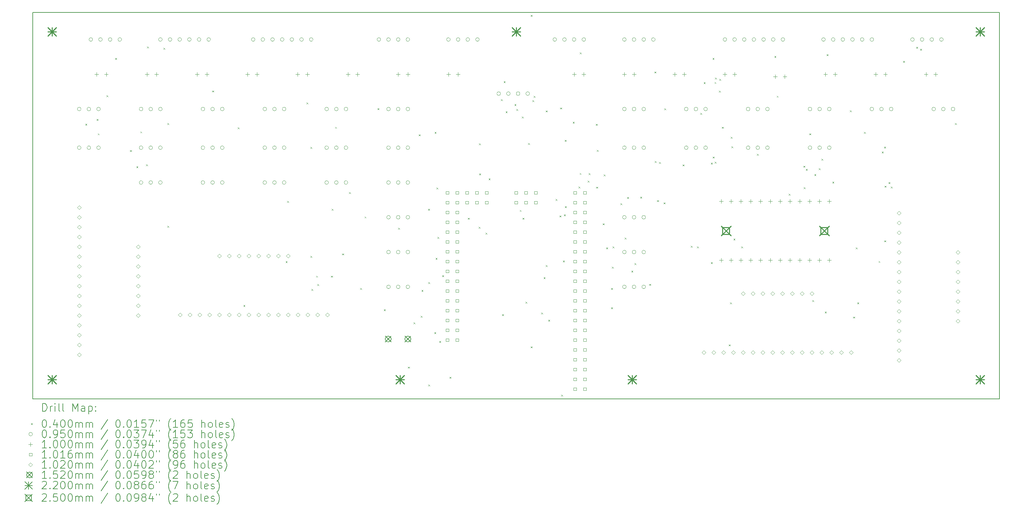
<source format=gbr>
%TF.GenerationSoftware,KiCad,Pcbnew,7.0.9*%
%TF.CreationDate,2024-03-13T22:59:47+01:00*%
%TF.ProjectId,FCU_Mainboard_v2,4643555f-4d61-4696-9e62-6f6172645f76,rev?*%
%TF.SameCoordinates,Original*%
%TF.FileFunction,Drillmap*%
%TF.FilePolarity,Positive*%
%FSLAX45Y45*%
G04 Gerber Fmt 4.5, Leading zero omitted, Abs format (unit mm)*
G04 Created by KiCad (PCBNEW 7.0.9) date 2024-03-13 22:59:47*
%MOMM*%
%LPD*%
G01*
G04 APERTURE LIST*
%ADD10C,0.150000*%
%ADD11C,0.200000*%
%ADD12C,0.100000*%
%ADD13C,0.101600*%
%ADD14C,0.102000*%
%ADD15C,0.152000*%
%ADD16C,0.220000*%
%ADD17C,0.250000*%
G04 APERTURE END LIST*
D10*
X2000000Y-2000000D02*
X27000000Y-2000000D01*
X27000000Y-12000000D01*
X2000000Y-12000000D01*
X2000000Y-2000000D01*
D11*
D12*
X3358000Y-4880270D02*
X3398000Y-4920270D01*
X3398000Y-4880270D02*
X3358000Y-4920270D01*
X3649170Y-4758150D02*
X3689170Y-4798150D01*
X3689170Y-4758150D02*
X3649170Y-4798150D01*
X3680000Y-5130000D02*
X3720000Y-5170000D01*
X3720000Y-5130000D02*
X3680000Y-5170000D01*
X3902020Y-4141910D02*
X3942020Y-4181910D01*
X3942020Y-4141910D02*
X3902020Y-4181910D01*
X4130000Y-3180000D02*
X4170000Y-3220000D01*
X4170000Y-3180000D02*
X4130000Y-3220000D01*
X4517110Y-5560740D02*
X4557110Y-5600740D01*
X4557110Y-5560740D02*
X4517110Y-5600740D01*
X4678680Y-5979280D02*
X4718680Y-6019280D01*
X4718680Y-5979280D02*
X4678680Y-6019280D01*
X4780000Y-5080000D02*
X4820000Y-5120000D01*
X4820000Y-5080000D02*
X4780000Y-5120000D01*
X4930000Y-5930000D02*
X4970000Y-5970000D01*
X4970000Y-5930000D02*
X4930000Y-5970000D01*
X4952170Y-2884200D02*
X4992170Y-2924200D01*
X4992170Y-2884200D02*
X4952170Y-2924200D01*
X5376730Y-2915240D02*
X5416730Y-2955240D01*
X5416730Y-2915240D02*
X5376730Y-2955240D01*
X5477270Y-4865450D02*
X5517270Y-4905450D01*
X5517270Y-4865450D02*
X5477270Y-4905450D01*
X5477270Y-7522490D02*
X5517270Y-7562490D01*
X5517270Y-7522490D02*
X5477270Y-7562490D01*
X6639070Y-4019900D02*
X6679070Y-4059900D01*
X6679070Y-4019900D02*
X6639070Y-4059900D01*
X7298970Y-4971050D02*
X7338970Y-5011050D01*
X7338970Y-4971050D02*
X7298970Y-5011050D01*
X7446930Y-9568490D02*
X7486930Y-9608490D01*
X7486930Y-9568490D02*
X7446930Y-9608490D01*
X8540250Y-8438990D02*
X8580250Y-8478990D01*
X8580250Y-8438990D02*
X8540250Y-8478990D01*
X8580000Y-6880000D02*
X8620000Y-6920000D01*
X8620000Y-6880000D02*
X8580000Y-6920000D01*
X9080000Y-4330000D02*
X9120000Y-4370000D01*
X9120000Y-4330000D02*
X9080000Y-4370000D01*
X9180000Y-5480000D02*
X9220000Y-5520000D01*
X9220000Y-5480000D02*
X9180000Y-5520000D01*
X9180240Y-8301340D02*
X9220240Y-8341340D01*
X9220240Y-8301340D02*
X9180240Y-8341340D01*
X9206380Y-9155620D02*
X9246380Y-9195620D01*
X9246380Y-9155620D02*
X9206380Y-9195620D01*
X9326970Y-8813780D02*
X9366970Y-8853780D01*
X9366970Y-8813780D02*
X9326970Y-8853780D01*
X9359280Y-9031680D02*
X9399280Y-9071680D01*
X9399280Y-9031680D02*
X9359280Y-9071680D01*
X9714430Y-8813940D02*
X9754430Y-8853940D01*
X9754430Y-8813940D02*
X9714430Y-8853940D01*
X9730000Y-7080000D02*
X9770000Y-7120000D01*
X9770000Y-7080000D02*
X9730000Y-7120000D01*
X9818110Y-4960680D02*
X9858110Y-5000680D01*
X9858110Y-4960680D02*
X9818110Y-5000680D01*
X10002100Y-8236390D02*
X10042100Y-8276390D01*
X10042100Y-8236390D02*
X10002100Y-8276390D01*
X10180590Y-6651070D02*
X10220590Y-6691070D01*
X10220590Y-6651070D02*
X10180590Y-6691070D01*
X10466570Y-9127560D02*
X10506570Y-9167560D01*
X10506570Y-9127560D02*
X10466570Y-9167560D01*
X10580000Y-7280000D02*
X10620000Y-7320000D01*
X10620000Y-7280000D02*
X10580000Y-7320000D01*
X10917060Y-4477880D02*
X10957060Y-4517880D01*
X10957060Y-4477880D02*
X10917060Y-4517880D01*
X11080000Y-9680000D02*
X11120000Y-9720000D01*
X11120000Y-9680000D02*
X11080000Y-9720000D01*
X11448740Y-7571770D02*
X11488740Y-7611770D01*
X11488740Y-7571770D02*
X11448740Y-7611770D01*
X11700180Y-11166700D02*
X11740180Y-11206700D01*
X11740180Y-11166700D02*
X11700180Y-11206700D01*
X11848200Y-10019550D02*
X11888200Y-10059550D01*
X11888200Y-10019550D02*
X11848200Y-10059550D01*
X11984230Y-5155730D02*
X12024230Y-5195730D01*
X12024230Y-5155730D02*
X11984230Y-5195730D01*
X12034960Y-9849440D02*
X12074960Y-9889440D01*
X12074960Y-9849440D02*
X12034960Y-9889440D01*
X12053090Y-9181400D02*
X12093090Y-9221400D01*
X12093090Y-9181400D02*
X12053090Y-9221400D01*
X12222450Y-7083560D02*
X12262450Y-7123560D01*
X12262450Y-7083560D02*
X12222450Y-7123560D01*
X12227170Y-8975650D02*
X12267170Y-9015650D01*
X12267170Y-8975650D02*
X12227170Y-9015650D01*
X12230000Y-11630000D02*
X12270000Y-11670000D01*
X12270000Y-11630000D02*
X12230000Y-11670000D01*
X12382900Y-10272640D02*
X12422900Y-10312640D01*
X12422900Y-10272640D02*
X12382900Y-10312640D01*
X12392140Y-5092200D02*
X12432140Y-5132200D01*
X12432140Y-5092200D02*
X12392140Y-5132200D01*
X12416970Y-8349700D02*
X12456970Y-8389700D01*
X12456970Y-8349700D02*
X12416970Y-8389700D01*
X12440170Y-6532110D02*
X12480170Y-6572110D01*
X12480170Y-6532110D02*
X12440170Y-6572110D01*
X12462130Y-7808030D02*
X12502130Y-7848030D01*
X12502130Y-7808030D02*
X12462130Y-7848030D01*
X12509890Y-10500030D02*
X12549890Y-10540030D01*
X12549890Y-10500030D02*
X12509890Y-10540030D01*
X12586630Y-8798970D02*
X12626630Y-8838970D01*
X12626630Y-8798970D02*
X12586630Y-8838970D01*
X12780000Y-11430000D02*
X12820000Y-11470000D01*
X12820000Y-11430000D02*
X12780000Y-11470000D01*
X13252090Y-7313970D02*
X13292090Y-7353970D01*
X13292090Y-7313970D02*
X13252090Y-7353970D01*
X13532650Y-7545080D02*
X13572650Y-7585080D01*
X13572650Y-7545080D02*
X13532650Y-7585080D01*
X13541120Y-5385470D02*
X13581120Y-5425470D01*
X13581120Y-5385470D02*
X13541120Y-5425470D01*
X13544330Y-6165170D02*
X13584330Y-6205170D01*
X13584330Y-6165170D02*
X13544330Y-6205170D01*
X13709160Y-7697280D02*
X13749160Y-7737280D01*
X13749160Y-7697280D02*
X13709160Y-7737280D01*
X13788540Y-6291330D02*
X13828540Y-6331330D01*
X13828540Y-6291330D02*
X13788540Y-6331330D01*
X14105802Y-4244139D02*
X14145802Y-4284139D01*
X14145802Y-4244139D02*
X14105802Y-4284139D01*
X14135540Y-9806100D02*
X14175540Y-9846100D01*
X14175540Y-9806100D02*
X14135540Y-9846100D01*
X14180000Y-3780000D02*
X14220000Y-3820000D01*
X14220000Y-3780000D02*
X14180000Y-3820000D01*
X14229240Y-4559700D02*
X14269240Y-4599700D01*
X14269240Y-4559700D02*
X14229240Y-4599700D01*
X14457620Y-4374920D02*
X14497620Y-4414920D01*
X14497620Y-4374920D02*
X14457620Y-4414920D01*
X14506290Y-4501560D02*
X14546290Y-4541560D01*
X14546290Y-4501560D02*
X14506290Y-4541560D01*
X14592880Y-7110200D02*
X14632880Y-7150200D01*
X14632880Y-7110200D02*
X14592880Y-7150200D01*
X14649640Y-4696750D02*
X14689640Y-4736750D01*
X14689640Y-4696750D02*
X14649640Y-4736750D01*
X14668240Y-7313810D02*
X14708240Y-7353810D01*
X14708240Y-7313810D02*
X14668240Y-7353810D01*
X14742180Y-9487350D02*
X14782180Y-9527350D01*
X14782180Y-9487350D02*
X14742180Y-9527350D01*
X14810820Y-5380000D02*
X14850820Y-5420000D01*
X14850820Y-5380000D02*
X14810820Y-5420000D01*
X14877380Y-2064500D02*
X14917380Y-2104500D01*
X14917380Y-2064500D02*
X14877380Y-2104500D01*
X14877380Y-10641130D02*
X14917380Y-10681130D01*
X14917380Y-10641130D02*
X14877380Y-10681130D01*
X14922370Y-4267600D02*
X14962370Y-4307600D01*
X14962370Y-4267600D02*
X14922370Y-4307600D01*
X14952870Y-4162770D02*
X14992870Y-4202770D01*
X14992870Y-4162770D02*
X14952870Y-4202770D01*
X15150160Y-9767200D02*
X15190160Y-9807200D01*
X15190160Y-9767200D02*
X15150160Y-9807200D01*
X15211710Y-8852990D02*
X15251710Y-8892990D01*
X15251710Y-8852990D02*
X15211710Y-8892990D01*
X15265650Y-4536170D02*
X15305650Y-4576170D01*
X15305650Y-4536170D02*
X15265650Y-4576170D01*
X15268260Y-8534670D02*
X15308260Y-8574670D01*
X15308260Y-8534670D02*
X15268260Y-8574670D01*
X15330750Y-9951130D02*
X15370750Y-9991130D01*
X15370750Y-9951130D02*
X15330750Y-9991130D01*
X15518120Y-6829800D02*
X15558120Y-6869800D01*
X15558120Y-6829800D02*
X15518120Y-6869800D01*
X15625180Y-7255470D02*
X15665180Y-7295470D01*
X15665180Y-7255470D02*
X15625180Y-7295470D01*
X15640490Y-4460310D02*
X15680490Y-4500310D01*
X15680490Y-4460310D02*
X15640490Y-4500310D01*
X15662090Y-11892780D02*
X15702090Y-11932780D01*
X15702090Y-11892780D02*
X15662090Y-11932780D01*
X15711010Y-8416190D02*
X15751010Y-8456190D01*
X15751010Y-8416190D02*
X15711010Y-8456190D01*
X15736570Y-7223780D02*
X15776570Y-7263780D01*
X15776570Y-7223780D02*
X15736570Y-7263780D01*
X15759710Y-5298720D02*
X15799710Y-5338720D01*
X15799710Y-5298720D02*
X15759710Y-5338720D01*
X15762800Y-7012730D02*
X15802800Y-7052730D01*
X15802800Y-7012730D02*
X15762800Y-7052730D01*
X15965480Y-4828380D02*
X16005480Y-4868380D01*
X16005480Y-4828380D02*
X15965480Y-4868380D01*
X16110580Y-6505480D02*
X16150580Y-6545480D01*
X16150580Y-6505480D02*
X16110580Y-6545480D01*
X16142230Y-6153480D02*
X16182230Y-6193480D01*
X16182230Y-6153480D02*
X16142230Y-6193480D01*
X16146210Y-3031510D02*
X16186210Y-3071510D01*
X16186210Y-3031510D02*
X16146210Y-3071510D01*
X16350470Y-6354600D02*
X16390470Y-6394600D01*
X16390470Y-6354600D02*
X16350470Y-6394600D01*
X16375740Y-6158780D02*
X16415740Y-6198780D01*
X16415740Y-6158780D02*
X16375740Y-6198780D01*
X16564660Y-4885470D02*
X16604660Y-4925470D01*
X16604660Y-4885470D02*
X16564660Y-4925470D01*
X16570610Y-6510600D02*
X16610610Y-6550600D01*
X16610610Y-6510600D02*
X16570610Y-6550600D01*
X16586040Y-5555080D02*
X16626040Y-5595080D01*
X16626040Y-5555080D02*
X16586040Y-5595080D01*
X16737230Y-7457780D02*
X16777230Y-7497780D01*
X16777230Y-7457780D02*
X16737230Y-7497780D01*
X16764950Y-6190210D02*
X16804950Y-6230210D01*
X16804950Y-6190210D02*
X16764950Y-6230210D01*
X16830000Y-8080000D02*
X16870000Y-8120000D01*
X16870000Y-8080000D02*
X16830000Y-8120000D01*
X16955940Y-9130850D02*
X16995940Y-9170850D01*
X16995940Y-9130850D02*
X16955940Y-9170850D01*
X16956090Y-9627160D02*
X16996090Y-9667160D01*
X16996090Y-9627160D02*
X16956090Y-9667160D01*
X16980000Y-8580000D02*
X17020000Y-8620000D01*
X17020000Y-8580000D02*
X16980000Y-8620000D01*
X16995640Y-8052480D02*
X17035640Y-8092480D01*
X17035640Y-8052480D02*
X16995640Y-8092480D01*
X17199030Y-6937280D02*
X17239030Y-6977280D01*
X17239030Y-6937280D02*
X17199030Y-6977280D01*
X17306220Y-7828660D02*
X17346220Y-7868660D01*
X17346220Y-7828660D02*
X17306220Y-7868660D01*
X17369860Y-6779620D02*
X17409860Y-6819620D01*
X17409860Y-6779620D02*
X17369860Y-6819620D01*
X17480000Y-8680000D02*
X17520000Y-8720000D01*
X17520000Y-8680000D02*
X17480000Y-8720000D01*
X17560010Y-8488880D02*
X17600010Y-8528880D01*
X17600010Y-8488880D02*
X17560010Y-8528880D01*
X17708770Y-6768770D02*
X17748770Y-6808770D01*
X17748770Y-6768770D02*
X17708770Y-6808770D01*
X17942800Y-9023750D02*
X17982800Y-9063750D01*
X17982800Y-9023750D02*
X17942800Y-9063750D01*
X18080000Y-3530000D02*
X18120000Y-3570000D01*
X18120000Y-3530000D02*
X18080000Y-3570000D01*
X18087870Y-5844250D02*
X18127870Y-5884250D01*
X18127870Y-5844250D02*
X18087870Y-5884250D01*
X18143260Y-6856380D02*
X18183260Y-6896380D01*
X18183260Y-6856380D02*
X18143260Y-6896380D01*
X18193570Y-5869050D02*
X18233570Y-5909050D01*
X18233570Y-5869050D02*
X18193570Y-5909050D01*
X18317000Y-6916080D02*
X18357000Y-6956080D01*
X18357000Y-6916080D02*
X18317000Y-6956080D01*
X18330000Y-4480000D02*
X18370000Y-4520000D01*
X18370000Y-4480000D02*
X18330000Y-4520000D01*
X18804900Y-5933470D02*
X18844900Y-5973470D01*
X18844900Y-5933470D02*
X18804900Y-5973470D01*
X19017480Y-8036480D02*
X19057480Y-8076480D01*
X19057480Y-8036480D02*
X19017480Y-8076480D01*
X19175820Y-8053020D02*
X19215820Y-8093020D01*
X19215820Y-8053020D02*
X19175820Y-8093020D01*
X19261750Y-4601130D02*
X19301750Y-4641130D01*
X19301750Y-4601130D02*
X19261750Y-4641130D01*
X19350950Y-3803400D02*
X19390950Y-3843400D01*
X19390950Y-3803400D02*
X19350950Y-3843400D01*
X19538560Y-5886900D02*
X19578560Y-5926900D01*
X19578560Y-5886900D02*
X19538560Y-5926900D01*
X19538560Y-8462990D02*
X19578560Y-8502990D01*
X19578560Y-8462990D02*
X19538560Y-8502990D01*
X19580000Y-3180000D02*
X19620000Y-3220000D01*
X19620000Y-3180000D02*
X19580000Y-3220000D01*
X19585720Y-5731600D02*
X19625720Y-5771600D01*
X19625720Y-5731600D02*
X19585720Y-5771600D01*
X19630740Y-3801320D02*
X19670740Y-3841320D01*
X19670740Y-3801320D02*
X19630740Y-3841320D01*
X19638750Y-5863610D02*
X19678750Y-5903610D01*
X19678750Y-5863610D02*
X19638750Y-5903610D01*
X19645270Y-3683280D02*
X19685270Y-3723280D01*
X19685270Y-3683280D02*
X19645270Y-3723280D01*
X19743280Y-4022570D02*
X19783280Y-4062570D01*
X19783280Y-4022570D02*
X19743280Y-4062570D01*
X19756000Y-3718510D02*
X19796000Y-3758510D01*
X19796000Y-3718510D02*
X19756000Y-3758510D01*
X19824410Y-4960060D02*
X19864410Y-5000060D01*
X19864410Y-4960060D02*
X19824410Y-5000060D01*
X19997930Y-10590410D02*
X20037930Y-10630410D01*
X20037930Y-10590410D02*
X19997930Y-10630410D01*
X20031920Y-9502400D02*
X20071920Y-9542400D01*
X20071920Y-9502400D02*
X20031920Y-9542400D01*
X20048480Y-5221430D02*
X20088480Y-5261430D01*
X20088480Y-5221430D02*
X20048480Y-5261430D01*
X20066830Y-5462900D02*
X20106830Y-5502900D01*
X20106830Y-5462900D02*
X20066830Y-5502900D01*
X20122520Y-7851640D02*
X20162520Y-7891640D01*
X20162520Y-7851640D02*
X20122520Y-7891640D01*
X20322910Y-8055480D02*
X20362910Y-8095480D01*
X20362910Y-8055480D02*
X20322910Y-8095480D01*
X20724860Y-5660980D02*
X20764860Y-5700980D01*
X20764860Y-5660980D02*
X20724860Y-5700980D01*
X21180000Y-3130000D02*
X21220000Y-3170000D01*
X21220000Y-3130000D02*
X21180000Y-3170000D01*
X21239870Y-4156850D02*
X21279870Y-4196850D01*
X21279870Y-4156850D02*
X21239870Y-4196850D01*
X21551160Y-6693850D02*
X21591160Y-6733850D01*
X21591160Y-6693850D02*
X21551160Y-6733850D01*
X21928800Y-5968917D02*
X21968800Y-6008917D01*
X21968800Y-5968917D02*
X21928800Y-6008917D01*
X21940480Y-6523470D02*
X21980480Y-6563470D01*
X21980480Y-6523470D02*
X21940480Y-6563470D01*
X21994565Y-6050771D02*
X22034565Y-6090771D01*
X22034565Y-6050771D02*
X21994565Y-6090771D01*
X22080000Y-5130000D02*
X22120000Y-5170000D01*
X22120000Y-5130000D02*
X22080000Y-5170000D01*
X22159850Y-9443130D02*
X22199850Y-9483130D01*
X22199850Y-9443130D02*
X22159850Y-9483130D01*
X22214817Y-6186659D02*
X22254817Y-6226659D01*
X22254817Y-6186659D02*
X22214817Y-6226659D01*
X22330000Y-6030000D02*
X22370000Y-6070000D01*
X22370000Y-6030000D02*
X22330000Y-6070000D01*
X22397449Y-5787212D02*
X22437449Y-5827212D01*
X22437449Y-5787212D02*
X22397449Y-5827212D01*
X22485750Y-9738290D02*
X22525750Y-9778290D01*
X22525750Y-9738290D02*
X22485750Y-9778290D01*
X22530000Y-3080000D02*
X22570000Y-3120000D01*
X22570000Y-3080000D02*
X22530000Y-3120000D01*
X22680000Y-6380000D02*
X22720000Y-6420000D01*
X22720000Y-6380000D02*
X22680000Y-6420000D01*
X23130000Y-4530000D02*
X23170000Y-4570000D01*
X23170000Y-4530000D02*
X23130000Y-4570000D01*
X23217530Y-9870350D02*
X23257530Y-9910350D01*
X23257530Y-9870350D02*
X23217530Y-9910350D01*
X23285360Y-8080670D02*
X23325360Y-8120670D01*
X23325360Y-8080670D02*
X23285360Y-8120670D01*
X23323070Y-9503050D02*
X23363070Y-9543050D01*
X23363070Y-9503050D02*
X23323070Y-9543050D01*
X23497740Y-5093040D02*
X23537740Y-5133040D01*
X23537740Y-5093040D02*
X23497740Y-5133040D01*
X23873440Y-8431720D02*
X23913440Y-8471720D01*
X23913440Y-8431720D02*
X23873440Y-8471720D01*
X23958700Y-5600380D02*
X23998700Y-5640380D01*
X23998700Y-5600380D02*
X23958700Y-5640380D01*
X24016110Y-5473410D02*
X24056110Y-5513410D01*
X24056110Y-5473410D02*
X24016110Y-5513410D01*
X24019110Y-7898600D02*
X24059110Y-7938600D01*
X24059110Y-7898600D02*
X24019110Y-7938600D01*
X24030840Y-6484450D02*
X24070840Y-6524450D01*
X24070840Y-6484450D02*
X24030840Y-6524450D01*
X24131830Y-6391980D02*
X24171830Y-6431980D01*
X24171830Y-6391980D02*
X24131830Y-6431980D01*
X24191120Y-6508340D02*
X24231120Y-6548340D01*
X24231120Y-6508340D02*
X24191120Y-6548340D01*
X24508020Y-3252070D02*
X24548020Y-3292070D01*
X24548020Y-3252070D02*
X24508020Y-3292070D01*
X24848050Y-2887510D02*
X24888050Y-2927510D01*
X24888050Y-2887510D02*
X24848050Y-2927510D01*
X24948290Y-2939350D02*
X24988290Y-2979350D01*
X24988290Y-2939350D02*
X24948290Y-2979350D01*
X25852060Y-4860280D02*
X25892060Y-4900280D01*
X25892060Y-4860280D02*
X25852060Y-4900280D01*
X3247500Y-4500000D02*
G75*
G03*
X3247500Y-4500000I-47500J0D01*
G01*
X3247500Y-5500000D02*
G75*
G03*
X3247500Y-5500000I-47500J0D01*
G01*
X3497500Y-4500000D02*
G75*
G03*
X3497500Y-4500000I-47500J0D01*
G01*
X3497500Y-5500000D02*
G75*
G03*
X3497500Y-5500000I-47500J0D01*
G01*
X3547500Y-2700000D02*
G75*
G03*
X3547500Y-2700000I-47500J0D01*
G01*
X3747500Y-4500000D02*
G75*
G03*
X3747500Y-4500000I-47500J0D01*
G01*
X3747500Y-5500000D02*
G75*
G03*
X3747500Y-5500000I-47500J0D01*
G01*
X3797500Y-2700000D02*
G75*
G03*
X3797500Y-2700000I-47500J0D01*
G01*
X4047500Y-2700000D02*
G75*
G03*
X4047500Y-2700000I-47500J0D01*
G01*
X4297500Y-2700000D02*
G75*
G03*
X4297500Y-2700000I-47500J0D01*
G01*
X4847500Y-4500000D02*
G75*
G03*
X4847500Y-4500000I-47500J0D01*
G01*
X4847500Y-5500000D02*
G75*
G03*
X4847500Y-5500000I-47500J0D01*
G01*
X4847500Y-6400000D02*
G75*
G03*
X4847500Y-6400000I-47500J0D01*
G01*
X5097500Y-4500000D02*
G75*
G03*
X5097500Y-4500000I-47500J0D01*
G01*
X5097500Y-5500000D02*
G75*
G03*
X5097500Y-5500000I-47500J0D01*
G01*
X5097500Y-6400000D02*
G75*
G03*
X5097500Y-6400000I-47500J0D01*
G01*
X5347500Y-2700000D02*
G75*
G03*
X5347500Y-2700000I-47500J0D01*
G01*
X5347500Y-4500000D02*
G75*
G03*
X5347500Y-4500000I-47500J0D01*
G01*
X5347500Y-5500000D02*
G75*
G03*
X5347500Y-5500000I-47500J0D01*
G01*
X5347500Y-6400000D02*
G75*
G03*
X5347500Y-6400000I-47500J0D01*
G01*
X5597500Y-2700000D02*
G75*
G03*
X5597500Y-2700000I-47500J0D01*
G01*
X5847500Y-2700000D02*
G75*
G03*
X5847500Y-2700000I-47500J0D01*
G01*
X6097500Y-2700000D02*
G75*
G03*
X6097500Y-2700000I-47500J0D01*
G01*
X6347500Y-2700000D02*
G75*
G03*
X6347500Y-2700000I-47500J0D01*
G01*
X6447500Y-4500000D02*
G75*
G03*
X6447500Y-4500000I-47500J0D01*
G01*
X6447500Y-5500000D02*
G75*
G03*
X6447500Y-5500000I-47500J0D01*
G01*
X6447500Y-6400000D02*
G75*
G03*
X6447500Y-6400000I-47500J0D01*
G01*
X6597500Y-2700000D02*
G75*
G03*
X6597500Y-2700000I-47500J0D01*
G01*
X6697500Y-4500000D02*
G75*
G03*
X6697500Y-4500000I-47500J0D01*
G01*
X6697500Y-5500000D02*
G75*
G03*
X6697500Y-5500000I-47500J0D01*
G01*
X6697500Y-6400000D02*
G75*
G03*
X6697500Y-6400000I-47500J0D01*
G01*
X6947500Y-4500000D02*
G75*
G03*
X6947500Y-4500000I-47500J0D01*
G01*
X6947500Y-5500000D02*
G75*
G03*
X6947500Y-5500000I-47500J0D01*
G01*
X6947500Y-6400000D02*
G75*
G03*
X6947500Y-6400000I-47500J0D01*
G01*
X7747500Y-2700000D02*
G75*
G03*
X7747500Y-2700000I-47500J0D01*
G01*
X7997500Y-2700000D02*
G75*
G03*
X7997500Y-2700000I-47500J0D01*
G01*
X8047500Y-4500000D02*
G75*
G03*
X8047500Y-4500000I-47500J0D01*
G01*
X8047500Y-5500000D02*
G75*
G03*
X8047500Y-5500000I-47500J0D01*
G01*
X8047500Y-6400000D02*
G75*
G03*
X8047500Y-6400000I-47500J0D01*
G01*
X8247500Y-2700000D02*
G75*
G03*
X8247500Y-2700000I-47500J0D01*
G01*
X8297500Y-4500000D02*
G75*
G03*
X8297500Y-4500000I-47500J0D01*
G01*
X8297500Y-5500000D02*
G75*
G03*
X8297500Y-5500000I-47500J0D01*
G01*
X8297500Y-6400000D02*
G75*
G03*
X8297500Y-6400000I-47500J0D01*
G01*
X8497500Y-2700000D02*
G75*
G03*
X8497500Y-2700000I-47500J0D01*
G01*
X8547500Y-4500000D02*
G75*
G03*
X8547500Y-4500000I-47500J0D01*
G01*
X8547500Y-5500000D02*
G75*
G03*
X8547500Y-5500000I-47500J0D01*
G01*
X8547500Y-6400000D02*
G75*
G03*
X8547500Y-6400000I-47500J0D01*
G01*
X8747500Y-2700000D02*
G75*
G03*
X8747500Y-2700000I-47500J0D01*
G01*
X8997500Y-2700000D02*
G75*
G03*
X8997500Y-2700000I-47500J0D01*
G01*
X9247500Y-2700000D02*
G75*
G03*
X9247500Y-2700000I-47500J0D01*
G01*
X9647500Y-4500000D02*
G75*
G03*
X9647500Y-4500000I-47500J0D01*
G01*
X9647500Y-5500000D02*
G75*
G03*
X9647500Y-5500000I-47500J0D01*
G01*
X9647500Y-6400000D02*
G75*
G03*
X9647500Y-6400000I-47500J0D01*
G01*
X9897500Y-4500000D02*
G75*
G03*
X9897500Y-4500000I-47500J0D01*
G01*
X9897500Y-5500000D02*
G75*
G03*
X9897500Y-5500000I-47500J0D01*
G01*
X9897500Y-6400000D02*
G75*
G03*
X9897500Y-6400000I-47500J0D01*
G01*
X10147500Y-4500000D02*
G75*
G03*
X10147500Y-4500000I-47500J0D01*
G01*
X10147500Y-5500000D02*
G75*
G03*
X10147500Y-5500000I-47500J0D01*
G01*
X10147500Y-6400000D02*
G75*
G03*
X10147500Y-6400000I-47500J0D01*
G01*
X10997500Y-2700000D02*
G75*
G03*
X10997500Y-2700000I-47500J0D01*
G01*
X11247500Y-2700000D02*
G75*
G03*
X11247500Y-2700000I-47500J0D01*
G01*
X11247500Y-4500000D02*
G75*
G03*
X11247500Y-4500000I-47500J0D01*
G01*
X11247500Y-5500000D02*
G75*
G03*
X11247500Y-5500000I-47500J0D01*
G01*
X11247500Y-6400000D02*
G75*
G03*
X11247500Y-6400000I-47500J0D01*
G01*
X11247500Y-7300000D02*
G75*
G03*
X11247500Y-7300000I-47500J0D01*
G01*
X11247500Y-8200000D02*
G75*
G03*
X11247500Y-8200000I-47500J0D01*
G01*
X11247500Y-9100000D02*
G75*
G03*
X11247500Y-9100000I-47500J0D01*
G01*
X11497500Y-2700000D02*
G75*
G03*
X11497500Y-2700000I-47500J0D01*
G01*
X11497500Y-4500000D02*
G75*
G03*
X11497500Y-4500000I-47500J0D01*
G01*
X11497500Y-5500000D02*
G75*
G03*
X11497500Y-5500000I-47500J0D01*
G01*
X11497500Y-6400000D02*
G75*
G03*
X11497500Y-6400000I-47500J0D01*
G01*
X11497500Y-7300000D02*
G75*
G03*
X11497500Y-7300000I-47500J0D01*
G01*
X11497500Y-8200000D02*
G75*
G03*
X11497500Y-8200000I-47500J0D01*
G01*
X11497500Y-9100000D02*
G75*
G03*
X11497500Y-9100000I-47500J0D01*
G01*
X11747500Y-2700000D02*
G75*
G03*
X11747500Y-2700000I-47500J0D01*
G01*
X11747500Y-4500000D02*
G75*
G03*
X11747500Y-4500000I-47500J0D01*
G01*
X11747500Y-5500000D02*
G75*
G03*
X11747500Y-5500000I-47500J0D01*
G01*
X11747500Y-6400000D02*
G75*
G03*
X11747500Y-6400000I-47500J0D01*
G01*
X11747500Y-7300000D02*
G75*
G03*
X11747500Y-7300000I-47500J0D01*
G01*
X11747500Y-8200000D02*
G75*
G03*
X11747500Y-8200000I-47500J0D01*
G01*
X11747500Y-9100000D02*
G75*
G03*
X11747500Y-9100000I-47500J0D01*
G01*
X12797500Y-2700000D02*
G75*
G03*
X12797500Y-2700000I-47500J0D01*
G01*
X13047500Y-2700000D02*
G75*
G03*
X13047500Y-2700000I-47500J0D01*
G01*
X13297500Y-2700000D02*
G75*
G03*
X13297500Y-2700000I-47500J0D01*
G01*
X13547500Y-2700000D02*
G75*
G03*
X13547500Y-2700000I-47500J0D01*
G01*
X14097500Y-4100000D02*
G75*
G03*
X14097500Y-4100000I-47500J0D01*
G01*
X14347500Y-4100000D02*
G75*
G03*
X14347500Y-4100000I-47500J0D01*
G01*
X14597500Y-4100000D02*
G75*
G03*
X14597500Y-4100000I-47500J0D01*
G01*
X14847500Y-4100000D02*
G75*
G03*
X14847500Y-4100000I-47500J0D01*
G01*
X15547500Y-2700000D02*
G75*
G03*
X15547500Y-2700000I-47500J0D01*
G01*
X15797500Y-2700000D02*
G75*
G03*
X15797500Y-2700000I-47500J0D01*
G01*
X16047500Y-2700000D02*
G75*
G03*
X16047500Y-2700000I-47500J0D01*
G01*
X16297500Y-2700000D02*
G75*
G03*
X16297500Y-2700000I-47500J0D01*
G01*
X17347500Y-2700000D02*
G75*
G03*
X17347500Y-2700000I-47500J0D01*
G01*
X17347500Y-4500000D02*
G75*
G03*
X17347500Y-4500000I-47500J0D01*
G01*
X17347500Y-5500000D02*
G75*
G03*
X17347500Y-5500000I-47500J0D01*
G01*
X17347500Y-7300000D02*
G75*
G03*
X17347500Y-7300000I-47500J0D01*
G01*
X17347500Y-8200000D02*
G75*
G03*
X17347500Y-8200000I-47500J0D01*
G01*
X17347500Y-9100000D02*
G75*
G03*
X17347500Y-9100000I-47500J0D01*
G01*
X17597500Y-2700000D02*
G75*
G03*
X17597500Y-2700000I-47500J0D01*
G01*
X17597500Y-4500000D02*
G75*
G03*
X17597500Y-4500000I-47500J0D01*
G01*
X17597500Y-5500000D02*
G75*
G03*
X17597500Y-5500000I-47500J0D01*
G01*
X17597500Y-7300000D02*
G75*
G03*
X17597500Y-7300000I-47500J0D01*
G01*
X17597500Y-8200000D02*
G75*
G03*
X17597500Y-8200000I-47500J0D01*
G01*
X17597500Y-9100000D02*
G75*
G03*
X17597500Y-9100000I-47500J0D01*
G01*
X17847500Y-2700000D02*
G75*
G03*
X17847500Y-2700000I-47500J0D01*
G01*
X17847500Y-4500000D02*
G75*
G03*
X17847500Y-4500000I-47500J0D01*
G01*
X17847500Y-5500000D02*
G75*
G03*
X17847500Y-5500000I-47500J0D01*
G01*
X17847500Y-7300000D02*
G75*
G03*
X17847500Y-7300000I-47500J0D01*
G01*
X17847500Y-8200000D02*
G75*
G03*
X17847500Y-8200000I-47500J0D01*
G01*
X17847500Y-9100000D02*
G75*
G03*
X17847500Y-9100000I-47500J0D01*
G01*
X18097500Y-2700000D02*
G75*
G03*
X18097500Y-2700000I-47500J0D01*
G01*
X18947500Y-4500000D02*
G75*
G03*
X18947500Y-4500000I-47500J0D01*
G01*
X18947500Y-5500000D02*
G75*
G03*
X18947500Y-5500000I-47500J0D01*
G01*
X19197500Y-4500000D02*
G75*
G03*
X19197500Y-4500000I-47500J0D01*
G01*
X19197500Y-5500000D02*
G75*
G03*
X19197500Y-5500000I-47500J0D01*
G01*
X19447500Y-4500000D02*
G75*
G03*
X19447500Y-4500000I-47500J0D01*
G01*
X19447500Y-5500000D02*
G75*
G03*
X19447500Y-5500000I-47500J0D01*
G01*
X19947500Y-2700000D02*
G75*
G03*
X19947500Y-2700000I-47500J0D01*
G01*
X20197500Y-2700000D02*
G75*
G03*
X20197500Y-2700000I-47500J0D01*
G01*
X20447500Y-2700000D02*
G75*
G03*
X20447500Y-2700000I-47500J0D01*
G01*
X20547500Y-4500000D02*
G75*
G03*
X20547500Y-4500000I-47500J0D01*
G01*
X20547500Y-5500000D02*
G75*
G03*
X20547500Y-5500000I-47500J0D01*
G01*
X20697500Y-2700000D02*
G75*
G03*
X20697500Y-2700000I-47500J0D01*
G01*
X20797500Y-4500000D02*
G75*
G03*
X20797500Y-4500000I-47500J0D01*
G01*
X20797500Y-5500000D02*
G75*
G03*
X20797500Y-5500000I-47500J0D01*
G01*
X20947500Y-2700000D02*
G75*
G03*
X20947500Y-2700000I-47500J0D01*
G01*
X21047500Y-4500000D02*
G75*
G03*
X21047500Y-4500000I-47500J0D01*
G01*
X21047500Y-5500000D02*
G75*
G03*
X21047500Y-5500000I-47500J0D01*
G01*
X21197500Y-2700000D02*
G75*
G03*
X21197500Y-2700000I-47500J0D01*
G01*
X21447500Y-2700000D02*
G75*
G03*
X21447500Y-2700000I-47500J0D01*
G01*
X22147500Y-4500000D02*
G75*
G03*
X22147500Y-4500000I-47500J0D01*
G01*
X22147500Y-5500000D02*
G75*
G03*
X22147500Y-5500000I-47500J0D01*
G01*
X22397500Y-4500000D02*
G75*
G03*
X22397500Y-4500000I-47500J0D01*
G01*
X22397500Y-5500000D02*
G75*
G03*
X22397500Y-5500000I-47500J0D01*
G01*
X22497500Y-2700000D02*
G75*
G03*
X22497500Y-2700000I-47500J0D01*
G01*
X22647500Y-4500000D02*
G75*
G03*
X22647500Y-4500000I-47500J0D01*
G01*
X22647500Y-5500000D02*
G75*
G03*
X22647500Y-5500000I-47500J0D01*
G01*
X22747500Y-2700000D02*
G75*
G03*
X22747500Y-2700000I-47500J0D01*
G01*
X22997500Y-2700000D02*
G75*
G03*
X22997500Y-2700000I-47500J0D01*
G01*
X23247500Y-2700000D02*
G75*
G03*
X23247500Y-2700000I-47500J0D01*
G01*
X23497500Y-2700000D02*
G75*
G03*
X23497500Y-2700000I-47500J0D01*
G01*
X23747500Y-2700000D02*
G75*
G03*
X23747500Y-2700000I-47500J0D01*
G01*
X23747500Y-4500000D02*
G75*
G03*
X23747500Y-4500000I-47500J0D01*
G01*
X23997500Y-4500000D02*
G75*
G03*
X23997500Y-4500000I-47500J0D01*
G01*
X24247500Y-4500000D02*
G75*
G03*
X24247500Y-4500000I-47500J0D01*
G01*
X24797500Y-2700000D02*
G75*
G03*
X24797500Y-2700000I-47500J0D01*
G01*
X25047500Y-2700000D02*
G75*
G03*
X25047500Y-2700000I-47500J0D01*
G01*
X25297500Y-2700000D02*
G75*
G03*
X25297500Y-2700000I-47500J0D01*
G01*
X25347500Y-4500000D02*
G75*
G03*
X25347500Y-4500000I-47500J0D01*
G01*
X25547500Y-2700000D02*
G75*
G03*
X25547500Y-2700000I-47500J0D01*
G01*
X25597500Y-4500000D02*
G75*
G03*
X25597500Y-4500000I-47500J0D01*
G01*
X25847500Y-4500000D02*
G75*
G03*
X25847500Y-4500000I-47500J0D01*
G01*
X3650000Y-3550000D02*
X3650000Y-3650000D01*
X3600000Y-3600000D02*
X3700000Y-3600000D01*
X3900000Y-3550000D02*
X3900000Y-3650000D01*
X3850000Y-3600000D02*
X3950000Y-3600000D01*
X4950000Y-3550000D02*
X4950000Y-3650000D01*
X4900000Y-3600000D02*
X5000000Y-3600000D01*
X5200000Y-3550000D02*
X5200000Y-3650000D01*
X5150000Y-3600000D02*
X5250000Y-3600000D01*
X6250000Y-3550000D02*
X6250000Y-3650000D01*
X6200000Y-3600000D02*
X6300000Y-3600000D01*
X6500000Y-3550000D02*
X6500000Y-3650000D01*
X6450000Y-3600000D02*
X6550000Y-3600000D01*
X7550000Y-3550000D02*
X7550000Y-3650000D01*
X7500000Y-3600000D02*
X7600000Y-3600000D01*
X7800000Y-3550000D02*
X7800000Y-3650000D01*
X7750000Y-3600000D02*
X7850000Y-3600000D01*
X8850000Y-3550000D02*
X8850000Y-3650000D01*
X8800000Y-3600000D02*
X8900000Y-3600000D01*
X9100000Y-3550000D02*
X9100000Y-3650000D01*
X9050000Y-3600000D02*
X9150000Y-3600000D01*
X10150000Y-3550000D02*
X10150000Y-3650000D01*
X10100000Y-3600000D02*
X10200000Y-3600000D01*
X10400000Y-3550000D02*
X10400000Y-3650000D01*
X10350000Y-3600000D02*
X10450000Y-3600000D01*
X11450000Y-3550000D02*
X11450000Y-3650000D01*
X11400000Y-3600000D02*
X11500000Y-3600000D01*
X11700000Y-3550000D02*
X11700000Y-3650000D01*
X11650000Y-3600000D02*
X11750000Y-3600000D01*
X12750000Y-3550000D02*
X12750000Y-3650000D01*
X12700000Y-3600000D02*
X12800000Y-3600000D01*
X13000000Y-3550000D02*
X13000000Y-3650000D01*
X12950000Y-3600000D02*
X13050000Y-3600000D01*
X16000000Y-3550000D02*
X16000000Y-3650000D01*
X15950000Y-3600000D02*
X16050000Y-3600000D01*
X16250000Y-3550000D02*
X16250000Y-3650000D01*
X16200000Y-3600000D02*
X16300000Y-3600000D01*
X17300000Y-3550000D02*
X17300000Y-3650000D01*
X17250000Y-3600000D02*
X17350000Y-3600000D01*
X17550000Y-3550000D02*
X17550000Y-3650000D01*
X17500000Y-3600000D02*
X17600000Y-3600000D01*
X18600000Y-3550000D02*
X18600000Y-3650000D01*
X18550000Y-3600000D02*
X18650000Y-3600000D01*
X18850000Y-3550000D02*
X18850000Y-3650000D01*
X18800000Y-3600000D02*
X18900000Y-3600000D01*
X19803000Y-6838000D02*
X19803000Y-6938000D01*
X19753000Y-6888000D02*
X19853000Y-6888000D01*
X19803000Y-8362000D02*
X19803000Y-8462000D01*
X19753000Y-8412000D02*
X19853000Y-8412000D01*
X19900000Y-3550000D02*
X19900000Y-3650000D01*
X19850000Y-3600000D02*
X19950000Y-3600000D01*
X20057000Y-6838000D02*
X20057000Y-6938000D01*
X20007000Y-6888000D02*
X20107000Y-6888000D01*
X20057000Y-8362000D02*
X20057000Y-8462000D01*
X20007000Y-8412000D02*
X20107000Y-8412000D01*
X20150000Y-3550000D02*
X20150000Y-3650000D01*
X20100000Y-3600000D02*
X20200000Y-3600000D01*
X20311000Y-6838000D02*
X20311000Y-6938000D01*
X20261000Y-6888000D02*
X20361000Y-6888000D01*
X20311000Y-8362000D02*
X20311000Y-8462000D01*
X20261000Y-8412000D02*
X20361000Y-8412000D01*
X20565000Y-6838000D02*
X20565000Y-6938000D01*
X20515000Y-6888000D02*
X20615000Y-6888000D01*
X20565000Y-8362000D02*
X20565000Y-8462000D01*
X20515000Y-8412000D02*
X20615000Y-8412000D01*
X20819000Y-6838000D02*
X20819000Y-6938000D01*
X20769000Y-6888000D02*
X20869000Y-6888000D01*
X20819000Y-8362000D02*
X20819000Y-8462000D01*
X20769000Y-8412000D02*
X20869000Y-8412000D01*
X21073000Y-6838000D02*
X21073000Y-6938000D01*
X21023000Y-6888000D02*
X21123000Y-6888000D01*
X21073000Y-8362000D02*
X21073000Y-8462000D01*
X21023000Y-8412000D02*
X21123000Y-8412000D01*
X21200000Y-3610000D02*
X21200000Y-3710000D01*
X21150000Y-3660000D02*
X21250000Y-3660000D01*
X21327000Y-6838000D02*
X21327000Y-6938000D01*
X21277000Y-6888000D02*
X21377000Y-6888000D01*
X21327000Y-8362000D02*
X21327000Y-8462000D01*
X21277000Y-8412000D02*
X21377000Y-8412000D01*
X21450000Y-3610000D02*
X21450000Y-3710000D01*
X21400000Y-3660000D02*
X21500000Y-3660000D01*
X21581000Y-6838000D02*
X21581000Y-6938000D01*
X21531000Y-6888000D02*
X21631000Y-6888000D01*
X21581000Y-8362000D02*
X21581000Y-8462000D01*
X21531000Y-8412000D02*
X21631000Y-8412000D01*
X21835000Y-6838000D02*
X21835000Y-6938000D01*
X21785000Y-6888000D02*
X21885000Y-6888000D01*
X21835000Y-8362000D02*
X21835000Y-8462000D01*
X21785000Y-8412000D02*
X21885000Y-8412000D01*
X22089000Y-6838000D02*
X22089000Y-6938000D01*
X22039000Y-6888000D02*
X22139000Y-6888000D01*
X22089000Y-8362000D02*
X22089000Y-8462000D01*
X22039000Y-8412000D02*
X22139000Y-8412000D01*
X22343000Y-6838000D02*
X22343000Y-6938000D01*
X22293000Y-6888000D02*
X22393000Y-6888000D01*
X22343000Y-8362000D02*
X22343000Y-8462000D01*
X22293000Y-8412000D02*
X22393000Y-8412000D01*
X22500000Y-3550000D02*
X22500000Y-3650000D01*
X22450000Y-3600000D02*
X22550000Y-3600000D01*
X22597000Y-6838000D02*
X22597000Y-6938000D01*
X22547000Y-6888000D02*
X22647000Y-6888000D01*
X22597000Y-8362000D02*
X22597000Y-8462000D01*
X22547000Y-8412000D02*
X22647000Y-8412000D01*
X22750000Y-3550000D02*
X22750000Y-3650000D01*
X22700000Y-3600000D02*
X22800000Y-3600000D01*
X23800000Y-3550000D02*
X23800000Y-3650000D01*
X23750000Y-3600000D02*
X23850000Y-3600000D01*
X24050000Y-3550000D02*
X24050000Y-3650000D01*
X24000000Y-3600000D02*
X24100000Y-3600000D01*
X25100000Y-3550000D02*
X25100000Y-3650000D01*
X25050000Y-3600000D02*
X25150000Y-3600000D01*
X25350000Y-3550000D02*
X25350000Y-3650000D01*
X25300000Y-3600000D02*
X25400000Y-3600000D01*
D13*
X12757921Y-6703321D02*
X12757921Y-6631479D01*
X12686079Y-6631479D01*
X12686079Y-6703321D01*
X12757921Y-6703321D01*
X12757921Y-6957321D02*
X12757921Y-6885479D01*
X12686079Y-6885479D01*
X12686079Y-6957321D01*
X12757921Y-6957321D01*
X12757921Y-7211321D02*
X12757921Y-7139479D01*
X12686079Y-7139479D01*
X12686079Y-7211321D01*
X12757921Y-7211321D01*
X12757921Y-7465321D02*
X12757921Y-7393479D01*
X12686079Y-7393479D01*
X12686079Y-7465321D01*
X12757921Y-7465321D01*
X12757921Y-7719321D02*
X12757921Y-7647479D01*
X12686079Y-7647479D01*
X12686079Y-7719321D01*
X12757921Y-7719321D01*
X12757921Y-7973321D02*
X12757921Y-7901479D01*
X12686079Y-7901479D01*
X12686079Y-7973321D01*
X12757921Y-7973321D01*
X12757921Y-8227321D02*
X12757921Y-8155479D01*
X12686079Y-8155479D01*
X12686079Y-8227321D01*
X12757921Y-8227321D01*
X12757921Y-8481321D02*
X12757921Y-8409479D01*
X12686079Y-8409479D01*
X12686079Y-8481321D01*
X12757921Y-8481321D01*
X12757921Y-8735321D02*
X12757921Y-8663479D01*
X12686079Y-8663479D01*
X12686079Y-8735321D01*
X12757921Y-8735321D01*
X12757921Y-8989321D02*
X12757921Y-8917479D01*
X12686079Y-8917479D01*
X12686079Y-8989321D01*
X12757921Y-8989321D01*
X12757921Y-9243321D02*
X12757921Y-9171479D01*
X12686079Y-9171479D01*
X12686079Y-9243321D01*
X12757921Y-9243321D01*
X12757921Y-9497321D02*
X12757921Y-9425479D01*
X12686079Y-9425479D01*
X12686079Y-9497321D01*
X12757921Y-9497321D01*
X12757921Y-9751321D02*
X12757921Y-9679479D01*
X12686079Y-9679479D01*
X12686079Y-9751321D01*
X12757921Y-9751321D01*
X12757921Y-10005321D02*
X12757921Y-9933479D01*
X12686079Y-9933479D01*
X12686079Y-10005321D01*
X12757921Y-10005321D01*
X12757921Y-10259321D02*
X12757921Y-10187479D01*
X12686079Y-10187479D01*
X12686079Y-10259321D01*
X12757921Y-10259321D01*
X12757921Y-10513321D02*
X12757921Y-10441479D01*
X12686079Y-10441479D01*
X12686079Y-10513321D01*
X12757921Y-10513321D01*
X13011921Y-6703321D02*
X13011921Y-6631479D01*
X12940079Y-6631479D01*
X12940079Y-6703321D01*
X13011921Y-6703321D01*
X13011921Y-6957321D02*
X13011921Y-6885479D01*
X12940079Y-6885479D01*
X12940079Y-6957321D01*
X13011921Y-6957321D01*
X13011921Y-7211321D02*
X13011921Y-7139479D01*
X12940079Y-7139479D01*
X12940079Y-7211321D01*
X13011921Y-7211321D01*
X13011921Y-7465321D02*
X13011921Y-7393479D01*
X12940079Y-7393479D01*
X12940079Y-7465321D01*
X13011921Y-7465321D01*
X13011921Y-7719321D02*
X13011921Y-7647479D01*
X12940079Y-7647479D01*
X12940079Y-7719321D01*
X13011921Y-7719321D01*
X13011921Y-7973321D02*
X13011921Y-7901479D01*
X12940079Y-7901479D01*
X12940079Y-7973321D01*
X13011921Y-7973321D01*
X13011921Y-8227321D02*
X13011921Y-8155479D01*
X12940079Y-8155479D01*
X12940079Y-8227321D01*
X13011921Y-8227321D01*
X13011921Y-8481321D02*
X13011921Y-8409479D01*
X12940079Y-8409479D01*
X12940079Y-8481321D01*
X13011921Y-8481321D01*
X13011921Y-8735321D02*
X13011921Y-8663479D01*
X12940079Y-8663479D01*
X12940079Y-8735321D01*
X13011921Y-8735321D01*
X13011921Y-8989321D02*
X13011921Y-8917479D01*
X12940079Y-8917479D01*
X12940079Y-8989321D01*
X13011921Y-8989321D01*
X13011921Y-9243321D02*
X13011921Y-9171479D01*
X12940079Y-9171479D01*
X12940079Y-9243321D01*
X13011921Y-9243321D01*
X13011921Y-9497321D02*
X13011921Y-9425479D01*
X12940079Y-9425479D01*
X12940079Y-9497321D01*
X13011921Y-9497321D01*
X13011921Y-9751321D02*
X13011921Y-9679479D01*
X12940079Y-9679479D01*
X12940079Y-9751321D01*
X13011921Y-9751321D01*
X13011921Y-10005321D02*
X13011921Y-9933479D01*
X12940079Y-9933479D01*
X12940079Y-10005321D01*
X13011921Y-10005321D01*
X13011921Y-10259321D02*
X13011921Y-10187479D01*
X12940079Y-10187479D01*
X12940079Y-10259321D01*
X13011921Y-10259321D01*
X13011921Y-10513321D02*
X13011921Y-10441479D01*
X12940079Y-10441479D01*
X12940079Y-10513321D01*
X13011921Y-10513321D01*
X13265921Y-6703321D02*
X13265921Y-6631479D01*
X13194079Y-6631479D01*
X13194079Y-6703321D01*
X13265921Y-6703321D01*
X13265921Y-6957321D02*
X13265921Y-6885479D01*
X13194079Y-6885479D01*
X13194079Y-6957321D01*
X13265921Y-6957321D01*
X13519921Y-6703321D02*
X13519921Y-6631479D01*
X13448079Y-6631479D01*
X13448079Y-6703321D01*
X13519921Y-6703321D01*
X13519921Y-6957321D02*
X13519921Y-6885479D01*
X13448079Y-6885479D01*
X13448079Y-6957321D01*
X13519921Y-6957321D01*
X13773921Y-6703321D02*
X13773921Y-6631479D01*
X13702079Y-6631479D01*
X13702079Y-6703321D01*
X13773921Y-6703321D01*
X13773921Y-6957321D02*
X13773921Y-6885479D01*
X13702079Y-6885479D01*
X13702079Y-6957321D01*
X13773921Y-6957321D01*
X14535921Y-6703321D02*
X14535921Y-6631479D01*
X14464079Y-6631479D01*
X14464079Y-6703321D01*
X14535921Y-6703321D01*
X14535921Y-6957321D02*
X14535921Y-6885479D01*
X14464079Y-6885479D01*
X14464079Y-6957321D01*
X14535921Y-6957321D01*
X14789921Y-6703321D02*
X14789921Y-6631479D01*
X14718079Y-6631479D01*
X14718079Y-6703321D01*
X14789921Y-6703321D01*
X14789921Y-6957321D02*
X14789921Y-6885479D01*
X14718079Y-6885479D01*
X14718079Y-6957321D01*
X14789921Y-6957321D01*
X15043921Y-6703321D02*
X15043921Y-6631479D01*
X14972079Y-6631479D01*
X14972079Y-6703321D01*
X15043921Y-6703321D01*
X15043921Y-6957321D02*
X15043921Y-6885479D01*
X14972079Y-6885479D01*
X14972079Y-6957321D01*
X15043921Y-6957321D01*
X16059921Y-6703321D02*
X16059921Y-6631479D01*
X15988079Y-6631479D01*
X15988079Y-6703321D01*
X16059921Y-6703321D01*
X16059921Y-6957321D02*
X16059921Y-6885479D01*
X15988079Y-6885479D01*
X15988079Y-6957321D01*
X16059921Y-6957321D01*
X16059921Y-7211321D02*
X16059921Y-7139479D01*
X15988079Y-7139479D01*
X15988079Y-7211321D01*
X16059921Y-7211321D01*
X16059921Y-7465321D02*
X16059921Y-7393479D01*
X15988079Y-7393479D01*
X15988079Y-7465321D01*
X16059921Y-7465321D01*
X16059921Y-7719321D02*
X16059921Y-7647479D01*
X15988079Y-7647479D01*
X15988079Y-7719321D01*
X16059921Y-7719321D01*
X16059921Y-7973321D02*
X16059921Y-7901479D01*
X15988079Y-7901479D01*
X15988079Y-7973321D01*
X16059921Y-7973321D01*
X16059921Y-8227321D02*
X16059921Y-8155479D01*
X15988079Y-8155479D01*
X15988079Y-8227321D01*
X16059921Y-8227321D01*
X16059921Y-8481321D02*
X16059921Y-8409479D01*
X15988079Y-8409479D01*
X15988079Y-8481321D01*
X16059921Y-8481321D01*
X16059921Y-8735321D02*
X16059921Y-8663479D01*
X15988079Y-8663479D01*
X15988079Y-8735321D01*
X16059921Y-8735321D01*
X16059921Y-8989321D02*
X16059921Y-8917479D01*
X15988079Y-8917479D01*
X15988079Y-8989321D01*
X16059921Y-8989321D01*
X16059921Y-9243321D02*
X16059921Y-9171479D01*
X15988079Y-9171479D01*
X15988079Y-9243321D01*
X16059921Y-9243321D01*
X16059921Y-9497321D02*
X16059921Y-9425479D01*
X15988079Y-9425479D01*
X15988079Y-9497321D01*
X16059921Y-9497321D01*
X16059921Y-9751321D02*
X16059921Y-9679479D01*
X15988079Y-9679479D01*
X15988079Y-9751321D01*
X16059921Y-9751321D01*
X16059921Y-10005321D02*
X16059921Y-9933479D01*
X15988079Y-9933479D01*
X15988079Y-10005321D01*
X16059921Y-10005321D01*
X16059921Y-10259321D02*
X16059921Y-10187479D01*
X15988079Y-10187479D01*
X15988079Y-10259321D01*
X16059921Y-10259321D01*
X16059921Y-10513321D02*
X16059921Y-10441479D01*
X15988079Y-10441479D01*
X15988079Y-10513321D01*
X16059921Y-10513321D01*
X16059921Y-10767321D02*
X16059921Y-10695479D01*
X15988079Y-10695479D01*
X15988079Y-10767321D01*
X16059921Y-10767321D01*
X16059921Y-11021321D02*
X16059921Y-10949479D01*
X15988079Y-10949479D01*
X15988079Y-11021321D01*
X16059921Y-11021321D01*
X16059921Y-11275321D02*
X16059921Y-11203479D01*
X15988079Y-11203479D01*
X15988079Y-11275321D01*
X16059921Y-11275321D01*
X16059921Y-11529321D02*
X16059921Y-11457479D01*
X15988079Y-11457479D01*
X15988079Y-11529321D01*
X16059921Y-11529321D01*
X16059921Y-11783321D02*
X16059921Y-11711479D01*
X15988079Y-11711479D01*
X15988079Y-11783321D01*
X16059921Y-11783321D01*
X16313921Y-6703321D02*
X16313921Y-6631479D01*
X16242079Y-6631479D01*
X16242079Y-6703321D01*
X16313921Y-6703321D01*
X16313921Y-6957321D02*
X16313921Y-6885479D01*
X16242079Y-6885479D01*
X16242079Y-6957321D01*
X16313921Y-6957321D01*
X16313921Y-7211321D02*
X16313921Y-7139479D01*
X16242079Y-7139479D01*
X16242079Y-7211321D01*
X16313921Y-7211321D01*
X16313921Y-7465321D02*
X16313921Y-7393479D01*
X16242079Y-7393479D01*
X16242079Y-7465321D01*
X16313921Y-7465321D01*
X16313921Y-7719321D02*
X16313921Y-7647479D01*
X16242079Y-7647479D01*
X16242079Y-7719321D01*
X16313921Y-7719321D01*
X16313921Y-7973321D02*
X16313921Y-7901479D01*
X16242079Y-7901479D01*
X16242079Y-7973321D01*
X16313921Y-7973321D01*
X16313921Y-8227321D02*
X16313921Y-8155479D01*
X16242079Y-8155479D01*
X16242079Y-8227321D01*
X16313921Y-8227321D01*
X16313921Y-8481321D02*
X16313921Y-8409479D01*
X16242079Y-8409479D01*
X16242079Y-8481321D01*
X16313921Y-8481321D01*
X16313921Y-8735321D02*
X16313921Y-8663479D01*
X16242079Y-8663479D01*
X16242079Y-8735321D01*
X16313921Y-8735321D01*
X16313921Y-8989321D02*
X16313921Y-8917479D01*
X16242079Y-8917479D01*
X16242079Y-8989321D01*
X16313921Y-8989321D01*
X16313921Y-9243321D02*
X16313921Y-9171479D01*
X16242079Y-9171479D01*
X16242079Y-9243321D01*
X16313921Y-9243321D01*
X16313921Y-9497321D02*
X16313921Y-9425479D01*
X16242079Y-9425479D01*
X16242079Y-9497321D01*
X16313921Y-9497321D01*
X16313921Y-9751321D02*
X16313921Y-9679479D01*
X16242079Y-9679479D01*
X16242079Y-9751321D01*
X16313921Y-9751321D01*
X16313921Y-10005321D02*
X16313921Y-9933479D01*
X16242079Y-9933479D01*
X16242079Y-10005321D01*
X16313921Y-10005321D01*
X16313921Y-10259321D02*
X16313921Y-10187479D01*
X16242079Y-10187479D01*
X16242079Y-10259321D01*
X16313921Y-10259321D01*
X16313921Y-10513321D02*
X16313921Y-10441479D01*
X16242079Y-10441479D01*
X16242079Y-10513321D01*
X16313921Y-10513321D01*
X16313921Y-10767321D02*
X16313921Y-10695479D01*
X16242079Y-10695479D01*
X16242079Y-10767321D01*
X16313921Y-10767321D01*
X16313921Y-11021321D02*
X16313921Y-10949479D01*
X16242079Y-10949479D01*
X16242079Y-11021321D01*
X16313921Y-11021321D01*
X16313921Y-11275321D02*
X16313921Y-11203479D01*
X16242079Y-11203479D01*
X16242079Y-11275321D01*
X16313921Y-11275321D01*
X16313921Y-11529321D02*
X16313921Y-11457479D01*
X16242079Y-11457479D01*
X16242079Y-11529321D01*
X16313921Y-11529321D01*
X16313921Y-11783321D02*
X16313921Y-11711479D01*
X16242079Y-11711479D01*
X16242079Y-11783321D01*
X16313921Y-11783321D01*
D14*
X3200000Y-7095000D02*
X3251000Y-7044000D01*
X3200000Y-6993000D01*
X3149000Y-7044000D01*
X3200000Y-7095000D01*
X3200000Y-7349000D02*
X3251000Y-7298000D01*
X3200000Y-7247000D01*
X3149000Y-7298000D01*
X3200000Y-7349000D01*
X3200000Y-7603000D02*
X3251000Y-7552000D01*
X3200000Y-7501000D01*
X3149000Y-7552000D01*
X3200000Y-7603000D01*
X3200000Y-7857000D02*
X3251000Y-7806000D01*
X3200000Y-7755000D01*
X3149000Y-7806000D01*
X3200000Y-7857000D01*
X3200000Y-8111000D02*
X3251000Y-8060000D01*
X3200000Y-8009000D01*
X3149000Y-8060000D01*
X3200000Y-8111000D01*
X3200000Y-8365000D02*
X3251000Y-8314000D01*
X3200000Y-8263000D01*
X3149000Y-8314000D01*
X3200000Y-8365000D01*
X3200000Y-8619000D02*
X3251000Y-8568000D01*
X3200000Y-8517000D01*
X3149000Y-8568000D01*
X3200000Y-8619000D01*
X3200000Y-8873000D02*
X3251000Y-8822000D01*
X3200000Y-8771000D01*
X3149000Y-8822000D01*
X3200000Y-8873000D01*
X3200000Y-9127000D02*
X3251000Y-9076000D01*
X3200000Y-9025000D01*
X3149000Y-9076000D01*
X3200000Y-9127000D01*
X3200000Y-9381000D02*
X3251000Y-9330000D01*
X3200000Y-9279000D01*
X3149000Y-9330000D01*
X3200000Y-9381000D01*
X3200000Y-9635000D02*
X3251000Y-9584000D01*
X3200000Y-9533000D01*
X3149000Y-9584000D01*
X3200000Y-9635000D01*
X3200000Y-9889000D02*
X3251000Y-9838000D01*
X3200000Y-9787000D01*
X3149000Y-9838000D01*
X3200000Y-9889000D01*
X3200000Y-10143000D02*
X3251000Y-10092000D01*
X3200000Y-10041000D01*
X3149000Y-10092000D01*
X3200000Y-10143000D01*
X3200000Y-10397000D02*
X3251000Y-10346000D01*
X3200000Y-10295000D01*
X3149000Y-10346000D01*
X3200000Y-10397000D01*
X3200000Y-10651000D02*
X3251000Y-10600000D01*
X3200000Y-10549000D01*
X3149000Y-10600000D01*
X3200000Y-10651000D01*
X3200000Y-10905000D02*
X3251000Y-10854000D01*
X3200000Y-10803000D01*
X3149000Y-10854000D01*
X3200000Y-10905000D01*
X4724000Y-8111000D02*
X4775000Y-8060000D01*
X4724000Y-8009000D01*
X4673000Y-8060000D01*
X4724000Y-8111000D01*
X4724000Y-8365000D02*
X4775000Y-8314000D01*
X4724000Y-8263000D01*
X4673000Y-8314000D01*
X4724000Y-8365000D01*
X4724000Y-8619000D02*
X4775000Y-8568000D01*
X4724000Y-8517000D01*
X4673000Y-8568000D01*
X4724000Y-8619000D01*
X4724000Y-8873000D02*
X4775000Y-8822000D01*
X4724000Y-8771000D01*
X4673000Y-8822000D01*
X4724000Y-8873000D01*
X4724000Y-9127000D02*
X4775000Y-9076000D01*
X4724000Y-9025000D01*
X4673000Y-9076000D01*
X4724000Y-9127000D01*
X4724000Y-9381000D02*
X4775000Y-9330000D01*
X4724000Y-9279000D01*
X4673000Y-9330000D01*
X4724000Y-9381000D01*
X4724000Y-9635000D02*
X4775000Y-9584000D01*
X4724000Y-9533000D01*
X4673000Y-9584000D01*
X4724000Y-9635000D01*
X4724000Y-9889000D02*
X4775000Y-9838000D01*
X4724000Y-9787000D01*
X4673000Y-9838000D01*
X4724000Y-9889000D01*
X5806000Y-9875000D02*
X5857000Y-9824000D01*
X5806000Y-9773000D01*
X5755000Y-9824000D01*
X5806000Y-9875000D01*
X6060000Y-9875000D02*
X6111000Y-9824000D01*
X6060000Y-9773000D01*
X6009000Y-9824000D01*
X6060000Y-9875000D01*
X6314000Y-9875000D02*
X6365000Y-9824000D01*
X6314000Y-9773000D01*
X6263000Y-9824000D01*
X6314000Y-9875000D01*
X6568000Y-9875000D02*
X6619000Y-9824000D01*
X6568000Y-9773000D01*
X6517000Y-9824000D01*
X6568000Y-9875000D01*
X6822000Y-8351000D02*
X6873000Y-8300000D01*
X6822000Y-8249000D01*
X6771000Y-8300000D01*
X6822000Y-8351000D01*
X6822000Y-9875000D02*
X6873000Y-9824000D01*
X6822000Y-9773000D01*
X6771000Y-9824000D01*
X6822000Y-9875000D01*
X7076000Y-8351000D02*
X7127000Y-8300000D01*
X7076000Y-8249000D01*
X7025000Y-8300000D01*
X7076000Y-8351000D01*
X7076000Y-9875000D02*
X7127000Y-9824000D01*
X7076000Y-9773000D01*
X7025000Y-9824000D01*
X7076000Y-9875000D01*
X7330000Y-8351000D02*
X7381000Y-8300000D01*
X7330000Y-8249000D01*
X7279000Y-8300000D01*
X7330000Y-8351000D01*
X7330000Y-9875000D02*
X7381000Y-9824000D01*
X7330000Y-9773000D01*
X7279000Y-9824000D01*
X7330000Y-9875000D01*
X7584000Y-8351000D02*
X7635000Y-8300000D01*
X7584000Y-8249000D01*
X7533000Y-8300000D01*
X7584000Y-8351000D01*
X7584000Y-9875000D02*
X7635000Y-9824000D01*
X7584000Y-9773000D01*
X7533000Y-9824000D01*
X7584000Y-9875000D01*
X7838000Y-8351000D02*
X7889000Y-8300000D01*
X7838000Y-8249000D01*
X7787000Y-8300000D01*
X7838000Y-8351000D01*
X7838000Y-9875000D02*
X7889000Y-9824000D01*
X7838000Y-9773000D01*
X7787000Y-9824000D01*
X7838000Y-9875000D01*
X8092000Y-8351000D02*
X8143000Y-8300000D01*
X8092000Y-8249000D01*
X8041000Y-8300000D01*
X8092000Y-8351000D01*
X8092000Y-9875000D02*
X8143000Y-9824000D01*
X8092000Y-9773000D01*
X8041000Y-9824000D01*
X8092000Y-9875000D01*
X8346000Y-8351000D02*
X8397000Y-8300000D01*
X8346000Y-8249000D01*
X8295000Y-8300000D01*
X8346000Y-8351000D01*
X8346000Y-9875000D02*
X8397000Y-9824000D01*
X8346000Y-9773000D01*
X8295000Y-9824000D01*
X8346000Y-9875000D01*
X8600000Y-8351000D02*
X8651000Y-8300000D01*
X8600000Y-8249000D01*
X8549000Y-8300000D01*
X8600000Y-8351000D01*
X8600000Y-9875000D02*
X8651000Y-9824000D01*
X8600000Y-9773000D01*
X8549000Y-9824000D01*
X8600000Y-9875000D01*
X8854000Y-9875000D02*
X8905000Y-9824000D01*
X8854000Y-9773000D01*
X8803000Y-9824000D01*
X8854000Y-9875000D01*
X9108000Y-9875000D02*
X9159000Y-9824000D01*
X9108000Y-9773000D01*
X9057000Y-9824000D01*
X9108000Y-9875000D01*
X9362000Y-9875000D02*
X9413000Y-9824000D01*
X9362000Y-9773000D01*
X9311000Y-9824000D01*
X9362000Y-9875000D01*
X9616000Y-9875000D02*
X9667000Y-9824000D01*
X9616000Y-9773000D01*
X9565000Y-9824000D01*
X9616000Y-9875000D01*
X19356000Y-10851000D02*
X19407000Y-10800000D01*
X19356000Y-10749000D01*
X19305000Y-10800000D01*
X19356000Y-10851000D01*
X19610000Y-10851000D02*
X19661000Y-10800000D01*
X19610000Y-10749000D01*
X19559000Y-10800000D01*
X19610000Y-10851000D01*
X19864000Y-10851000D02*
X19915000Y-10800000D01*
X19864000Y-10749000D01*
X19813000Y-10800000D01*
X19864000Y-10851000D01*
X20118000Y-10851000D02*
X20169000Y-10800000D01*
X20118000Y-10749000D01*
X20067000Y-10800000D01*
X20118000Y-10851000D01*
X20372000Y-9327000D02*
X20423000Y-9276000D01*
X20372000Y-9225000D01*
X20321000Y-9276000D01*
X20372000Y-9327000D01*
X20372000Y-10851000D02*
X20423000Y-10800000D01*
X20372000Y-10749000D01*
X20321000Y-10800000D01*
X20372000Y-10851000D01*
X20626000Y-9327000D02*
X20677000Y-9276000D01*
X20626000Y-9225000D01*
X20575000Y-9276000D01*
X20626000Y-9327000D01*
X20626000Y-10851000D02*
X20677000Y-10800000D01*
X20626000Y-10749000D01*
X20575000Y-10800000D01*
X20626000Y-10851000D01*
X20880000Y-9327000D02*
X20931000Y-9276000D01*
X20880000Y-9225000D01*
X20829000Y-9276000D01*
X20880000Y-9327000D01*
X20880000Y-10851000D02*
X20931000Y-10800000D01*
X20880000Y-10749000D01*
X20829000Y-10800000D01*
X20880000Y-10851000D01*
X21134000Y-9327000D02*
X21185000Y-9276000D01*
X21134000Y-9225000D01*
X21083000Y-9276000D01*
X21134000Y-9327000D01*
X21134000Y-10851000D02*
X21185000Y-10800000D01*
X21134000Y-10749000D01*
X21083000Y-10800000D01*
X21134000Y-10851000D01*
X21388000Y-9327000D02*
X21439000Y-9276000D01*
X21388000Y-9225000D01*
X21337000Y-9276000D01*
X21388000Y-9327000D01*
X21388000Y-10851000D02*
X21439000Y-10800000D01*
X21388000Y-10749000D01*
X21337000Y-10800000D01*
X21388000Y-10851000D01*
X21642000Y-9327000D02*
X21693000Y-9276000D01*
X21642000Y-9225000D01*
X21591000Y-9276000D01*
X21642000Y-9327000D01*
X21642000Y-10851000D02*
X21693000Y-10800000D01*
X21642000Y-10749000D01*
X21591000Y-10800000D01*
X21642000Y-10851000D01*
X21896000Y-9327000D02*
X21947000Y-9276000D01*
X21896000Y-9225000D01*
X21845000Y-9276000D01*
X21896000Y-9327000D01*
X21896000Y-10851000D02*
X21947000Y-10800000D01*
X21896000Y-10749000D01*
X21845000Y-10800000D01*
X21896000Y-10851000D01*
X22150000Y-9327000D02*
X22201000Y-9276000D01*
X22150000Y-9225000D01*
X22099000Y-9276000D01*
X22150000Y-9327000D01*
X22150000Y-10851000D02*
X22201000Y-10800000D01*
X22150000Y-10749000D01*
X22099000Y-10800000D01*
X22150000Y-10851000D01*
X22404000Y-10851000D02*
X22455000Y-10800000D01*
X22404000Y-10749000D01*
X22353000Y-10800000D01*
X22404000Y-10851000D01*
X22658000Y-10851000D02*
X22709000Y-10800000D01*
X22658000Y-10749000D01*
X22607000Y-10800000D01*
X22658000Y-10851000D01*
X22912000Y-10851000D02*
X22963000Y-10800000D01*
X22912000Y-10749000D01*
X22861000Y-10800000D01*
X22912000Y-10851000D01*
X23166000Y-10851000D02*
X23217000Y-10800000D01*
X23166000Y-10749000D01*
X23115000Y-10800000D01*
X23166000Y-10851000D01*
X24400000Y-7241000D02*
X24451000Y-7190000D01*
X24400000Y-7139000D01*
X24349000Y-7190000D01*
X24400000Y-7241000D01*
X24400000Y-7495000D02*
X24451000Y-7444000D01*
X24400000Y-7393000D01*
X24349000Y-7444000D01*
X24400000Y-7495000D01*
X24400000Y-7749000D02*
X24451000Y-7698000D01*
X24400000Y-7647000D01*
X24349000Y-7698000D01*
X24400000Y-7749000D01*
X24400000Y-8003000D02*
X24451000Y-7952000D01*
X24400000Y-7901000D01*
X24349000Y-7952000D01*
X24400000Y-8003000D01*
X24400000Y-8257000D02*
X24451000Y-8206000D01*
X24400000Y-8155000D01*
X24349000Y-8206000D01*
X24400000Y-8257000D01*
X24400000Y-8511000D02*
X24451000Y-8460000D01*
X24400000Y-8409000D01*
X24349000Y-8460000D01*
X24400000Y-8511000D01*
X24400000Y-8765000D02*
X24451000Y-8714000D01*
X24400000Y-8663000D01*
X24349000Y-8714000D01*
X24400000Y-8765000D01*
X24400000Y-9019000D02*
X24451000Y-8968000D01*
X24400000Y-8917000D01*
X24349000Y-8968000D01*
X24400000Y-9019000D01*
X24400000Y-9273000D02*
X24451000Y-9222000D01*
X24400000Y-9171000D01*
X24349000Y-9222000D01*
X24400000Y-9273000D01*
X24400000Y-9527000D02*
X24451000Y-9476000D01*
X24400000Y-9425000D01*
X24349000Y-9476000D01*
X24400000Y-9527000D01*
X24400000Y-9781000D02*
X24451000Y-9730000D01*
X24400000Y-9679000D01*
X24349000Y-9730000D01*
X24400000Y-9781000D01*
X24400000Y-10035000D02*
X24451000Y-9984000D01*
X24400000Y-9933000D01*
X24349000Y-9984000D01*
X24400000Y-10035000D01*
X24400000Y-10289000D02*
X24451000Y-10238000D01*
X24400000Y-10187000D01*
X24349000Y-10238000D01*
X24400000Y-10289000D01*
X24400000Y-10543000D02*
X24451000Y-10492000D01*
X24400000Y-10441000D01*
X24349000Y-10492000D01*
X24400000Y-10543000D01*
X24400000Y-10797000D02*
X24451000Y-10746000D01*
X24400000Y-10695000D01*
X24349000Y-10746000D01*
X24400000Y-10797000D01*
X24400000Y-11051000D02*
X24451000Y-11000000D01*
X24400000Y-10949000D01*
X24349000Y-11000000D01*
X24400000Y-11051000D01*
X25924000Y-8257000D02*
X25975000Y-8206000D01*
X25924000Y-8155000D01*
X25873000Y-8206000D01*
X25924000Y-8257000D01*
X25924000Y-8511000D02*
X25975000Y-8460000D01*
X25924000Y-8409000D01*
X25873000Y-8460000D01*
X25924000Y-8511000D01*
X25924000Y-8765000D02*
X25975000Y-8714000D01*
X25924000Y-8663000D01*
X25873000Y-8714000D01*
X25924000Y-8765000D01*
X25924000Y-9019000D02*
X25975000Y-8968000D01*
X25924000Y-8917000D01*
X25873000Y-8968000D01*
X25924000Y-9019000D01*
X25924000Y-9273000D02*
X25975000Y-9222000D01*
X25924000Y-9171000D01*
X25873000Y-9222000D01*
X25924000Y-9273000D01*
X25924000Y-9527000D02*
X25975000Y-9476000D01*
X25924000Y-9425000D01*
X25873000Y-9476000D01*
X25924000Y-9527000D01*
X25924000Y-9781000D02*
X25975000Y-9730000D01*
X25924000Y-9679000D01*
X25873000Y-9730000D01*
X25924000Y-9781000D01*
X25924000Y-10035000D02*
X25975000Y-9984000D01*
X25924000Y-9933000D01*
X25873000Y-9984000D01*
X25924000Y-10035000D01*
D15*
X11116000Y-10374000D02*
X11268000Y-10526000D01*
X11268000Y-10374000D02*
X11116000Y-10526000D01*
X11268000Y-10450000D02*
G75*
G03*
X11268000Y-10450000I-76000J0D01*
G01*
X11624000Y-10374000D02*
X11776000Y-10526000D01*
X11776000Y-10374000D02*
X11624000Y-10526000D01*
X11776000Y-10450000D02*
G75*
G03*
X11776000Y-10450000I-76000J0D01*
G01*
D16*
X2390000Y-2390000D02*
X2610000Y-2610000D01*
X2610000Y-2390000D02*
X2390000Y-2610000D01*
X2500000Y-2390000D02*
X2500000Y-2610000D01*
X2390000Y-2500000D02*
X2610000Y-2500000D01*
X2390000Y-11390000D02*
X2610000Y-11610000D01*
X2610000Y-11390000D02*
X2390000Y-11610000D01*
X2500000Y-11390000D02*
X2500000Y-11610000D01*
X2390000Y-11500000D02*
X2610000Y-11500000D01*
X11390000Y-11390000D02*
X11610000Y-11610000D01*
X11610000Y-11390000D02*
X11390000Y-11610000D01*
X11500000Y-11390000D02*
X11500000Y-11610000D01*
X11390000Y-11500000D02*
X11610000Y-11500000D01*
X14390000Y-2390000D02*
X14610000Y-2610000D01*
X14610000Y-2390000D02*
X14390000Y-2610000D01*
X14500000Y-2390000D02*
X14500000Y-2610000D01*
X14390000Y-2500000D02*
X14610000Y-2500000D01*
X17390000Y-11390000D02*
X17610000Y-11610000D01*
X17610000Y-11390000D02*
X17390000Y-11610000D01*
X17500000Y-11390000D02*
X17500000Y-11610000D01*
X17390000Y-11500000D02*
X17610000Y-11500000D01*
X26390000Y-2390000D02*
X26610000Y-2610000D01*
X26610000Y-2390000D02*
X26390000Y-2610000D01*
X26500000Y-2390000D02*
X26500000Y-2610000D01*
X26390000Y-2500000D02*
X26610000Y-2500000D01*
X26390000Y-11390000D02*
X26610000Y-11610000D01*
X26610000Y-11390000D02*
X26390000Y-11610000D01*
X26500000Y-11390000D02*
X26500000Y-11610000D01*
X26390000Y-11500000D02*
X26610000Y-11500000D01*
D17*
X19805000Y-7525000D02*
X20055000Y-7775000D01*
X20055000Y-7525000D02*
X19805000Y-7775000D01*
X20018389Y-7738389D02*
X20018389Y-7561611D01*
X19841611Y-7561611D01*
X19841611Y-7738389D01*
X20018389Y-7738389D01*
X22345000Y-7525000D02*
X22595000Y-7775000D01*
X22595000Y-7525000D02*
X22345000Y-7775000D01*
X22558389Y-7738389D02*
X22558389Y-7561611D01*
X22381611Y-7561611D01*
X22381611Y-7738389D01*
X22558389Y-7738389D01*
D11*
X2253277Y-12318984D02*
X2253277Y-12118984D01*
X2253277Y-12118984D02*
X2300896Y-12118984D01*
X2300896Y-12118984D02*
X2329467Y-12128508D01*
X2329467Y-12128508D02*
X2348515Y-12147555D01*
X2348515Y-12147555D02*
X2358039Y-12166603D01*
X2358039Y-12166603D02*
X2367563Y-12204698D01*
X2367563Y-12204698D02*
X2367563Y-12233269D01*
X2367563Y-12233269D02*
X2358039Y-12271365D01*
X2358039Y-12271365D02*
X2348515Y-12290412D01*
X2348515Y-12290412D02*
X2329467Y-12309460D01*
X2329467Y-12309460D02*
X2300896Y-12318984D01*
X2300896Y-12318984D02*
X2253277Y-12318984D01*
X2453277Y-12318984D02*
X2453277Y-12185650D01*
X2453277Y-12223746D02*
X2462801Y-12204698D01*
X2462801Y-12204698D02*
X2472324Y-12195174D01*
X2472324Y-12195174D02*
X2491372Y-12185650D01*
X2491372Y-12185650D02*
X2510420Y-12185650D01*
X2577086Y-12318984D02*
X2577086Y-12185650D01*
X2577086Y-12118984D02*
X2567563Y-12128508D01*
X2567563Y-12128508D02*
X2577086Y-12138031D01*
X2577086Y-12138031D02*
X2586610Y-12128508D01*
X2586610Y-12128508D02*
X2577086Y-12118984D01*
X2577086Y-12118984D02*
X2577086Y-12138031D01*
X2700896Y-12318984D02*
X2681848Y-12309460D01*
X2681848Y-12309460D02*
X2672324Y-12290412D01*
X2672324Y-12290412D02*
X2672324Y-12118984D01*
X2805658Y-12318984D02*
X2786610Y-12309460D01*
X2786610Y-12309460D02*
X2777086Y-12290412D01*
X2777086Y-12290412D02*
X2777086Y-12118984D01*
X3034229Y-12318984D02*
X3034229Y-12118984D01*
X3034229Y-12118984D02*
X3100896Y-12261841D01*
X3100896Y-12261841D02*
X3167562Y-12118984D01*
X3167562Y-12118984D02*
X3167562Y-12318984D01*
X3348515Y-12318984D02*
X3348515Y-12214222D01*
X3348515Y-12214222D02*
X3338991Y-12195174D01*
X3338991Y-12195174D02*
X3319943Y-12185650D01*
X3319943Y-12185650D02*
X3281848Y-12185650D01*
X3281848Y-12185650D02*
X3262801Y-12195174D01*
X3348515Y-12309460D02*
X3329467Y-12318984D01*
X3329467Y-12318984D02*
X3281848Y-12318984D01*
X3281848Y-12318984D02*
X3262801Y-12309460D01*
X3262801Y-12309460D02*
X3253277Y-12290412D01*
X3253277Y-12290412D02*
X3253277Y-12271365D01*
X3253277Y-12271365D02*
X3262801Y-12252317D01*
X3262801Y-12252317D02*
X3281848Y-12242793D01*
X3281848Y-12242793D02*
X3329467Y-12242793D01*
X3329467Y-12242793D02*
X3348515Y-12233269D01*
X3443753Y-12185650D02*
X3443753Y-12385650D01*
X3443753Y-12195174D02*
X3462801Y-12185650D01*
X3462801Y-12185650D02*
X3500896Y-12185650D01*
X3500896Y-12185650D02*
X3519943Y-12195174D01*
X3519943Y-12195174D02*
X3529467Y-12204698D01*
X3529467Y-12204698D02*
X3538991Y-12223746D01*
X3538991Y-12223746D02*
X3538991Y-12280888D01*
X3538991Y-12280888D02*
X3529467Y-12299936D01*
X3529467Y-12299936D02*
X3519943Y-12309460D01*
X3519943Y-12309460D02*
X3500896Y-12318984D01*
X3500896Y-12318984D02*
X3462801Y-12318984D01*
X3462801Y-12318984D02*
X3443753Y-12309460D01*
X3624705Y-12299936D02*
X3634229Y-12309460D01*
X3634229Y-12309460D02*
X3624705Y-12318984D01*
X3624705Y-12318984D02*
X3615182Y-12309460D01*
X3615182Y-12309460D02*
X3624705Y-12299936D01*
X3624705Y-12299936D02*
X3624705Y-12318984D01*
X3624705Y-12195174D02*
X3634229Y-12204698D01*
X3634229Y-12204698D02*
X3624705Y-12214222D01*
X3624705Y-12214222D02*
X3615182Y-12204698D01*
X3615182Y-12204698D02*
X3624705Y-12195174D01*
X3624705Y-12195174D02*
X3624705Y-12214222D01*
D12*
X1952500Y-12627500D02*
X1992500Y-12667500D01*
X1992500Y-12627500D02*
X1952500Y-12667500D01*
D11*
X2291372Y-12538984D02*
X2310420Y-12538984D01*
X2310420Y-12538984D02*
X2329467Y-12548508D01*
X2329467Y-12548508D02*
X2338991Y-12558031D01*
X2338991Y-12558031D02*
X2348515Y-12577079D01*
X2348515Y-12577079D02*
X2358039Y-12615174D01*
X2358039Y-12615174D02*
X2358039Y-12662793D01*
X2358039Y-12662793D02*
X2348515Y-12700888D01*
X2348515Y-12700888D02*
X2338991Y-12719936D01*
X2338991Y-12719936D02*
X2329467Y-12729460D01*
X2329467Y-12729460D02*
X2310420Y-12738984D01*
X2310420Y-12738984D02*
X2291372Y-12738984D01*
X2291372Y-12738984D02*
X2272324Y-12729460D01*
X2272324Y-12729460D02*
X2262801Y-12719936D01*
X2262801Y-12719936D02*
X2253277Y-12700888D01*
X2253277Y-12700888D02*
X2243753Y-12662793D01*
X2243753Y-12662793D02*
X2243753Y-12615174D01*
X2243753Y-12615174D02*
X2253277Y-12577079D01*
X2253277Y-12577079D02*
X2262801Y-12558031D01*
X2262801Y-12558031D02*
X2272324Y-12548508D01*
X2272324Y-12548508D02*
X2291372Y-12538984D01*
X2443753Y-12719936D02*
X2453277Y-12729460D01*
X2453277Y-12729460D02*
X2443753Y-12738984D01*
X2443753Y-12738984D02*
X2434229Y-12729460D01*
X2434229Y-12729460D02*
X2443753Y-12719936D01*
X2443753Y-12719936D02*
X2443753Y-12738984D01*
X2624705Y-12605650D02*
X2624705Y-12738984D01*
X2577086Y-12529460D02*
X2529467Y-12672317D01*
X2529467Y-12672317D02*
X2653277Y-12672317D01*
X2767563Y-12538984D02*
X2786610Y-12538984D01*
X2786610Y-12538984D02*
X2805658Y-12548508D01*
X2805658Y-12548508D02*
X2815182Y-12558031D01*
X2815182Y-12558031D02*
X2824705Y-12577079D01*
X2824705Y-12577079D02*
X2834229Y-12615174D01*
X2834229Y-12615174D02*
X2834229Y-12662793D01*
X2834229Y-12662793D02*
X2824705Y-12700888D01*
X2824705Y-12700888D02*
X2815182Y-12719936D01*
X2815182Y-12719936D02*
X2805658Y-12729460D01*
X2805658Y-12729460D02*
X2786610Y-12738984D01*
X2786610Y-12738984D02*
X2767563Y-12738984D01*
X2767563Y-12738984D02*
X2748515Y-12729460D01*
X2748515Y-12729460D02*
X2738991Y-12719936D01*
X2738991Y-12719936D02*
X2729467Y-12700888D01*
X2729467Y-12700888D02*
X2719944Y-12662793D01*
X2719944Y-12662793D02*
X2719944Y-12615174D01*
X2719944Y-12615174D02*
X2729467Y-12577079D01*
X2729467Y-12577079D02*
X2738991Y-12558031D01*
X2738991Y-12558031D02*
X2748515Y-12548508D01*
X2748515Y-12548508D02*
X2767563Y-12538984D01*
X2958039Y-12538984D02*
X2977086Y-12538984D01*
X2977086Y-12538984D02*
X2996134Y-12548508D01*
X2996134Y-12548508D02*
X3005658Y-12558031D01*
X3005658Y-12558031D02*
X3015182Y-12577079D01*
X3015182Y-12577079D02*
X3024705Y-12615174D01*
X3024705Y-12615174D02*
X3024705Y-12662793D01*
X3024705Y-12662793D02*
X3015182Y-12700888D01*
X3015182Y-12700888D02*
X3005658Y-12719936D01*
X3005658Y-12719936D02*
X2996134Y-12729460D01*
X2996134Y-12729460D02*
X2977086Y-12738984D01*
X2977086Y-12738984D02*
X2958039Y-12738984D01*
X2958039Y-12738984D02*
X2938991Y-12729460D01*
X2938991Y-12729460D02*
X2929467Y-12719936D01*
X2929467Y-12719936D02*
X2919943Y-12700888D01*
X2919943Y-12700888D02*
X2910420Y-12662793D01*
X2910420Y-12662793D02*
X2910420Y-12615174D01*
X2910420Y-12615174D02*
X2919943Y-12577079D01*
X2919943Y-12577079D02*
X2929467Y-12558031D01*
X2929467Y-12558031D02*
X2938991Y-12548508D01*
X2938991Y-12548508D02*
X2958039Y-12538984D01*
X3110420Y-12738984D02*
X3110420Y-12605650D01*
X3110420Y-12624698D02*
X3119943Y-12615174D01*
X3119943Y-12615174D02*
X3138991Y-12605650D01*
X3138991Y-12605650D02*
X3167563Y-12605650D01*
X3167563Y-12605650D02*
X3186610Y-12615174D01*
X3186610Y-12615174D02*
X3196134Y-12634222D01*
X3196134Y-12634222D02*
X3196134Y-12738984D01*
X3196134Y-12634222D02*
X3205658Y-12615174D01*
X3205658Y-12615174D02*
X3224705Y-12605650D01*
X3224705Y-12605650D02*
X3253277Y-12605650D01*
X3253277Y-12605650D02*
X3272324Y-12615174D01*
X3272324Y-12615174D02*
X3281848Y-12634222D01*
X3281848Y-12634222D02*
X3281848Y-12738984D01*
X3377086Y-12738984D02*
X3377086Y-12605650D01*
X3377086Y-12624698D02*
X3386610Y-12615174D01*
X3386610Y-12615174D02*
X3405658Y-12605650D01*
X3405658Y-12605650D02*
X3434229Y-12605650D01*
X3434229Y-12605650D02*
X3453277Y-12615174D01*
X3453277Y-12615174D02*
X3462801Y-12634222D01*
X3462801Y-12634222D02*
X3462801Y-12738984D01*
X3462801Y-12634222D02*
X3472324Y-12615174D01*
X3472324Y-12615174D02*
X3491372Y-12605650D01*
X3491372Y-12605650D02*
X3519943Y-12605650D01*
X3519943Y-12605650D02*
X3538991Y-12615174D01*
X3538991Y-12615174D02*
X3548515Y-12634222D01*
X3548515Y-12634222D02*
X3548515Y-12738984D01*
X3938991Y-12529460D02*
X3767563Y-12786603D01*
X4196134Y-12538984D02*
X4215182Y-12538984D01*
X4215182Y-12538984D02*
X4234229Y-12548508D01*
X4234229Y-12548508D02*
X4243753Y-12558031D01*
X4243753Y-12558031D02*
X4253277Y-12577079D01*
X4253277Y-12577079D02*
X4262801Y-12615174D01*
X4262801Y-12615174D02*
X4262801Y-12662793D01*
X4262801Y-12662793D02*
X4253277Y-12700888D01*
X4253277Y-12700888D02*
X4243753Y-12719936D01*
X4243753Y-12719936D02*
X4234229Y-12729460D01*
X4234229Y-12729460D02*
X4215182Y-12738984D01*
X4215182Y-12738984D02*
X4196134Y-12738984D01*
X4196134Y-12738984D02*
X4177086Y-12729460D01*
X4177086Y-12729460D02*
X4167563Y-12719936D01*
X4167563Y-12719936D02*
X4158039Y-12700888D01*
X4158039Y-12700888D02*
X4148515Y-12662793D01*
X4148515Y-12662793D02*
X4148515Y-12615174D01*
X4148515Y-12615174D02*
X4158039Y-12577079D01*
X4158039Y-12577079D02*
X4167563Y-12558031D01*
X4167563Y-12558031D02*
X4177086Y-12548508D01*
X4177086Y-12548508D02*
X4196134Y-12538984D01*
X4348515Y-12719936D02*
X4358039Y-12729460D01*
X4358039Y-12729460D02*
X4348515Y-12738984D01*
X4348515Y-12738984D02*
X4338991Y-12729460D01*
X4338991Y-12729460D02*
X4348515Y-12719936D01*
X4348515Y-12719936D02*
X4348515Y-12738984D01*
X4481848Y-12538984D02*
X4500896Y-12538984D01*
X4500896Y-12538984D02*
X4519944Y-12548508D01*
X4519944Y-12548508D02*
X4529468Y-12558031D01*
X4529468Y-12558031D02*
X4538991Y-12577079D01*
X4538991Y-12577079D02*
X4548515Y-12615174D01*
X4548515Y-12615174D02*
X4548515Y-12662793D01*
X4548515Y-12662793D02*
X4538991Y-12700888D01*
X4538991Y-12700888D02*
X4529468Y-12719936D01*
X4529468Y-12719936D02*
X4519944Y-12729460D01*
X4519944Y-12729460D02*
X4500896Y-12738984D01*
X4500896Y-12738984D02*
X4481848Y-12738984D01*
X4481848Y-12738984D02*
X4462801Y-12729460D01*
X4462801Y-12729460D02*
X4453277Y-12719936D01*
X4453277Y-12719936D02*
X4443753Y-12700888D01*
X4443753Y-12700888D02*
X4434229Y-12662793D01*
X4434229Y-12662793D02*
X4434229Y-12615174D01*
X4434229Y-12615174D02*
X4443753Y-12577079D01*
X4443753Y-12577079D02*
X4453277Y-12558031D01*
X4453277Y-12558031D02*
X4462801Y-12548508D01*
X4462801Y-12548508D02*
X4481848Y-12538984D01*
X4738991Y-12738984D02*
X4624706Y-12738984D01*
X4681848Y-12738984D02*
X4681848Y-12538984D01*
X4681848Y-12538984D02*
X4662801Y-12567555D01*
X4662801Y-12567555D02*
X4643753Y-12586603D01*
X4643753Y-12586603D02*
X4624706Y-12596127D01*
X4919944Y-12538984D02*
X4824706Y-12538984D01*
X4824706Y-12538984D02*
X4815182Y-12634222D01*
X4815182Y-12634222D02*
X4824706Y-12624698D01*
X4824706Y-12624698D02*
X4843753Y-12615174D01*
X4843753Y-12615174D02*
X4891372Y-12615174D01*
X4891372Y-12615174D02*
X4910420Y-12624698D01*
X4910420Y-12624698D02*
X4919944Y-12634222D01*
X4919944Y-12634222D02*
X4929468Y-12653269D01*
X4929468Y-12653269D02*
X4929468Y-12700888D01*
X4929468Y-12700888D02*
X4919944Y-12719936D01*
X4919944Y-12719936D02*
X4910420Y-12729460D01*
X4910420Y-12729460D02*
X4891372Y-12738984D01*
X4891372Y-12738984D02*
X4843753Y-12738984D01*
X4843753Y-12738984D02*
X4824706Y-12729460D01*
X4824706Y-12729460D02*
X4815182Y-12719936D01*
X4996134Y-12538984D02*
X5129468Y-12538984D01*
X5129468Y-12538984D02*
X5043753Y-12738984D01*
X5196134Y-12538984D02*
X5196134Y-12577079D01*
X5272325Y-12538984D02*
X5272325Y-12577079D01*
X5567563Y-12815174D02*
X5558039Y-12805650D01*
X5558039Y-12805650D02*
X5538991Y-12777079D01*
X5538991Y-12777079D02*
X5529468Y-12758031D01*
X5529468Y-12758031D02*
X5519944Y-12729460D01*
X5519944Y-12729460D02*
X5510420Y-12681841D01*
X5510420Y-12681841D02*
X5510420Y-12643746D01*
X5510420Y-12643746D02*
X5519944Y-12596127D01*
X5519944Y-12596127D02*
X5529468Y-12567555D01*
X5529468Y-12567555D02*
X5538991Y-12548508D01*
X5538991Y-12548508D02*
X5558039Y-12519936D01*
X5558039Y-12519936D02*
X5567563Y-12510412D01*
X5748515Y-12738984D02*
X5634229Y-12738984D01*
X5691372Y-12738984D02*
X5691372Y-12538984D01*
X5691372Y-12538984D02*
X5672325Y-12567555D01*
X5672325Y-12567555D02*
X5653277Y-12586603D01*
X5653277Y-12586603D02*
X5634229Y-12596127D01*
X5919944Y-12538984D02*
X5881848Y-12538984D01*
X5881848Y-12538984D02*
X5862801Y-12548508D01*
X5862801Y-12548508D02*
X5853277Y-12558031D01*
X5853277Y-12558031D02*
X5834229Y-12586603D01*
X5834229Y-12586603D02*
X5824706Y-12624698D01*
X5824706Y-12624698D02*
X5824706Y-12700888D01*
X5824706Y-12700888D02*
X5834229Y-12719936D01*
X5834229Y-12719936D02*
X5843753Y-12729460D01*
X5843753Y-12729460D02*
X5862801Y-12738984D01*
X5862801Y-12738984D02*
X5900896Y-12738984D01*
X5900896Y-12738984D02*
X5919944Y-12729460D01*
X5919944Y-12729460D02*
X5929468Y-12719936D01*
X5929468Y-12719936D02*
X5938991Y-12700888D01*
X5938991Y-12700888D02*
X5938991Y-12653269D01*
X5938991Y-12653269D02*
X5929468Y-12634222D01*
X5929468Y-12634222D02*
X5919944Y-12624698D01*
X5919944Y-12624698D02*
X5900896Y-12615174D01*
X5900896Y-12615174D02*
X5862801Y-12615174D01*
X5862801Y-12615174D02*
X5843753Y-12624698D01*
X5843753Y-12624698D02*
X5834229Y-12634222D01*
X5834229Y-12634222D02*
X5824706Y-12653269D01*
X6119944Y-12538984D02*
X6024706Y-12538984D01*
X6024706Y-12538984D02*
X6015182Y-12634222D01*
X6015182Y-12634222D02*
X6024706Y-12624698D01*
X6024706Y-12624698D02*
X6043753Y-12615174D01*
X6043753Y-12615174D02*
X6091372Y-12615174D01*
X6091372Y-12615174D02*
X6110420Y-12624698D01*
X6110420Y-12624698D02*
X6119944Y-12634222D01*
X6119944Y-12634222D02*
X6129468Y-12653269D01*
X6129468Y-12653269D02*
X6129468Y-12700888D01*
X6129468Y-12700888D02*
X6119944Y-12719936D01*
X6119944Y-12719936D02*
X6110420Y-12729460D01*
X6110420Y-12729460D02*
X6091372Y-12738984D01*
X6091372Y-12738984D02*
X6043753Y-12738984D01*
X6043753Y-12738984D02*
X6024706Y-12729460D01*
X6024706Y-12729460D02*
X6015182Y-12719936D01*
X6367563Y-12738984D02*
X6367563Y-12538984D01*
X6453277Y-12738984D02*
X6453277Y-12634222D01*
X6453277Y-12634222D02*
X6443753Y-12615174D01*
X6443753Y-12615174D02*
X6424706Y-12605650D01*
X6424706Y-12605650D02*
X6396134Y-12605650D01*
X6396134Y-12605650D02*
X6377087Y-12615174D01*
X6377087Y-12615174D02*
X6367563Y-12624698D01*
X6577087Y-12738984D02*
X6558039Y-12729460D01*
X6558039Y-12729460D02*
X6548515Y-12719936D01*
X6548515Y-12719936D02*
X6538991Y-12700888D01*
X6538991Y-12700888D02*
X6538991Y-12643746D01*
X6538991Y-12643746D02*
X6548515Y-12624698D01*
X6548515Y-12624698D02*
X6558039Y-12615174D01*
X6558039Y-12615174D02*
X6577087Y-12605650D01*
X6577087Y-12605650D02*
X6605658Y-12605650D01*
X6605658Y-12605650D02*
X6624706Y-12615174D01*
X6624706Y-12615174D02*
X6634230Y-12624698D01*
X6634230Y-12624698D02*
X6643753Y-12643746D01*
X6643753Y-12643746D02*
X6643753Y-12700888D01*
X6643753Y-12700888D02*
X6634230Y-12719936D01*
X6634230Y-12719936D02*
X6624706Y-12729460D01*
X6624706Y-12729460D02*
X6605658Y-12738984D01*
X6605658Y-12738984D02*
X6577087Y-12738984D01*
X6758039Y-12738984D02*
X6738991Y-12729460D01*
X6738991Y-12729460D02*
X6729468Y-12710412D01*
X6729468Y-12710412D02*
X6729468Y-12538984D01*
X6910420Y-12729460D02*
X6891372Y-12738984D01*
X6891372Y-12738984D02*
X6853277Y-12738984D01*
X6853277Y-12738984D02*
X6834230Y-12729460D01*
X6834230Y-12729460D02*
X6824706Y-12710412D01*
X6824706Y-12710412D02*
X6824706Y-12634222D01*
X6824706Y-12634222D02*
X6834230Y-12615174D01*
X6834230Y-12615174D02*
X6853277Y-12605650D01*
X6853277Y-12605650D02*
X6891372Y-12605650D01*
X6891372Y-12605650D02*
X6910420Y-12615174D01*
X6910420Y-12615174D02*
X6919944Y-12634222D01*
X6919944Y-12634222D02*
X6919944Y-12653269D01*
X6919944Y-12653269D02*
X6824706Y-12672317D01*
X6996134Y-12729460D02*
X7015182Y-12738984D01*
X7015182Y-12738984D02*
X7053277Y-12738984D01*
X7053277Y-12738984D02*
X7072325Y-12729460D01*
X7072325Y-12729460D02*
X7081849Y-12710412D01*
X7081849Y-12710412D02*
X7081849Y-12700888D01*
X7081849Y-12700888D02*
X7072325Y-12681841D01*
X7072325Y-12681841D02*
X7053277Y-12672317D01*
X7053277Y-12672317D02*
X7024706Y-12672317D01*
X7024706Y-12672317D02*
X7005658Y-12662793D01*
X7005658Y-12662793D02*
X6996134Y-12643746D01*
X6996134Y-12643746D02*
X6996134Y-12634222D01*
X6996134Y-12634222D02*
X7005658Y-12615174D01*
X7005658Y-12615174D02*
X7024706Y-12605650D01*
X7024706Y-12605650D02*
X7053277Y-12605650D01*
X7053277Y-12605650D02*
X7072325Y-12615174D01*
X7148515Y-12815174D02*
X7158039Y-12805650D01*
X7158039Y-12805650D02*
X7177087Y-12777079D01*
X7177087Y-12777079D02*
X7186611Y-12758031D01*
X7186611Y-12758031D02*
X7196134Y-12729460D01*
X7196134Y-12729460D02*
X7205658Y-12681841D01*
X7205658Y-12681841D02*
X7205658Y-12643746D01*
X7205658Y-12643746D02*
X7196134Y-12596127D01*
X7196134Y-12596127D02*
X7186611Y-12567555D01*
X7186611Y-12567555D02*
X7177087Y-12548508D01*
X7177087Y-12548508D02*
X7158039Y-12519936D01*
X7158039Y-12519936D02*
X7148515Y-12510412D01*
D12*
X1992500Y-12911500D02*
G75*
G03*
X1992500Y-12911500I-47500J0D01*
G01*
D11*
X2291372Y-12802984D02*
X2310420Y-12802984D01*
X2310420Y-12802984D02*
X2329467Y-12812508D01*
X2329467Y-12812508D02*
X2338991Y-12822031D01*
X2338991Y-12822031D02*
X2348515Y-12841079D01*
X2348515Y-12841079D02*
X2358039Y-12879174D01*
X2358039Y-12879174D02*
X2358039Y-12926793D01*
X2358039Y-12926793D02*
X2348515Y-12964888D01*
X2348515Y-12964888D02*
X2338991Y-12983936D01*
X2338991Y-12983936D02*
X2329467Y-12993460D01*
X2329467Y-12993460D02*
X2310420Y-13002984D01*
X2310420Y-13002984D02*
X2291372Y-13002984D01*
X2291372Y-13002984D02*
X2272324Y-12993460D01*
X2272324Y-12993460D02*
X2262801Y-12983936D01*
X2262801Y-12983936D02*
X2253277Y-12964888D01*
X2253277Y-12964888D02*
X2243753Y-12926793D01*
X2243753Y-12926793D02*
X2243753Y-12879174D01*
X2243753Y-12879174D02*
X2253277Y-12841079D01*
X2253277Y-12841079D02*
X2262801Y-12822031D01*
X2262801Y-12822031D02*
X2272324Y-12812508D01*
X2272324Y-12812508D02*
X2291372Y-12802984D01*
X2443753Y-12983936D02*
X2453277Y-12993460D01*
X2453277Y-12993460D02*
X2443753Y-13002984D01*
X2443753Y-13002984D02*
X2434229Y-12993460D01*
X2434229Y-12993460D02*
X2443753Y-12983936D01*
X2443753Y-12983936D02*
X2443753Y-13002984D01*
X2548515Y-13002984D02*
X2586610Y-13002984D01*
X2586610Y-13002984D02*
X2605658Y-12993460D01*
X2605658Y-12993460D02*
X2615182Y-12983936D01*
X2615182Y-12983936D02*
X2634229Y-12955365D01*
X2634229Y-12955365D02*
X2643753Y-12917269D01*
X2643753Y-12917269D02*
X2643753Y-12841079D01*
X2643753Y-12841079D02*
X2634229Y-12822031D01*
X2634229Y-12822031D02*
X2624705Y-12812508D01*
X2624705Y-12812508D02*
X2605658Y-12802984D01*
X2605658Y-12802984D02*
X2567563Y-12802984D01*
X2567563Y-12802984D02*
X2548515Y-12812508D01*
X2548515Y-12812508D02*
X2538991Y-12822031D01*
X2538991Y-12822031D02*
X2529467Y-12841079D01*
X2529467Y-12841079D02*
X2529467Y-12888698D01*
X2529467Y-12888698D02*
X2538991Y-12907746D01*
X2538991Y-12907746D02*
X2548515Y-12917269D01*
X2548515Y-12917269D02*
X2567563Y-12926793D01*
X2567563Y-12926793D02*
X2605658Y-12926793D01*
X2605658Y-12926793D02*
X2624705Y-12917269D01*
X2624705Y-12917269D02*
X2634229Y-12907746D01*
X2634229Y-12907746D02*
X2643753Y-12888698D01*
X2824705Y-12802984D02*
X2729467Y-12802984D01*
X2729467Y-12802984D02*
X2719944Y-12898222D01*
X2719944Y-12898222D02*
X2729467Y-12888698D01*
X2729467Y-12888698D02*
X2748515Y-12879174D01*
X2748515Y-12879174D02*
X2796134Y-12879174D01*
X2796134Y-12879174D02*
X2815182Y-12888698D01*
X2815182Y-12888698D02*
X2824705Y-12898222D01*
X2824705Y-12898222D02*
X2834229Y-12917269D01*
X2834229Y-12917269D02*
X2834229Y-12964888D01*
X2834229Y-12964888D02*
X2824705Y-12983936D01*
X2824705Y-12983936D02*
X2815182Y-12993460D01*
X2815182Y-12993460D02*
X2796134Y-13002984D01*
X2796134Y-13002984D02*
X2748515Y-13002984D01*
X2748515Y-13002984D02*
X2729467Y-12993460D01*
X2729467Y-12993460D02*
X2719944Y-12983936D01*
X2958039Y-12802984D02*
X2977086Y-12802984D01*
X2977086Y-12802984D02*
X2996134Y-12812508D01*
X2996134Y-12812508D02*
X3005658Y-12822031D01*
X3005658Y-12822031D02*
X3015182Y-12841079D01*
X3015182Y-12841079D02*
X3024705Y-12879174D01*
X3024705Y-12879174D02*
X3024705Y-12926793D01*
X3024705Y-12926793D02*
X3015182Y-12964888D01*
X3015182Y-12964888D02*
X3005658Y-12983936D01*
X3005658Y-12983936D02*
X2996134Y-12993460D01*
X2996134Y-12993460D02*
X2977086Y-13002984D01*
X2977086Y-13002984D02*
X2958039Y-13002984D01*
X2958039Y-13002984D02*
X2938991Y-12993460D01*
X2938991Y-12993460D02*
X2929467Y-12983936D01*
X2929467Y-12983936D02*
X2919943Y-12964888D01*
X2919943Y-12964888D02*
X2910420Y-12926793D01*
X2910420Y-12926793D02*
X2910420Y-12879174D01*
X2910420Y-12879174D02*
X2919943Y-12841079D01*
X2919943Y-12841079D02*
X2929467Y-12822031D01*
X2929467Y-12822031D02*
X2938991Y-12812508D01*
X2938991Y-12812508D02*
X2958039Y-12802984D01*
X3110420Y-13002984D02*
X3110420Y-12869650D01*
X3110420Y-12888698D02*
X3119943Y-12879174D01*
X3119943Y-12879174D02*
X3138991Y-12869650D01*
X3138991Y-12869650D02*
X3167563Y-12869650D01*
X3167563Y-12869650D02*
X3186610Y-12879174D01*
X3186610Y-12879174D02*
X3196134Y-12898222D01*
X3196134Y-12898222D02*
X3196134Y-13002984D01*
X3196134Y-12898222D02*
X3205658Y-12879174D01*
X3205658Y-12879174D02*
X3224705Y-12869650D01*
X3224705Y-12869650D02*
X3253277Y-12869650D01*
X3253277Y-12869650D02*
X3272324Y-12879174D01*
X3272324Y-12879174D02*
X3281848Y-12898222D01*
X3281848Y-12898222D02*
X3281848Y-13002984D01*
X3377086Y-13002984D02*
X3377086Y-12869650D01*
X3377086Y-12888698D02*
X3386610Y-12879174D01*
X3386610Y-12879174D02*
X3405658Y-12869650D01*
X3405658Y-12869650D02*
X3434229Y-12869650D01*
X3434229Y-12869650D02*
X3453277Y-12879174D01*
X3453277Y-12879174D02*
X3462801Y-12898222D01*
X3462801Y-12898222D02*
X3462801Y-13002984D01*
X3462801Y-12898222D02*
X3472324Y-12879174D01*
X3472324Y-12879174D02*
X3491372Y-12869650D01*
X3491372Y-12869650D02*
X3519943Y-12869650D01*
X3519943Y-12869650D02*
X3538991Y-12879174D01*
X3538991Y-12879174D02*
X3548515Y-12898222D01*
X3548515Y-12898222D02*
X3548515Y-13002984D01*
X3938991Y-12793460D02*
X3767563Y-13050603D01*
X4196134Y-12802984D02*
X4215182Y-12802984D01*
X4215182Y-12802984D02*
X4234229Y-12812508D01*
X4234229Y-12812508D02*
X4243753Y-12822031D01*
X4243753Y-12822031D02*
X4253277Y-12841079D01*
X4253277Y-12841079D02*
X4262801Y-12879174D01*
X4262801Y-12879174D02*
X4262801Y-12926793D01*
X4262801Y-12926793D02*
X4253277Y-12964888D01*
X4253277Y-12964888D02*
X4243753Y-12983936D01*
X4243753Y-12983936D02*
X4234229Y-12993460D01*
X4234229Y-12993460D02*
X4215182Y-13002984D01*
X4215182Y-13002984D02*
X4196134Y-13002984D01*
X4196134Y-13002984D02*
X4177086Y-12993460D01*
X4177086Y-12993460D02*
X4167563Y-12983936D01*
X4167563Y-12983936D02*
X4158039Y-12964888D01*
X4158039Y-12964888D02*
X4148515Y-12926793D01*
X4148515Y-12926793D02*
X4148515Y-12879174D01*
X4148515Y-12879174D02*
X4158039Y-12841079D01*
X4158039Y-12841079D02*
X4167563Y-12822031D01*
X4167563Y-12822031D02*
X4177086Y-12812508D01*
X4177086Y-12812508D02*
X4196134Y-12802984D01*
X4348515Y-12983936D02*
X4358039Y-12993460D01*
X4358039Y-12993460D02*
X4348515Y-13002984D01*
X4348515Y-13002984D02*
X4338991Y-12993460D01*
X4338991Y-12993460D02*
X4348515Y-12983936D01*
X4348515Y-12983936D02*
X4348515Y-13002984D01*
X4481848Y-12802984D02*
X4500896Y-12802984D01*
X4500896Y-12802984D02*
X4519944Y-12812508D01*
X4519944Y-12812508D02*
X4529468Y-12822031D01*
X4529468Y-12822031D02*
X4538991Y-12841079D01*
X4538991Y-12841079D02*
X4548515Y-12879174D01*
X4548515Y-12879174D02*
X4548515Y-12926793D01*
X4548515Y-12926793D02*
X4538991Y-12964888D01*
X4538991Y-12964888D02*
X4529468Y-12983936D01*
X4529468Y-12983936D02*
X4519944Y-12993460D01*
X4519944Y-12993460D02*
X4500896Y-13002984D01*
X4500896Y-13002984D02*
X4481848Y-13002984D01*
X4481848Y-13002984D02*
X4462801Y-12993460D01*
X4462801Y-12993460D02*
X4453277Y-12983936D01*
X4453277Y-12983936D02*
X4443753Y-12964888D01*
X4443753Y-12964888D02*
X4434229Y-12926793D01*
X4434229Y-12926793D02*
X4434229Y-12879174D01*
X4434229Y-12879174D02*
X4443753Y-12841079D01*
X4443753Y-12841079D02*
X4453277Y-12822031D01*
X4453277Y-12822031D02*
X4462801Y-12812508D01*
X4462801Y-12812508D02*
X4481848Y-12802984D01*
X4615182Y-12802984D02*
X4738991Y-12802984D01*
X4738991Y-12802984D02*
X4672325Y-12879174D01*
X4672325Y-12879174D02*
X4700896Y-12879174D01*
X4700896Y-12879174D02*
X4719944Y-12888698D01*
X4719944Y-12888698D02*
X4729468Y-12898222D01*
X4729468Y-12898222D02*
X4738991Y-12917269D01*
X4738991Y-12917269D02*
X4738991Y-12964888D01*
X4738991Y-12964888D02*
X4729468Y-12983936D01*
X4729468Y-12983936D02*
X4719944Y-12993460D01*
X4719944Y-12993460D02*
X4700896Y-13002984D01*
X4700896Y-13002984D02*
X4643753Y-13002984D01*
X4643753Y-13002984D02*
X4624706Y-12993460D01*
X4624706Y-12993460D02*
X4615182Y-12983936D01*
X4805658Y-12802984D02*
X4938991Y-12802984D01*
X4938991Y-12802984D02*
X4853277Y-13002984D01*
X5100896Y-12869650D02*
X5100896Y-13002984D01*
X5053277Y-12793460D02*
X5005658Y-12936317D01*
X5005658Y-12936317D02*
X5129468Y-12936317D01*
X5196134Y-12802984D02*
X5196134Y-12841079D01*
X5272325Y-12802984D02*
X5272325Y-12841079D01*
X5567563Y-13079174D02*
X5558039Y-13069650D01*
X5558039Y-13069650D02*
X5538991Y-13041079D01*
X5538991Y-13041079D02*
X5529468Y-13022031D01*
X5529468Y-13022031D02*
X5519944Y-12993460D01*
X5519944Y-12993460D02*
X5510420Y-12945841D01*
X5510420Y-12945841D02*
X5510420Y-12907746D01*
X5510420Y-12907746D02*
X5519944Y-12860127D01*
X5519944Y-12860127D02*
X5529468Y-12831555D01*
X5529468Y-12831555D02*
X5538991Y-12812508D01*
X5538991Y-12812508D02*
X5558039Y-12783936D01*
X5558039Y-12783936D02*
X5567563Y-12774412D01*
X5748515Y-13002984D02*
X5634229Y-13002984D01*
X5691372Y-13002984D02*
X5691372Y-12802984D01*
X5691372Y-12802984D02*
X5672325Y-12831555D01*
X5672325Y-12831555D02*
X5653277Y-12850603D01*
X5653277Y-12850603D02*
X5634229Y-12860127D01*
X5929468Y-12802984D02*
X5834229Y-12802984D01*
X5834229Y-12802984D02*
X5824706Y-12898222D01*
X5824706Y-12898222D02*
X5834229Y-12888698D01*
X5834229Y-12888698D02*
X5853277Y-12879174D01*
X5853277Y-12879174D02*
X5900896Y-12879174D01*
X5900896Y-12879174D02*
X5919944Y-12888698D01*
X5919944Y-12888698D02*
X5929468Y-12898222D01*
X5929468Y-12898222D02*
X5938991Y-12917269D01*
X5938991Y-12917269D02*
X5938991Y-12964888D01*
X5938991Y-12964888D02*
X5929468Y-12983936D01*
X5929468Y-12983936D02*
X5919944Y-12993460D01*
X5919944Y-12993460D02*
X5900896Y-13002984D01*
X5900896Y-13002984D02*
X5853277Y-13002984D01*
X5853277Y-13002984D02*
X5834229Y-12993460D01*
X5834229Y-12993460D02*
X5824706Y-12983936D01*
X6005658Y-12802984D02*
X6129468Y-12802984D01*
X6129468Y-12802984D02*
X6062801Y-12879174D01*
X6062801Y-12879174D02*
X6091372Y-12879174D01*
X6091372Y-12879174D02*
X6110420Y-12888698D01*
X6110420Y-12888698D02*
X6119944Y-12898222D01*
X6119944Y-12898222D02*
X6129468Y-12917269D01*
X6129468Y-12917269D02*
X6129468Y-12964888D01*
X6129468Y-12964888D02*
X6119944Y-12983936D01*
X6119944Y-12983936D02*
X6110420Y-12993460D01*
X6110420Y-12993460D02*
X6091372Y-13002984D01*
X6091372Y-13002984D02*
X6034229Y-13002984D01*
X6034229Y-13002984D02*
X6015182Y-12993460D01*
X6015182Y-12993460D02*
X6005658Y-12983936D01*
X6367563Y-13002984D02*
X6367563Y-12802984D01*
X6453277Y-13002984D02*
X6453277Y-12898222D01*
X6453277Y-12898222D02*
X6443753Y-12879174D01*
X6443753Y-12879174D02*
X6424706Y-12869650D01*
X6424706Y-12869650D02*
X6396134Y-12869650D01*
X6396134Y-12869650D02*
X6377087Y-12879174D01*
X6377087Y-12879174D02*
X6367563Y-12888698D01*
X6577087Y-13002984D02*
X6558039Y-12993460D01*
X6558039Y-12993460D02*
X6548515Y-12983936D01*
X6548515Y-12983936D02*
X6538991Y-12964888D01*
X6538991Y-12964888D02*
X6538991Y-12907746D01*
X6538991Y-12907746D02*
X6548515Y-12888698D01*
X6548515Y-12888698D02*
X6558039Y-12879174D01*
X6558039Y-12879174D02*
X6577087Y-12869650D01*
X6577087Y-12869650D02*
X6605658Y-12869650D01*
X6605658Y-12869650D02*
X6624706Y-12879174D01*
X6624706Y-12879174D02*
X6634230Y-12888698D01*
X6634230Y-12888698D02*
X6643753Y-12907746D01*
X6643753Y-12907746D02*
X6643753Y-12964888D01*
X6643753Y-12964888D02*
X6634230Y-12983936D01*
X6634230Y-12983936D02*
X6624706Y-12993460D01*
X6624706Y-12993460D02*
X6605658Y-13002984D01*
X6605658Y-13002984D02*
X6577087Y-13002984D01*
X6758039Y-13002984D02*
X6738991Y-12993460D01*
X6738991Y-12993460D02*
X6729468Y-12974412D01*
X6729468Y-12974412D02*
X6729468Y-12802984D01*
X6910420Y-12993460D02*
X6891372Y-13002984D01*
X6891372Y-13002984D02*
X6853277Y-13002984D01*
X6853277Y-13002984D02*
X6834230Y-12993460D01*
X6834230Y-12993460D02*
X6824706Y-12974412D01*
X6824706Y-12974412D02*
X6824706Y-12898222D01*
X6824706Y-12898222D02*
X6834230Y-12879174D01*
X6834230Y-12879174D02*
X6853277Y-12869650D01*
X6853277Y-12869650D02*
X6891372Y-12869650D01*
X6891372Y-12869650D02*
X6910420Y-12879174D01*
X6910420Y-12879174D02*
X6919944Y-12898222D01*
X6919944Y-12898222D02*
X6919944Y-12917269D01*
X6919944Y-12917269D02*
X6824706Y-12936317D01*
X6996134Y-12993460D02*
X7015182Y-13002984D01*
X7015182Y-13002984D02*
X7053277Y-13002984D01*
X7053277Y-13002984D02*
X7072325Y-12993460D01*
X7072325Y-12993460D02*
X7081849Y-12974412D01*
X7081849Y-12974412D02*
X7081849Y-12964888D01*
X7081849Y-12964888D02*
X7072325Y-12945841D01*
X7072325Y-12945841D02*
X7053277Y-12936317D01*
X7053277Y-12936317D02*
X7024706Y-12936317D01*
X7024706Y-12936317D02*
X7005658Y-12926793D01*
X7005658Y-12926793D02*
X6996134Y-12907746D01*
X6996134Y-12907746D02*
X6996134Y-12898222D01*
X6996134Y-12898222D02*
X7005658Y-12879174D01*
X7005658Y-12879174D02*
X7024706Y-12869650D01*
X7024706Y-12869650D02*
X7053277Y-12869650D01*
X7053277Y-12869650D02*
X7072325Y-12879174D01*
X7148515Y-13079174D02*
X7158039Y-13069650D01*
X7158039Y-13069650D02*
X7177087Y-13041079D01*
X7177087Y-13041079D02*
X7186611Y-13022031D01*
X7186611Y-13022031D02*
X7196134Y-12993460D01*
X7196134Y-12993460D02*
X7205658Y-12945841D01*
X7205658Y-12945841D02*
X7205658Y-12907746D01*
X7205658Y-12907746D02*
X7196134Y-12860127D01*
X7196134Y-12860127D02*
X7186611Y-12831555D01*
X7186611Y-12831555D02*
X7177087Y-12812508D01*
X7177087Y-12812508D02*
X7158039Y-12783936D01*
X7158039Y-12783936D02*
X7148515Y-12774412D01*
D12*
X1942500Y-13125500D02*
X1942500Y-13225500D01*
X1892500Y-13175500D02*
X1992500Y-13175500D01*
D11*
X2358039Y-13266984D02*
X2243753Y-13266984D01*
X2300896Y-13266984D02*
X2300896Y-13066984D01*
X2300896Y-13066984D02*
X2281848Y-13095555D01*
X2281848Y-13095555D02*
X2262801Y-13114603D01*
X2262801Y-13114603D02*
X2243753Y-13124127D01*
X2443753Y-13247936D02*
X2453277Y-13257460D01*
X2453277Y-13257460D02*
X2443753Y-13266984D01*
X2443753Y-13266984D02*
X2434229Y-13257460D01*
X2434229Y-13257460D02*
X2443753Y-13247936D01*
X2443753Y-13247936D02*
X2443753Y-13266984D01*
X2577086Y-13066984D02*
X2596134Y-13066984D01*
X2596134Y-13066984D02*
X2615182Y-13076508D01*
X2615182Y-13076508D02*
X2624705Y-13086031D01*
X2624705Y-13086031D02*
X2634229Y-13105079D01*
X2634229Y-13105079D02*
X2643753Y-13143174D01*
X2643753Y-13143174D02*
X2643753Y-13190793D01*
X2643753Y-13190793D02*
X2634229Y-13228888D01*
X2634229Y-13228888D02*
X2624705Y-13247936D01*
X2624705Y-13247936D02*
X2615182Y-13257460D01*
X2615182Y-13257460D02*
X2596134Y-13266984D01*
X2596134Y-13266984D02*
X2577086Y-13266984D01*
X2577086Y-13266984D02*
X2558039Y-13257460D01*
X2558039Y-13257460D02*
X2548515Y-13247936D01*
X2548515Y-13247936D02*
X2538991Y-13228888D01*
X2538991Y-13228888D02*
X2529467Y-13190793D01*
X2529467Y-13190793D02*
X2529467Y-13143174D01*
X2529467Y-13143174D02*
X2538991Y-13105079D01*
X2538991Y-13105079D02*
X2548515Y-13086031D01*
X2548515Y-13086031D02*
X2558039Y-13076508D01*
X2558039Y-13076508D02*
X2577086Y-13066984D01*
X2767563Y-13066984D02*
X2786610Y-13066984D01*
X2786610Y-13066984D02*
X2805658Y-13076508D01*
X2805658Y-13076508D02*
X2815182Y-13086031D01*
X2815182Y-13086031D02*
X2824705Y-13105079D01*
X2824705Y-13105079D02*
X2834229Y-13143174D01*
X2834229Y-13143174D02*
X2834229Y-13190793D01*
X2834229Y-13190793D02*
X2824705Y-13228888D01*
X2824705Y-13228888D02*
X2815182Y-13247936D01*
X2815182Y-13247936D02*
X2805658Y-13257460D01*
X2805658Y-13257460D02*
X2786610Y-13266984D01*
X2786610Y-13266984D02*
X2767563Y-13266984D01*
X2767563Y-13266984D02*
X2748515Y-13257460D01*
X2748515Y-13257460D02*
X2738991Y-13247936D01*
X2738991Y-13247936D02*
X2729467Y-13228888D01*
X2729467Y-13228888D02*
X2719944Y-13190793D01*
X2719944Y-13190793D02*
X2719944Y-13143174D01*
X2719944Y-13143174D02*
X2729467Y-13105079D01*
X2729467Y-13105079D02*
X2738991Y-13086031D01*
X2738991Y-13086031D02*
X2748515Y-13076508D01*
X2748515Y-13076508D02*
X2767563Y-13066984D01*
X2958039Y-13066984D02*
X2977086Y-13066984D01*
X2977086Y-13066984D02*
X2996134Y-13076508D01*
X2996134Y-13076508D02*
X3005658Y-13086031D01*
X3005658Y-13086031D02*
X3015182Y-13105079D01*
X3015182Y-13105079D02*
X3024705Y-13143174D01*
X3024705Y-13143174D02*
X3024705Y-13190793D01*
X3024705Y-13190793D02*
X3015182Y-13228888D01*
X3015182Y-13228888D02*
X3005658Y-13247936D01*
X3005658Y-13247936D02*
X2996134Y-13257460D01*
X2996134Y-13257460D02*
X2977086Y-13266984D01*
X2977086Y-13266984D02*
X2958039Y-13266984D01*
X2958039Y-13266984D02*
X2938991Y-13257460D01*
X2938991Y-13257460D02*
X2929467Y-13247936D01*
X2929467Y-13247936D02*
X2919943Y-13228888D01*
X2919943Y-13228888D02*
X2910420Y-13190793D01*
X2910420Y-13190793D02*
X2910420Y-13143174D01*
X2910420Y-13143174D02*
X2919943Y-13105079D01*
X2919943Y-13105079D02*
X2929467Y-13086031D01*
X2929467Y-13086031D02*
X2938991Y-13076508D01*
X2938991Y-13076508D02*
X2958039Y-13066984D01*
X3110420Y-13266984D02*
X3110420Y-13133650D01*
X3110420Y-13152698D02*
X3119943Y-13143174D01*
X3119943Y-13143174D02*
X3138991Y-13133650D01*
X3138991Y-13133650D02*
X3167563Y-13133650D01*
X3167563Y-13133650D02*
X3186610Y-13143174D01*
X3186610Y-13143174D02*
X3196134Y-13162222D01*
X3196134Y-13162222D02*
X3196134Y-13266984D01*
X3196134Y-13162222D02*
X3205658Y-13143174D01*
X3205658Y-13143174D02*
X3224705Y-13133650D01*
X3224705Y-13133650D02*
X3253277Y-13133650D01*
X3253277Y-13133650D02*
X3272324Y-13143174D01*
X3272324Y-13143174D02*
X3281848Y-13162222D01*
X3281848Y-13162222D02*
X3281848Y-13266984D01*
X3377086Y-13266984D02*
X3377086Y-13133650D01*
X3377086Y-13152698D02*
X3386610Y-13143174D01*
X3386610Y-13143174D02*
X3405658Y-13133650D01*
X3405658Y-13133650D02*
X3434229Y-13133650D01*
X3434229Y-13133650D02*
X3453277Y-13143174D01*
X3453277Y-13143174D02*
X3462801Y-13162222D01*
X3462801Y-13162222D02*
X3462801Y-13266984D01*
X3462801Y-13162222D02*
X3472324Y-13143174D01*
X3472324Y-13143174D02*
X3491372Y-13133650D01*
X3491372Y-13133650D02*
X3519943Y-13133650D01*
X3519943Y-13133650D02*
X3538991Y-13143174D01*
X3538991Y-13143174D02*
X3548515Y-13162222D01*
X3548515Y-13162222D02*
X3548515Y-13266984D01*
X3938991Y-13057460D02*
X3767563Y-13314603D01*
X4196134Y-13066984D02*
X4215182Y-13066984D01*
X4215182Y-13066984D02*
X4234229Y-13076508D01*
X4234229Y-13076508D02*
X4243753Y-13086031D01*
X4243753Y-13086031D02*
X4253277Y-13105079D01*
X4253277Y-13105079D02*
X4262801Y-13143174D01*
X4262801Y-13143174D02*
X4262801Y-13190793D01*
X4262801Y-13190793D02*
X4253277Y-13228888D01*
X4253277Y-13228888D02*
X4243753Y-13247936D01*
X4243753Y-13247936D02*
X4234229Y-13257460D01*
X4234229Y-13257460D02*
X4215182Y-13266984D01*
X4215182Y-13266984D02*
X4196134Y-13266984D01*
X4196134Y-13266984D02*
X4177086Y-13257460D01*
X4177086Y-13257460D02*
X4167563Y-13247936D01*
X4167563Y-13247936D02*
X4158039Y-13228888D01*
X4158039Y-13228888D02*
X4148515Y-13190793D01*
X4148515Y-13190793D02*
X4148515Y-13143174D01*
X4148515Y-13143174D02*
X4158039Y-13105079D01*
X4158039Y-13105079D02*
X4167563Y-13086031D01*
X4167563Y-13086031D02*
X4177086Y-13076508D01*
X4177086Y-13076508D02*
X4196134Y-13066984D01*
X4348515Y-13247936D02*
X4358039Y-13257460D01*
X4358039Y-13257460D02*
X4348515Y-13266984D01*
X4348515Y-13266984D02*
X4338991Y-13257460D01*
X4338991Y-13257460D02*
X4348515Y-13247936D01*
X4348515Y-13247936D02*
X4348515Y-13266984D01*
X4481848Y-13066984D02*
X4500896Y-13066984D01*
X4500896Y-13066984D02*
X4519944Y-13076508D01*
X4519944Y-13076508D02*
X4529468Y-13086031D01*
X4529468Y-13086031D02*
X4538991Y-13105079D01*
X4538991Y-13105079D02*
X4548515Y-13143174D01*
X4548515Y-13143174D02*
X4548515Y-13190793D01*
X4548515Y-13190793D02*
X4538991Y-13228888D01*
X4538991Y-13228888D02*
X4529468Y-13247936D01*
X4529468Y-13247936D02*
X4519944Y-13257460D01*
X4519944Y-13257460D02*
X4500896Y-13266984D01*
X4500896Y-13266984D02*
X4481848Y-13266984D01*
X4481848Y-13266984D02*
X4462801Y-13257460D01*
X4462801Y-13257460D02*
X4453277Y-13247936D01*
X4453277Y-13247936D02*
X4443753Y-13228888D01*
X4443753Y-13228888D02*
X4434229Y-13190793D01*
X4434229Y-13190793D02*
X4434229Y-13143174D01*
X4434229Y-13143174D02*
X4443753Y-13105079D01*
X4443753Y-13105079D02*
X4453277Y-13086031D01*
X4453277Y-13086031D02*
X4462801Y-13076508D01*
X4462801Y-13076508D02*
X4481848Y-13066984D01*
X4615182Y-13066984D02*
X4738991Y-13066984D01*
X4738991Y-13066984D02*
X4672325Y-13143174D01*
X4672325Y-13143174D02*
X4700896Y-13143174D01*
X4700896Y-13143174D02*
X4719944Y-13152698D01*
X4719944Y-13152698D02*
X4729468Y-13162222D01*
X4729468Y-13162222D02*
X4738991Y-13181269D01*
X4738991Y-13181269D02*
X4738991Y-13228888D01*
X4738991Y-13228888D02*
X4729468Y-13247936D01*
X4729468Y-13247936D02*
X4719944Y-13257460D01*
X4719944Y-13257460D02*
X4700896Y-13266984D01*
X4700896Y-13266984D02*
X4643753Y-13266984D01*
X4643753Y-13266984D02*
X4624706Y-13257460D01*
X4624706Y-13257460D02*
X4615182Y-13247936D01*
X4834229Y-13266984D02*
X4872325Y-13266984D01*
X4872325Y-13266984D02*
X4891372Y-13257460D01*
X4891372Y-13257460D02*
X4900896Y-13247936D01*
X4900896Y-13247936D02*
X4919944Y-13219365D01*
X4919944Y-13219365D02*
X4929468Y-13181269D01*
X4929468Y-13181269D02*
X4929468Y-13105079D01*
X4929468Y-13105079D02*
X4919944Y-13086031D01*
X4919944Y-13086031D02*
X4910420Y-13076508D01*
X4910420Y-13076508D02*
X4891372Y-13066984D01*
X4891372Y-13066984D02*
X4853277Y-13066984D01*
X4853277Y-13066984D02*
X4834229Y-13076508D01*
X4834229Y-13076508D02*
X4824706Y-13086031D01*
X4824706Y-13086031D02*
X4815182Y-13105079D01*
X4815182Y-13105079D02*
X4815182Y-13152698D01*
X4815182Y-13152698D02*
X4824706Y-13171746D01*
X4824706Y-13171746D02*
X4834229Y-13181269D01*
X4834229Y-13181269D02*
X4853277Y-13190793D01*
X4853277Y-13190793D02*
X4891372Y-13190793D01*
X4891372Y-13190793D02*
X4910420Y-13181269D01*
X4910420Y-13181269D02*
X4919944Y-13171746D01*
X4919944Y-13171746D02*
X4929468Y-13152698D01*
X5100896Y-13133650D02*
X5100896Y-13266984D01*
X5053277Y-13057460D02*
X5005658Y-13200317D01*
X5005658Y-13200317D02*
X5129468Y-13200317D01*
X5196134Y-13066984D02*
X5196134Y-13105079D01*
X5272325Y-13066984D02*
X5272325Y-13105079D01*
X5567563Y-13343174D02*
X5558039Y-13333650D01*
X5558039Y-13333650D02*
X5538991Y-13305079D01*
X5538991Y-13305079D02*
X5529468Y-13286031D01*
X5529468Y-13286031D02*
X5519944Y-13257460D01*
X5519944Y-13257460D02*
X5510420Y-13209841D01*
X5510420Y-13209841D02*
X5510420Y-13171746D01*
X5510420Y-13171746D02*
X5519944Y-13124127D01*
X5519944Y-13124127D02*
X5529468Y-13095555D01*
X5529468Y-13095555D02*
X5538991Y-13076508D01*
X5538991Y-13076508D02*
X5558039Y-13047936D01*
X5558039Y-13047936D02*
X5567563Y-13038412D01*
X5738991Y-13066984D02*
X5643753Y-13066984D01*
X5643753Y-13066984D02*
X5634229Y-13162222D01*
X5634229Y-13162222D02*
X5643753Y-13152698D01*
X5643753Y-13152698D02*
X5662801Y-13143174D01*
X5662801Y-13143174D02*
X5710420Y-13143174D01*
X5710420Y-13143174D02*
X5729468Y-13152698D01*
X5729468Y-13152698D02*
X5738991Y-13162222D01*
X5738991Y-13162222D02*
X5748515Y-13181269D01*
X5748515Y-13181269D02*
X5748515Y-13228888D01*
X5748515Y-13228888D02*
X5738991Y-13247936D01*
X5738991Y-13247936D02*
X5729468Y-13257460D01*
X5729468Y-13257460D02*
X5710420Y-13266984D01*
X5710420Y-13266984D02*
X5662801Y-13266984D01*
X5662801Y-13266984D02*
X5643753Y-13257460D01*
X5643753Y-13257460D02*
X5634229Y-13247936D01*
X5919944Y-13066984D02*
X5881848Y-13066984D01*
X5881848Y-13066984D02*
X5862801Y-13076508D01*
X5862801Y-13076508D02*
X5853277Y-13086031D01*
X5853277Y-13086031D02*
X5834229Y-13114603D01*
X5834229Y-13114603D02*
X5824706Y-13152698D01*
X5824706Y-13152698D02*
X5824706Y-13228888D01*
X5824706Y-13228888D02*
X5834229Y-13247936D01*
X5834229Y-13247936D02*
X5843753Y-13257460D01*
X5843753Y-13257460D02*
X5862801Y-13266984D01*
X5862801Y-13266984D02*
X5900896Y-13266984D01*
X5900896Y-13266984D02*
X5919944Y-13257460D01*
X5919944Y-13257460D02*
X5929468Y-13247936D01*
X5929468Y-13247936D02*
X5938991Y-13228888D01*
X5938991Y-13228888D02*
X5938991Y-13181269D01*
X5938991Y-13181269D02*
X5929468Y-13162222D01*
X5929468Y-13162222D02*
X5919944Y-13152698D01*
X5919944Y-13152698D02*
X5900896Y-13143174D01*
X5900896Y-13143174D02*
X5862801Y-13143174D01*
X5862801Y-13143174D02*
X5843753Y-13152698D01*
X5843753Y-13152698D02*
X5834229Y-13162222D01*
X5834229Y-13162222D02*
X5824706Y-13181269D01*
X6177087Y-13266984D02*
X6177087Y-13066984D01*
X6262801Y-13266984D02*
X6262801Y-13162222D01*
X6262801Y-13162222D02*
X6253277Y-13143174D01*
X6253277Y-13143174D02*
X6234230Y-13133650D01*
X6234230Y-13133650D02*
X6205658Y-13133650D01*
X6205658Y-13133650D02*
X6186610Y-13143174D01*
X6186610Y-13143174D02*
X6177087Y-13152698D01*
X6386610Y-13266984D02*
X6367563Y-13257460D01*
X6367563Y-13257460D02*
X6358039Y-13247936D01*
X6358039Y-13247936D02*
X6348515Y-13228888D01*
X6348515Y-13228888D02*
X6348515Y-13171746D01*
X6348515Y-13171746D02*
X6358039Y-13152698D01*
X6358039Y-13152698D02*
X6367563Y-13143174D01*
X6367563Y-13143174D02*
X6386610Y-13133650D01*
X6386610Y-13133650D02*
X6415182Y-13133650D01*
X6415182Y-13133650D02*
X6434230Y-13143174D01*
X6434230Y-13143174D02*
X6443753Y-13152698D01*
X6443753Y-13152698D02*
X6453277Y-13171746D01*
X6453277Y-13171746D02*
X6453277Y-13228888D01*
X6453277Y-13228888D02*
X6443753Y-13247936D01*
X6443753Y-13247936D02*
X6434230Y-13257460D01*
X6434230Y-13257460D02*
X6415182Y-13266984D01*
X6415182Y-13266984D02*
X6386610Y-13266984D01*
X6567563Y-13266984D02*
X6548515Y-13257460D01*
X6548515Y-13257460D02*
X6538991Y-13238412D01*
X6538991Y-13238412D02*
X6538991Y-13066984D01*
X6719944Y-13257460D02*
X6700896Y-13266984D01*
X6700896Y-13266984D02*
X6662801Y-13266984D01*
X6662801Y-13266984D02*
X6643753Y-13257460D01*
X6643753Y-13257460D02*
X6634230Y-13238412D01*
X6634230Y-13238412D02*
X6634230Y-13162222D01*
X6634230Y-13162222D02*
X6643753Y-13143174D01*
X6643753Y-13143174D02*
X6662801Y-13133650D01*
X6662801Y-13133650D02*
X6700896Y-13133650D01*
X6700896Y-13133650D02*
X6719944Y-13143174D01*
X6719944Y-13143174D02*
X6729468Y-13162222D01*
X6729468Y-13162222D02*
X6729468Y-13181269D01*
X6729468Y-13181269D02*
X6634230Y-13200317D01*
X6805658Y-13257460D02*
X6824706Y-13266984D01*
X6824706Y-13266984D02*
X6862801Y-13266984D01*
X6862801Y-13266984D02*
X6881849Y-13257460D01*
X6881849Y-13257460D02*
X6891372Y-13238412D01*
X6891372Y-13238412D02*
X6891372Y-13228888D01*
X6891372Y-13228888D02*
X6881849Y-13209841D01*
X6881849Y-13209841D02*
X6862801Y-13200317D01*
X6862801Y-13200317D02*
X6834230Y-13200317D01*
X6834230Y-13200317D02*
X6815182Y-13190793D01*
X6815182Y-13190793D02*
X6805658Y-13171746D01*
X6805658Y-13171746D02*
X6805658Y-13162222D01*
X6805658Y-13162222D02*
X6815182Y-13143174D01*
X6815182Y-13143174D02*
X6834230Y-13133650D01*
X6834230Y-13133650D02*
X6862801Y-13133650D01*
X6862801Y-13133650D02*
X6881849Y-13143174D01*
X6958039Y-13343174D02*
X6967563Y-13333650D01*
X6967563Y-13333650D02*
X6986611Y-13305079D01*
X6986611Y-13305079D02*
X6996134Y-13286031D01*
X6996134Y-13286031D02*
X7005658Y-13257460D01*
X7005658Y-13257460D02*
X7015182Y-13209841D01*
X7015182Y-13209841D02*
X7015182Y-13171746D01*
X7015182Y-13171746D02*
X7005658Y-13124127D01*
X7005658Y-13124127D02*
X6996134Y-13095555D01*
X6996134Y-13095555D02*
X6986611Y-13076508D01*
X6986611Y-13076508D02*
X6967563Y-13047936D01*
X6967563Y-13047936D02*
X6958039Y-13038412D01*
D13*
X1977621Y-13475421D02*
X1977621Y-13403579D01*
X1905779Y-13403579D01*
X1905779Y-13475421D01*
X1977621Y-13475421D01*
D11*
X2358039Y-13530984D02*
X2243753Y-13530984D01*
X2300896Y-13530984D02*
X2300896Y-13330984D01*
X2300896Y-13330984D02*
X2281848Y-13359555D01*
X2281848Y-13359555D02*
X2262801Y-13378603D01*
X2262801Y-13378603D02*
X2243753Y-13388127D01*
X2443753Y-13511936D02*
X2453277Y-13521460D01*
X2453277Y-13521460D02*
X2443753Y-13530984D01*
X2443753Y-13530984D02*
X2434229Y-13521460D01*
X2434229Y-13521460D02*
X2443753Y-13511936D01*
X2443753Y-13511936D02*
X2443753Y-13530984D01*
X2577086Y-13330984D02*
X2596134Y-13330984D01*
X2596134Y-13330984D02*
X2615182Y-13340508D01*
X2615182Y-13340508D02*
X2624705Y-13350031D01*
X2624705Y-13350031D02*
X2634229Y-13369079D01*
X2634229Y-13369079D02*
X2643753Y-13407174D01*
X2643753Y-13407174D02*
X2643753Y-13454793D01*
X2643753Y-13454793D02*
X2634229Y-13492888D01*
X2634229Y-13492888D02*
X2624705Y-13511936D01*
X2624705Y-13511936D02*
X2615182Y-13521460D01*
X2615182Y-13521460D02*
X2596134Y-13530984D01*
X2596134Y-13530984D02*
X2577086Y-13530984D01*
X2577086Y-13530984D02*
X2558039Y-13521460D01*
X2558039Y-13521460D02*
X2548515Y-13511936D01*
X2548515Y-13511936D02*
X2538991Y-13492888D01*
X2538991Y-13492888D02*
X2529467Y-13454793D01*
X2529467Y-13454793D02*
X2529467Y-13407174D01*
X2529467Y-13407174D02*
X2538991Y-13369079D01*
X2538991Y-13369079D02*
X2548515Y-13350031D01*
X2548515Y-13350031D02*
X2558039Y-13340508D01*
X2558039Y-13340508D02*
X2577086Y-13330984D01*
X2834229Y-13530984D02*
X2719944Y-13530984D01*
X2777086Y-13530984D02*
X2777086Y-13330984D01*
X2777086Y-13330984D02*
X2758039Y-13359555D01*
X2758039Y-13359555D02*
X2738991Y-13378603D01*
X2738991Y-13378603D02*
X2719944Y-13388127D01*
X3005658Y-13330984D02*
X2967562Y-13330984D01*
X2967562Y-13330984D02*
X2948515Y-13340508D01*
X2948515Y-13340508D02*
X2938991Y-13350031D01*
X2938991Y-13350031D02*
X2919943Y-13378603D01*
X2919943Y-13378603D02*
X2910420Y-13416698D01*
X2910420Y-13416698D02*
X2910420Y-13492888D01*
X2910420Y-13492888D02*
X2919943Y-13511936D01*
X2919943Y-13511936D02*
X2929467Y-13521460D01*
X2929467Y-13521460D02*
X2948515Y-13530984D01*
X2948515Y-13530984D02*
X2986610Y-13530984D01*
X2986610Y-13530984D02*
X3005658Y-13521460D01*
X3005658Y-13521460D02*
X3015182Y-13511936D01*
X3015182Y-13511936D02*
X3024705Y-13492888D01*
X3024705Y-13492888D02*
X3024705Y-13445269D01*
X3024705Y-13445269D02*
X3015182Y-13426222D01*
X3015182Y-13426222D02*
X3005658Y-13416698D01*
X3005658Y-13416698D02*
X2986610Y-13407174D01*
X2986610Y-13407174D02*
X2948515Y-13407174D01*
X2948515Y-13407174D02*
X2929467Y-13416698D01*
X2929467Y-13416698D02*
X2919943Y-13426222D01*
X2919943Y-13426222D02*
X2910420Y-13445269D01*
X3110420Y-13530984D02*
X3110420Y-13397650D01*
X3110420Y-13416698D02*
X3119943Y-13407174D01*
X3119943Y-13407174D02*
X3138991Y-13397650D01*
X3138991Y-13397650D02*
X3167563Y-13397650D01*
X3167563Y-13397650D02*
X3186610Y-13407174D01*
X3186610Y-13407174D02*
X3196134Y-13426222D01*
X3196134Y-13426222D02*
X3196134Y-13530984D01*
X3196134Y-13426222D02*
X3205658Y-13407174D01*
X3205658Y-13407174D02*
X3224705Y-13397650D01*
X3224705Y-13397650D02*
X3253277Y-13397650D01*
X3253277Y-13397650D02*
X3272324Y-13407174D01*
X3272324Y-13407174D02*
X3281848Y-13426222D01*
X3281848Y-13426222D02*
X3281848Y-13530984D01*
X3377086Y-13530984D02*
X3377086Y-13397650D01*
X3377086Y-13416698D02*
X3386610Y-13407174D01*
X3386610Y-13407174D02*
X3405658Y-13397650D01*
X3405658Y-13397650D02*
X3434229Y-13397650D01*
X3434229Y-13397650D02*
X3453277Y-13407174D01*
X3453277Y-13407174D02*
X3462801Y-13426222D01*
X3462801Y-13426222D02*
X3462801Y-13530984D01*
X3462801Y-13426222D02*
X3472324Y-13407174D01*
X3472324Y-13407174D02*
X3491372Y-13397650D01*
X3491372Y-13397650D02*
X3519943Y-13397650D01*
X3519943Y-13397650D02*
X3538991Y-13407174D01*
X3538991Y-13407174D02*
X3548515Y-13426222D01*
X3548515Y-13426222D02*
X3548515Y-13530984D01*
X3938991Y-13321460D02*
X3767563Y-13578603D01*
X4196134Y-13330984D02*
X4215182Y-13330984D01*
X4215182Y-13330984D02*
X4234229Y-13340508D01*
X4234229Y-13340508D02*
X4243753Y-13350031D01*
X4243753Y-13350031D02*
X4253277Y-13369079D01*
X4253277Y-13369079D02*
X4262801Y-13407174D01*
X4262801Y-13407174D02*
X4262801Y-13454793D01*
X4262801Y-13454793D02*
X4253277Y-13492888D01*
X4253277Y-13492888D02*
X4243753Y-13511936D01*
X4243753Y-13511936D02*
X4234229Y-13521460D01*
X4234229Y-13521460D02*
X4215182Y-13530984D01*
X4215182Y-13530984D02*
X4196134Y-13530984D01*
X4196134Y-13530984D02*
X4177086Y-13521460D01*
X4177086Y-13521460D02*
X4167563Y-13511936D01*
X4167563Y-13511936D02*
X4158039Y-13492888D01*
X4158039Y-13492888D02*
X4148515Y-13454793D01*
X4148515Y-13454793D02*
X4148515Y-13407174D01*
X4148515Y-13407174D02*
X4158039Y-13369079D01*
X4158039Y-13369079D02*
X4167563Y-13350031D01*
X4167563Y-13350031D02*
X4177086Y-13340508D01*
X4177086Y-13340508D02*
X4196134Y-13330984D01*
X4348515Y-13511936D02*
X4358039Y-13521460D01*
X4358039Y-13521460D02*
X4348515Y-13530984D01*
X4348515Y-13530984D02*
X4338991Y-13521460D01*
X4338991Y-13521460D02*
X4348515Y-13511936D01*
X4348515Y-13511936D02*
X4348515Y-13530984D01*
X4481848Y-13330984D02*
X4500896Y-13330984D01*
X4500896Y-13330984D02*
X4519944Y-13340508D01*
X4519944Y-13340508D02*
X4529468Y-13350031D01*
X4529468Y-13350031D02*
X4538991Y-13369079D01*
X4538991Y-13369079D02*
X4548515Y-13407174D01*
X4548515Y-13407174D02*
X4548515Y-13454793D01*
X4548515Y-13454793D02*
X4538991Y-13492888D01*
X4538991Y-13492888D02*
X4529468Y-13511936D01*
X4529468Y-13511936D02*
X4519944Y-13521460D01*
X4519944Y-13521460D02*
X4500896Y-13530984D01*
X4500896Y-13530984D02*
X4481848Y-13530984D01*
X4481848Y-13530984D02*
X4462801Y-13521460D01*
X4462801Y-13521460D02*
X4453277Y-13511936D01*
X4453277Y-13511936D02*
X4443753Y-13492888D01*
X4443753Y-13492888D02*
X4434229Y-13454793D01*
X4434229Y-13454793D02*
X4434229Y-13407174D01*
X4434229Y-13407174D02*
X4443753Y-13369079D01*
X4443753Y-13369079D02*
X4453277Y-13350031D01*
X4453277Y-13350031D02*
X4462801Y-13340508D01*
X4462801Y-13340508D02*
X4481848Y-13330984D01*
X4719944Y-13397650D02*
X4719944Y-13530984D01*
X4672325Y-13321460D02*
X4624706Y-13464317D01*
X4624706Y-13464317D02*
X4748515Y-13464317D01*
X4862801Y-13330984D02*
X4881849Y-13330984D01*
X4881849Y-13330984D02*
X4900896Y-13340508D01*
X4900896Y-13340508D02*
X4910420Y-13350031D01*
X4910420Y-13350031D02*
X4919944Y-13369079D01*
X4919944Y-13369079D02*
X4929468Y-13407174D01*
X4929468Y-13407174D02*
X4929468Y-13454793D01*
X4929468Y-13454793D02*
X4919944Y-13492888D01*
X4919944Y-13492888D02*
X4910420Y-13511936D01*
X4910420Y-13511936D02*
X4900896Y-13521460D01*
X4900896Y-13521460D02*
X4881849Y-13530984D01*
X4881849Y-13530984D02*
X4862801Y-13530984D01*
X4862801Y-13530984D02*
X4843753Y-13521460D01*
X4843753Y-13521460D02*
X4834229Y-13511936D01*
X4834229Y-13511936D02*
X4824706Y-13492888D01*
X4824706Y-13492888D02*
X4815182Y-13454793D01*
X4815182Y-13454793D02*
X4815182Y-13407174D01*
X4815182Y-13407174D02*
X4824706Y-13369079D01*
X4824706Y-13369079D02*
X4834229Y-13350031D01*
X4834229Y-13350031D02*
X4843753Y-13340508D01*
X4843753Y-13340508D02*
X4862801Y-13330984D01*
X5053277Y-13330984D02*
X5072325Y-13330984D01*
X5072325Y-13330984D02*
X5091372Y-13340508D01*
X5091372Y-13340508D02*
X5100896Y-13350031D01*
X5100896Y-13350031D02*
X5110420Y-13369079D01*
X5110420Y-13369079D02*
X5119944Y-13407174D01*
X5119944Y-13407174D02*
X5119944Y-13454793D01*
X5119944Y-13454793D02*
X5110420Y-13492888D01*
X5110420Y-13492888D02*
X5100896Y-13511936D01*
X5100896Y-13511936D02*
X5091372Y-13521460D01*
X5091372Y-13521460D02*
X5072325Y-13530984D01*
X5072325Y-13530984D02*
X5053277Y-13530984D01*
X5053277Y-13530984D02*
X5034229Y-13521460D01*
X5034229Y-13521460D02*
X5024706Y-13511936D01*
X5024706Y-13511936D02*
X5015182Y-13492888D01*
X5015182Y-13492888D02*
X5005658Y-13454793D01*
X5005658Y-13454793D02*
X5005658Y-13407174D01*
X5005658Y-13407174D02*
X5015182Y-13369079D01*
X5015182Y-13369079D02*
X5024706Y-13350031D01*
X5024706Y-13350031D02*
X5034229Y-13340508D01*
X5034229Y-13340508D02*
X5053277Y-13330984D01*
X5196134Y-13330984D02*
X5196134Y-13369079D01*
X5272325Y-13330984D02*
X5272325Y-13369079D01*
X5567563Y-13607174D02*
X5558039Y-13597650D01*
X5558039Y-13597650D02*
X5538991Y-13569079D01*
X5538991Y-13569079D02*
X5529468Y-13550031D01*
X5529468Y-13550031D02*
X5519944Y-13521460D01*
X5519944Y-13521460D02*
X5510420Y-13473841D01*
X5510420Y-13473841D02*
X5510420Y-13435746D01*
X5510420Y-13435746D02*
X5519944Y-13388127D01*
X5519944Y-13388127D02*
X5529468Y-13359555D01*
X5529468Y-13359555D02*
X5538991Y-13340508D01*
X5538991Y-13340508D02*
X5558039Y-13311936D01*
X5558039Y-13311936D02*
X5567563Y-13302412D01*
X5672325Y-13416698D02*
X5653277Y-13407174D01*
X5653277Y-13407174D02*
X5643753Y-13397650D01*
X5643753Y-13397650D02*
X5634229Y-13378603D01*
X5634229Y-13378603D02*
X5634229Y-13369079D01*
X5634229Y-13369079D02*
X5643753Y-13350031D01*
X5643753Y-13350031D02*
X5653277Y-13340508D01*
X5653277Y-13340508D02*
X5672325Y-13330984D01*
X5672325Y-13330984D02*
X5710420Y-13330984D01*
X5710420Y-13330984D02*
X5729468Y-13340508D01*
X5729468Y-13340508D02*
X5738991Y-13350031D01*
X5738991Y-13350031D02*
X5748515Y-13369079D01*
X5748515Y-13369079D02*
X5748515Y-13378603D01*
X5748515Y-13378603D02*
X5738991Y-13397650D01*
X5738991Y-13397650D02*
X5729468Y-13407174D01*
X5729468Y-13407174D02*
X5710420Y-13416698D01*
X5710420Y-13416698D02*
X5672325Y-13416698D01*
X5672325Y-13416698D02*
X5653277Y-13426222D01*
X5653277Y-13426222D02*
X5643753Y-13435746D01*
X5643753Y-13435746D02*
X5634229Y-13454793D01*
X5634229Y-13454793D02*
X5634229Y-13492888D01*
X5634229Y-13492888D02*
X5643753Y-13511936D01*
X5643753Y-13511936D02*
X5653277Y-13521460D01*
X5653277Y-13521460D02*
X5672325Y-13530984D01*
X5672325Y-13530984D02*
X5710420Y-13530984D01*
X5710420Y-13530984D02*
X5729468Y-13521460D01*
X5729468Y-13521460D02*
X5738991Y-13511936D01*
X5738991Y-13511936D02*
X5748515Y-13492888D01*
X5748515Y-13492888D02*
X5748515Y-13454793D01*
X5748515Y-13454793D02*
X5738991Y-13435746D01*
X5738991Y-13435746D02*
X5729468Y-13426222D01*
X5729468Y-13426222D02*
X5710420Y-13416698D01*
X5919944Y-13330984D02*
X5881848Y-13330984D01*
X5881848Y-13330984D02*
X5862801Y-13340508D01*
X5862801Y-13340508D02*
X5853277Y-13350031D01*
X5853277Y-13350031D02*
X5834229Y-13378603D01*
X5834229Y-13378603D02*
X5824706Y-13416698D01*
X5824706Y-13416698D02*
X5824706Y-13492888D01*
X5824706Y-13492888D02*
X5834229Y-13511936D01*
X5834229Y-13511936D02*
X5843753Y-13521460D01*
X5843753Y-13521460D02*
X5862801Y-13530984D01*
X5862801Y-13530984D02*
X5900896Y-13530984D01*
X5900896Y-13530984D02*
X5919944Y-13521460D01*
X5919944Y-13521460D02*
X5929468Y-13511936D01*
X5929468Y-13511936D02*
X5938991Y-13492888D01*
X5938991Y-13492888D02*
X5938991Y-13445269D01*
X5938991Y-13445269D02*
X5929468Y-13426222D01*
X5929468Y-13426222D02*
X5919944Y-13416698D01*
X5919944Y-13416698D02*
X5900896Y-13407174D01*
X5900896Y-13407174D02*
X5862801Y-13407174D01*
X5862801Y-13407174D02*
X5843753Y-13416698D01*
X5843753Y-13416698D02*
X5834229Y-13426222D01*
X5834229Y-13426222D02*
X5824706Y-13445269D01*
X6177087Y-13530984D02*
X6177087Y-13330984D01*
X6262801Y-13530984D02*
X6262801Y-13426222D01*
X6262801Y-13426222D02*
X6253277Y-13407174D01*
X6253277Y-13407174D02*
X6234230Y-13397650D01*
X6234230Y-13397650D02*
X6205658Y-13397650D01*
X6205658Y-13397650D02*
X6186610Y-13407174D01*
X6186610Y-13407174D02*
X6177087Y-13416698D01*
X6386610Y-13530984D02*
X6367563Y-13521460D01*
X6367563Y-13521460D02*
X6358039Y-13511936D01*
X6358039Y-13511936D02*
X6348515Y-13492888D01*
X6348515Y-13492888D02*
X6348515Y-13435746D01*
X6348515Y-13435746D02*
X6358039Y-13416698D01*
X6358039Y-13416698D02*
X6367563Y-13407174D01*
X6367563Y-13407174D02*
X6386610Y-13397650D01*
X6386610Y-13397650D02*
X6415182Y-13397650D01*
X6415182Y-13397650D02*
X6434230Y-13407174D01*
X6434230Y-13407174D02*
X6443753Y-13416698D01*
X6443753Y-13416698D02*
X6453277Y-13435746D01*
X6453277Y-13435746D02*
X6453277Y-13492888D01*
X6453277Y-13492888D02*
X6443753Y-13511936D01*
X6443753Y-13511936D02*
X6434230Y-13521460D01*
X6434230Y-13521460D02*
X6415182Y-13530984D01*
X6415182Y-13530984D02*
X6386610Y-13530984D01*
X6567563Y-13530984D02*
X6548515Y-13521460D01*
X6548515Y-13521460D02*
X6538991Y-13502412D01*
X6538991Y-13502412D02*
X6538991Y-13330984D01*
X6719944Y-13521460D02*
X6700896Y-13530984D01*
X6700896Y-13530984D02*
X6662801Y-13530984D01*
X6662801Y-13530984D02*
X6643753Y-13521460D01*
X6643753Y-13521460D02*
X6634230Y-13502412D01*
X6634230Y-13502412D02*
X6634230Y-13426222D01*
X6634230Y-13426222D02*
X6643753Y-13407174D01*
X6643753Y-13407174D02*
X6662801Y-13397650D01*
X6662801Y-13397650D02*
X6700896Y-13397650D01*
X6700896Y-13397650D02*
X6719944Y-13407174D01*
X6719944Y-13407174D02*
X6729468Y-13426222D01*
X6729468Y-13426222D02*
X6729468Y-13445269D01*
X6729468Y-13445269D02*
X6634230Y-13464317D01*
X6805658Y-13521460D02*
X6824706Y-13530984D01*
X6824706Y-13530984D02*
X6862801Y-13530984D01*
X6862801Y-13530984D02*
X6881849Y-13521460D01*
X6881849Y-13521460D02*
X6891372Y-13502412D01*
X6891372Y-13502412D02*
X6891372Y-13492888D01*
X6891372Y-13492888D02*
X6881849Y-13473841D01*
X6881849Y-13473841D02*
X6862801Y-13464317D01*
X6862801Y-13464317D02*
X6834230Y-13464317D01*
X6834230Y-13464317D02*
X6815182Y-13454793D01*
X6815182Y-13454793D02*
X6805658Y-13435746D01*
X6805658Y-13435746D02*
X6805658Y-13426222D01*
X6805658Y-13426222D02*
X6815182Y-13407174D01*
X6815182Y-13407174D02*
X6834230Y-13397650D01*
X6834230Y-13397650D02*
X6862801Y-13397650D01*
X6862801Y-13397650D02*
X6881849Y-13407174D01*
X6958039Y-13607174D02*
X6967563Y-13597650D01*
X6967563Y-13597650D02*
X6986611Y-13569079D01*
X6986611Y-13569079D02*
X6996134Y-13550031D01*
X6996134Y-13550031D02*
X7005658Y-13521460D01*
X7005658Y-13521460D02*
X7015182Y-13473841D01*
X7015182Y-13473841D02*
X7015182Y-13435746D01*
X7015182Y-13435746D02*
X7005658Y-13388127D01*
X7005658Y-13388127D02*
X6996134Y-13359555D01*
X6996134Y-13359555D02*
X6986611Y-13340508D01*
X6986611Y-13340508D02*
X6967563Y-13311936D01*
X6967563Y-13311936D02*
X6958039Y-13302412D01*
D14*
X1941500Y-13754500D02*
X1992500Y-13703500D01*
X1941500Y-13652500D01*
X1890500Y-13703500D01*
X1941500Y-13754500D01*
D11*
X2358039Y-13794984D02*
X2243753Y-13794984D01*
X2300896Y-13794984D02*
X2300896Y-13594984D01*
X2300896Y-13594984D02*
X2281848Y-13623555D01*
X2281848Y-13623555D02*
X2262801Y-13642603D01*
X2262801Y-13642603D02*
X2243753Y-13652127D01*
X2443753Y-13775936D02*
X2453277Y-13785460D01*
X2453277Y-13785460D02*
X2443753Y-13794984D01*
X2443753Y-13794984D02*
X2434229Y-13785460D01*
X2434229Y-13785460D02*
X2443753Y-13775936D01*
X2443753Y-13775936D02*
X2443753Y-13794984D01*
X2577086Y-13594984D02*
X2596134Y-13594984D01*
X2596134Y-13594984D02*
X2615182Y-13604508D01*
X2615182Y-13604508D02*
X2624705Y-13614031D01*
X2624705Y-13614031D02*
X2634229Y-13633079D01*
X2634229Y-13633079D02*
X2643753Y-13671174D01*
X2643753Y-13671174D02*
X2643753Y-13718793D01*
X2643753Y-13718793D02*
X2634229Y-13756888D01*
X2634229Y-13756888D02*
X2624705Y-13775936D01*
X2624705Y-13775936D02*
X2615182Y-13785460D01*
X2615182Y-13785460D02*
X2596134Y-13794984D01*
X2596134Y-13794984D02*
X2577086Y-13794984D01*
X2577086Y-13794984D02*
X2558039Y-13785460D01*
X2558039Y-13785460D02*
X2548515Y-13775936D01*
X2548515Y-13775936D02*
X2538991Y-13756888D01*
X2538991Y-13756888D02*
X2529467Y-13718793D01*
X2529467Y-13718793D02*
X2529467Y-13671174D01*
X2529467Y-13671174D02*
X2538991Y-13633079D01*
X2538991Y-13633079D02*
X2548515Y-13614031D01*
X2548515Y-13614031D02*
X2558039Y-13604508D01*
X2558039Y-13604508D02*
X2577086Y-13594984D01*
X2719944Y-13614031D02*
X2729467Y-13604508D01*
X2729467Y-13604508D02*
X2748515Y-13594984D01*
X2748515Y-13594984D02*
X2796134Y-13594984D01*
X2796134Y-13594984D02*
X2815182Y-13604508D01*
X2815182Y-13604508D02*
X2824705Y-13614031D01*
X2824705Y-13614031D02*
X2834229Y-13633079D01*
X2834229Y-13633079D02*
X2834229Y-13652127D01*
X2834229Y-13652127D02*
X2824705Y-13680698D01*
X2824705Y-13680698D02*
X2710420Y-13794984D01*
X2710420Y-13794984D02*
X2834229Y-13794984D01*
X2958039Y-13594984D02*
X2977086Y-13594984D01*
X2977086Y-13594984D02*
X2996134Y-13604508D01*
X2996134Y-13604508D02*
X3005658Y-13614031D01*
X3005658Y-13614031D02*
X3015182Y-13633079D01*
X3015182Y-13633079D02*
X3024705Y-13671174D01*
X3024705Y-13671174D02*
X3024705Y-13718793D01*
X3024705Y-13718793D02*
X3015182Y-13756888D01*
X3015182Y-13756888D02*
X3005658Y-13775936D01*
X3005658Y-13775936D02*
X2996134Y-13785460D01*
X2996134Y-13785460D02*
X2977086Y-13794984D01*
X2977086Y-13794984D02*
X2958039Y-13794984D01*
X2958039Y-13794984D02*
X2938991Y-13785460D01*
X2938991Y-13785460D02*
X2929467Y-13775936D01*
X2929467Y-13775936D02*
X2919943Y-13756888D01*
X2919943Y-13756888D02*
X2910420Y-13718793D01*
X2910420Y-13718793D02*
X2910420Y-13671174D01*
X2910420Y-13671174D02*
X2919943Y-13633079D01*
X2919943Y-13633079D02*
X2929467Y-13614031D01*
X2929467Y-13614031D02*
X2938991Y-13604508D01*
X2938991Y-13604508D02*
X2958039Y-13594984D01*
X3110420Y-13794984D02*
X3110420Y-13661650D01*
X3110420Y-13680698D02*
X3119943Y-13671174D01*
X3119943Y-13671174D02*
X3138991Y-13661650D01*
X3138991Y-13661650D02*
X3167563Y-13661650D01*
X3167563Y-13661650D02*
X3186610Y-13671174D01*
X3186610Y-13671174D02*
X3196134Y-13690222D01*
X3196134Y-13690222D02*
X3196134Y-13794984D01*
X3196134Y-13690222D02*
X3205658Y-13671174D01*
X3205658Y-13671174D02*
X3224705Y-13661650D01*
X3224705Y-13661650D02*
X3253277Y-13661650D01*
X3253277Y-13661650D02*
X3272324Y-13671174D01*
X3272324Y-13671174D02*
X3281848Y-13690222D01*
X3281848Y-13690222D02*
X3281848Y-13794984D01*
X3377086Y-13794984D02*
X3377086Y-13661650D01*
X3377086Y-13680698D02*
X3386610Y-13671174D01*
X3386610Y-13671174D02*
X3405658Y-13661650D01*
X3405658Y-13661650D02*
X3434229Y-13661650D01*
X3434229Y-13661650D02*
X3453277Y-13671174D01*
X3453277Y-13671174D02*
X3462801Y-13690222D01*
X3462801Y-13690222D02*
X3462801Y-13794984D01*
X3462801Y-13690222D02*
X3472324Y-13671174D01*
X3472324Y-13671174D02*
X3491372Y-13661650D01*
X3491372Y-13661650D02*
X3519943Y-13661650D01*
X3519943Y-13661650D02*
X3538991Y-13671174D01*
X3538991Y-13671174D02*
X3548515Y-13690222D01*
X3548515Y-13690222D02*
X3548515Y-13794984D01*
X3938991Y-13585460D02*
X3767563Y-13842603D01*
X4196134Y-13594984D02*
X4215182Y-13594984D01*
X4215182Y-13594984D02*
X4234229Y-13604508D01*
X4234229Y-13604508D02*
X4243753Y-13614031D01*
X4243753Y-13614031D02*
X4253277Y-13633079D01*
X4253277Y-13633079D02*
X4262801Y-13671174D01*
X4262801Y-13671174D02*
X4262801Y-13718793D01*
X4262801Y-13718793D02*
X4253277Y-13756888D01*
X4253277Y-13756888D02*
X4243753Y-13775936D01*
X4243753Y-13775936D02*
X4234229Y-13785460D01*
X4234229Y-13785460D02*
X4215182Y-13794984D01*
X4215182Y-13794984D02*
X4196134Y-13794984D01*
X4196134Y-13794984D02*
X4177086Y-13785460D01*
X4177086Y-13785460D02*
X4167563Y-13775936D01*
X4167563Y-13775936D02*
X4158039Y-13756888D01*
X4158039Y-13756888D02*
X4148515Y-13718793D01*
X4148515Y-13718793D02*
X4148515Y-13671174D01*
X4148515Y-13671174D02*
X4158039Y-13633079D01*
X4158039Y-13633079D02*
X4167563Y-13614031D01*
X4167563Y-13614031D02*
X4177086Y-13604508D01*
X4177086Y-13604508D02*
X4196134Y-13594984D01*
X4348515Y-13775936D02*
X4358039Y-13785460D01*
X4358039Y-13785460D02*
X4348515Y-13794984D01*
X4348515Y-13794984D02*
X4338991Y-13785460D01*
X4338991Y-13785460D02*
X4348515Y-13775936D01*
X4348515Y-13775936D02*
X4348515Y-13794984D01*
X4481848Y-13594984D02*
X4500896Y-13594984D01*
X4500896Y-13594984D02*
X4519944Y-13604508D01*
X4519944Y-13604508D02*
X4529468Y-13614031D01*
X4529468Y-13614031D02*
X4538991Y-13633079D01*
X4538991Y-13633079D02*
X4548515Y-13671174D01*
X4548515Y-13671174D02*
X4548515Y-13718793D01*
X4548515Y-13718793D02*
X4538991Y-13756888D01*
X4538991Y-13756888D02*
X4529468Y-13775936D01*
X4529468Y-13775936D02*
X4519944Y-13785460D01*
X4519944Y-13785460D02*
X4500896Y-13794984D01*
X4500896Y-13794984D02*
X4481848Y-13794984D01*
X4481848Y-13794984D02*
X4462801Y-13785460D01*
X4462801Y-13785460D02*
X4453277Y-13775936D01*
X4453277Y-13775936D02*
X4443753Y-13756888D01*
X4443753Y-13756888D02*
X4434229Y-13718793D01*
X4434229Y-13718793D02*
X4434229Y-13671174D01*
X4434229Y-13671174D02*
X4443753Y-13633079D01*
X4443753Y-13633079D02*
X4453277Y-13614031D01*
X4453277Y-13614031D02*
X4462801Y-13604508D01*
X4462801Y-13604508D02*
X4481848Y-13594984D01*
X4719944Y-13661650D02*
X4719944Y-13794984D01*
X4672325Y-13585460D02*
X4624706Y-13728317D01*
X4624706Y-13728317D02*
X4748515Y-13728317D01*
X4862801Y-13594984D02*
X4881849Y-13594984D01*
X4881849Y-13594984D02*
X4900896Y-13604508D01*
X4900896Y-13604508D02*
X4910420Y-13614031D01*
X4910420Y-13614031D02*
X4919944Y-13633079D01*
X4919944Y-13633079D02*
X4929468Y-13671174D01*
X4929468Y-13671174D02*
X4929468Y-13718793D01*
X4929468Y-13718793D02*
X4919944Y-13756888D01*
X4919944Y-13756888D02*
X4910420Y-13775936D01*
X4910420Y-13775936D02*
X4900896Y-13785460D01*
X4900896Y-13785460D02*
X4881849Y-13794984D01*
X4881849Y-13794984D02*
X4862801Y-13794984D01*
X4862801Y-13794984D02*
X4843753Y-13785460D01*
X4843753Y-13785460D02*
X4834229Y-13775936D01*
X4834229Y-13775936D02*
X4824706Y-13756888D01*
X4824706Y-13756888D02*
X4815182Y-13718793D01*
X4815182Y-13718793D02*
X4815182Y-13671174D01*
X4815182Y-13671174D02*
X4824706Y-13633079D01*
X4824706Y-13633079D02*
X4834229Y-13614031D01*
X4834229Y-13614031D02*
X4843753Y-13604508D01*
X4843753Y-13604508D02*
X4862801Y-13594984D01*
X5005658Y-13614031D02*
X5015182Y-13604508D01*
X5015182Y-13604508D02*
X5034229Y-13594984D01*
X5034229Y-13594984D02*
X5081849Y-13594984D01*
X5081849Y-13594984D02*
X5100896Y-13604508D01*
X5100896Y-13604508D02*
X5110420Y-13614031D01*
X5110420Y-13614031D02*
X5119944Y-13633079D01*
X5119944Y-13633079D02*
X5119944Y-13652127D01*
X5119944Y-13652127D02*
X5110420Y-13680698D01*
X5110420Y-13680698D02*
X4996134Y-13794984D01*
X4996134Y-13794984D02*
X5119944Y-13794984D01*
X5196134Y-13594984D02*
X5196134Y-13633079D01*
X5272325Y-13594984D02*
X5272325Y-13633079D01*
X5567563Y-13871174D02*
X5558039Y-13861650D01*
X5558039Y-13861650D02*
X5538991Y-13833079D01*
X5538991Y-13833079D02*
X5529468Y-13814031D01*
X5529468Y-13814031D02*
X5519944Y-13785460D01*
X5519944Y-13785460D02*
X5510420Y-13737841D01*
X5510420Y-13737841D02*
X5510420Y-13699746D01*
X5510420Y-13699746D02*
X5519944Y-13652127D01*
X5519944Y-13652127D02*
X5529468Y-13623555D01*
X5529468Y-13623555D02*
X5538991Y-13604508D01*
X5538991Y-13604508D02*
X5558039Y-13575936D01*
X5558039Y-13575936D02*
X5567563Y-13566412D01*
X5653277Y-13794984D02*
X5691372Y-13794984D01*
X5691372Y-13794984D02*
X5710420Y-13785460D01*
X5710420Y-13785460D02*
X5719944Y-13775936D01*
X5719944Y-13775936D02*
X5738991Y-13747365D01*
X5738991Y-13747365D02*
X5748515Y-13709269D01*
X5748515Y-13709269D02*
X5748515Y-13633079D01*
X5748515Y-13633079D02*
X5738991Y-13614031D01*
X5738991Y-13614031D02*
X5729468Y-13604508D01*
X5729468Y-13604508D02*
X5710420Y-13594984D01*
X5710420Y-13594984D02*
X5672325Y-13594984D01*
X5672325Y-13594984D02*
X5653277Y-13604508D01*
X5653277Y-13604508D02*
X5643753Y-13614031D01*
X5643753Y-13614031D02*
X5634229Y-13633079D01*
X5634229Y-13633079D02*
X5634229Y-13680698D01*
X5634229Y-13680698D02*
X5643753Y-13699746D01*
X5643753Y-13699746D02*
X5653277Y-13709269D01*
X5653277Y-13709269D02*
X5672325Y-13718793D01*
X5672325Y-13718793D02*
X5710420Y-13718793D01*
X5710420Y-13718793D02*
X5729468Y-13709269D01*
X5729468Y-13709269D02*
X5738991Y-13699746D01*
X5738991Y-13699746D02*
X5748515Y-13680698D01*
X5919944Y-13594984D02*
X5881848Y-13594984D01*
X5881848Y-13594984D02*
X5862801Y-13604508D01*
X5862801Y-13604508D02*
X5853277Y-13614031D01*
X5853277Y-13614031D02*
X5834229Y-13642603D01*
X5834229Y-13642603D02*
X5824706Y-13680698D01*
X5824706Y-13680698D02*
X5824706Y-13756888D01*
X5824706Y-13756888D02*
X5834229Y-13775936D01*
X5834229Y-13775936D02*
X5843753Y-13785460D01*
X5843753Y-13785460D02*
X5862801Y-13794984D01*
X5862801Y-13794984D02*
X5900896Y-13794984D01*
X5900896Y-13794984D02*
X5919944Y-13785460D01*
X5919944Y-13785460D02*
X5929468Y-13775936D01*
X5929468Y-13775936D02*
X5938991Y-13756888D01*
X5938991Y-13756888D02*
X5938991Y-13709269D01*
X5938991Y-13709269D02*
X5929468Y-13690222D01*
X5929468Y-13690222D02*
X5919944Y-13680698D01*
X5919944Y-13680698D02*
X5900896Y-13671174D01*
X5900896Y-13671174D02*
X5862801Y-13671174D01*
X5862801Y-13671174D02*
X5843753Y-13680698D01*
X5843753Y-13680698D02*
X5834229Y-13690222D01*
X5834229Y-13690222D02*
X5824706Y-13709269D01*
X6177087Y-13794984D02*
X6177087Y-13594984D01*
X6262801Y-13794984D02*
X6262801Y-13690222D01*
X6262801Y-13690222D02*
X6253277Y-13671174D01*
X6253277Y-13671174D02*
X6234230Y-13661650D01*
X6234230Y-13661650D02*
X6205658Y-13661650D01*
X6205658Y-13661650D02*
X6186610Y-13671174D01*
X6186610Y-13671174D02*
X6177087Y-13680698D01*
X6386610Y-13794984D02*
X6367563Y-13785460D01*
X6367563Y-13785460D02*
X6358039Y-13775936D01*
X6358039Y-13775936D02*
X6348515Y-13756888D01*
X6348515Y-13756888D02*
X6348515Y-13699746D01*
X6348515Y-13699746D02*
X6358039Y-13680698D01*
X6358039Y-13680698D02*
X6367563Y-13671174D01*
X6367563Y-13671174D02*
X6386610Y-13661650D01*
X6386610Y-13661650D02*
X6415182Y-13661650D01*
X6415182Y-13661650D02*
X6434230Y-13671174D01*
X6434230Y-13671174D02*
X6443753Y-13680698D01*
X6443753Y-13680698D02*
X6453277Y-13699746D01*
X6453277Y-13699746D02*
X6453277Y-13756888D01*
X6453277Y-13756888D02*
X6443753Y-13775936D01*
X6443753Y-13775936D02*
X6434230Y-13785460D01*
X6434230Y-13785460D02*
X6415182Y-13794984D01*
X6415182Y-13794984D02*
X6386610Y-13794984D01*
X6567563Y-13794984D02*
X6548515Y-13785460D01*
X6548515Y-13785460D02*
X6538991Y-13766412D01*
X6538991Y-13766412D02*
X6538991Y-13594984D01*
X6719944Y-13785460D02*
X6700896Y-13794984D01*
X6700896Y-13794984D02*
X6662801Y-13794984D01*
X6662801Y-13794984D02*
X6643753Y-13785460D01*
X6643753Y-13785460D02*
X6634230Y-13766412D01*
X6634230Y-13766412D02*
X6634230Y-13690222D01*
X6634230Y-13690222D02*
X6643753Y-13671174D01*
X6643753Y-13671174D02*
X6662801Y-13661650D01*
X6662801Y-13661650D02*
X6700896Y-13661650D01*
X6700896Y-13661650D02*
X6719944Y-13671174D01*
X6719944Y-13671174D02*
X6729468Y-13690222D01*
X6729468Y-13690222D02*
X6729468Y-13709269D01*
X6729468Y-13709269D02*
X6634230Y-13728317D01*
X6805658Y-13785460D02*
X6824706Y-13794984D01*
X6824706Y-13794984D02*
X6862801Y-13794984D01*
X6862801Y-13794984D02*
X6881849Y-13785460D01*
X6881849Y-13785460D02*
X6891372Y-13766412D01*
X6891372Y-13766412D02*
X6891372Y-13756888D01*
X6891372Y-13756888D02*
X6881849Y-13737841D01*
X6881849Y-13737841D02*
X6862801Y-13728317D01*
X6862801Y-13728317D02*
X6834230Y-13728317D01*
X6834230Y-13728317D02*
X6815182Y-13718793D01*
X6815182Y-13718793D02*
X6805658Y-13699746D01*
X6805658Y-13699746D02*
X6805658Y-13690222D01*
X6805658Y-13690222D02*
X6815182Y-13671174D01*
X6815182Y-13671174D02*
X6834230Y-13661650D01*
X6834230Y-13661650D02*
X6862801Y-13661650D01*
X6862801Y-13661650D02*
X6881849Y-13671174D01*
X6958039Y-13871174D02*
X6967563Y-13861650D01*
X6967563Y-13861650D02*
X6986611Y-13833079D01*
X6986611Y-13833079D02*
X6996134Y-13814031D01*
X6996134Y-13814031D02*
X7005658Y-13785460D01*
X7005658Y-13785460D02*
X7015182Y-13737841D01*
X7015182Y-13737841D02*
X7015182Y-13699746D01*
X7015182Y-13699746D02*
X7005658Y-13652127D01*
X7005658Y-13652127D02*
X6996134Y-13623555D01*
X6996134Y-13623555D02*
X6986611Y-13604508D01*
X6986611Y-13604508D02*
X6967563Y-13575936D01*
X6967563Y-13575936D02*
X6958039Y-13566412D01*
D15*
X1840500Y-13891500D02*
X1992500Y-14043500D01*
X1992500Y-13891500D02*
X1840500Y-14043500D01*
X1992500Y-13967500D02*
G75*
G03*
X1992500Y-13967500I-76000J0D01*
G01*
D11*
X2358039Y-14058984D02*
X2243753Y-14058984D01*
X2300896Y-14058984D02*
X2300896Y-13858984D01*
X2300896Y-13858984D02*
X2281848Y-13887555D01*
X2281848Y-13887555D02*
X2262801Y-13906603D01*
X2262801Y-13906603D02*
X2243753Y-13916127D01*
X2443753Y-14039936D02*
X2453277Y-14049460D01*
X2453277Y-14049460D02*
X2443753Y-14058984D01*
X2443753Y-14058984D02*
X2434229Y-14049460D01*
X2434229Y-14049460D02*
X2443753Y-14039936D01*
X2443753Y-14039936D02*
X2443753Y-14058984D01*
X2634229Y-13858984D02*
X2538991Y-13858984D01*
X2538991Y-13858984D02*
X2529467Y-13954222D01*
X2529467Y-13954222D02*
X2538991Y-13944698D01*
X2538991Y-13944698D02*
X2558039Y-13935174D01*
X2558039Y-13935174D02*
X2605658Y-13935174D01*
X2605658Y-13935174D02*
X2624705Y-13944698D01*
X2624705Y-13944698D02*
X2634229Y-13954222D01*
X2634229Y-13954222D02*
X2643753Y-13973269D01*
X2643753Y-13973269D02*
X2643753Y-14020888D01*
X2643753Y-14020888D02*
X2634229Y-14039936D01*
X2634229Y-14039936D02*
X2624705Y-14049460D01*
X2624705Y-14049460D02*
X2605658Y-14058984D01*
X2605658Y-14058984D02*
X2558039Y-14058984D01*
X2558039Y-14058984D02*
X2538991Y-14049460D01*
X2538991Y-14049460D02*
X2529467Y-14039936D01*
X2719944Y-13878031D02*
X2729467Y-13868508D01*
X2729467Y-13868508D02*
X2748515Y-13858984D01*
X2748515Y-13858984D02*
X2796134Y-13858984D01*
X2796134Y-13858984D02*
X2815182Y-13868508D01*
X2815182Y-13868508D02*
X2824705Y-13878031D01*
X2824705Y-13878031D02*
X2834229Y-13897079D01*
X2834229Y-13897079D02*
X2834229Y-13916127D01*
X2834229Y-13916127D02*
X2824705Y-13944698D01*
X2824705Y-13944698D02*
X2710420Y-14058984D01*
X2710420Y-14058984D02*
X2834229Y-14058984D01*
X2958039Y-13858984D02*
X2977086Y-13858984D01*
X2977086Y-13858984D02*
X2996134Y-13868508D01*
X2996134Y-13868508D02*
X3005658Y-13878031D01*
X3005658Y-13878031D02*
X3015182Y-13897079D01*
X3015182Y-13897079D02*
X3024705Y-13935174D01*
X3024705Y-13935174D02*
X3024705Y-13982793D01*
X3024705Y-13982793D02*
X3015182Y-14020888D01*
X3015182Y-14020888D02*
X3005658Y-14039936D01*
X3005658Y-14039936D02*
X2996134Y-14049460D01*
X2996134Y-14049460D02*
X2977086Y-14058984D01*
X2977086Y-14058984D02*
X2958039Y-14058984D01*
X2958039Y-14058984D02*
X2938991Y-14049460D01*
X2938991Y-14049460D02*
X2929467Y-14039936D01*
X2929467Y-14039936D02*
X2919943Y-14020888D01*
X2919943Y-14020888D02*
X2910420Y-13982793D01*
X2910420Y-13982793D02*
X2910420Y-13935174D01*
X2910420Y-13935174D02*
X2919943Y-13897079D01*
X2919943Y-13897079D02*
X2929467Y-13878031D01*
X2929467Y-13878031D02*
X2938991Y-13868508D01*
X2938991Y-13868508D02*
X2958039Y-13858984D01*
X3110420Y-14058984D02*
X3110420Y-13925650D01*
X3110420Y-13944698D02*
X3119943Y-13935174D01*
X3119943Y-13935174D02*
X3138991Y-13925650D01*
X3138991Y-13925650D02*
X3167563Y-13925650D01*
X3167563Y-13925650D02*
X3186610Y-13935174D01*
X3186610Y-13935174D02*
X3196134Y-13954222D01*
X3196134Y-13954222D02*
X3196134Y-14058984D01*
X3196134Y-13954222D02*
X3205658Y-13935174D01*
X3205658Y-13935174D02*
X3224705Y-13925650D01*
X3224705Y-13925650D02*
X3253277Y-13925650D01*
X3253277Y-13925650D02*
X3272324Y-13935174D01*
X3272324Y-13935174D02*
X3281848Y-13954222D01*
X3281848Y-13954222D02*
X3281848Y-14058984D01*
X3377086Y-14058984D02*
X3377086Y-13925650D01*
X3377086Y-13944698D02*
X3386610Y-13935174D01*
X3386610Y-13935174D02*
X3405658Y-13925650D01*
X3405658Y-13925650D02*
X3434229Y-13925650D01*
X3434229Y-13925650D02*
X3453277Y-13935174D01*
X3453277Y-13935174D02*
X3462801Y-13954222D01*
X3462801Y-13954222D02*
X3462801Y-14058984D01*
X3462801Y-13954222D02*
X3472324Y-13935174D01*
X3472324Y-13935174D02*
X3491372Y-13925650D01*
X3491372Y-13925650D02*
X3519943Y-13925650D01*
X3519943Y-13925650D02*
X3538991Y-13935174D01*
X3538991Y-13935174D02*
X3548515Y-13954222D01*
X3548515Y-13954222D02*
X3548515Y-14058984D01*
X3938991Y-13849460D02*
X3767563Y-14106603D01*
X4196134Y-13858984D02*
X4215182Y-13858984D01*
X4215182Y-13858984D02*
X4234229Y-13868508D01*
X4234229Y-13868508D02*
X4243753Y-13878031D01*
X4243753Y-13878031D02*
X4253277Y-13897079D01*
X4253277Y-13897079D02*
X4262801Y-13935174D01*
X4262801Y-13935174D02*
X4262801Y-13982793D01*
X4262801Y-13982793D02*
X4253277Y-14020888D01*
X4253277Y-14020888D02*
X4243753Y-14039936D01*
X4243753Y-14039936D02*
X4234229Y-14049460D01*
X4234229Y-14049460D02*
X4215182Y-14058984D01*
X4215182Y-14058984D02*
X4196134Y-14058984D01*
X4196134Y-14058984D02*
X4177086Y-14049460D01*
X4177086Y-14049460D02*
X4167563Y-14039936D01*
X4167563Y-14039936D02*
X4158039Y-14020888D01*
X4158039Y-14020888D02*
X4148515Y-13982793D01*
X4148515Y-13982793D02*
X4148515Y-13935174D01*
X4148515Y-13935174D02*
X4158039Y-13897079D01*
X4158039Y-13897079D02*
X4167563Y-13878031D01*
X4167563Y-13878031D02*
X4177086Y-13868508D01*
X4177086Y-13868508D02*
X4196134Y-13858984D01*
X4348515Y-14039936D02*
X4358039Y-14049460D01*
X4358039Y-14049460D02*
X4348515Y-14058984D01*
X4348515Y-14058984D02*
X4338991Y-14049460D01*
X4338991Y-14049460D02*
X4348515Y-14039936D01*
X4348515Y-14039936D02*
X4348515Y-14058984D01*
X4481848Y-13858984D02*
X4500896Y-13858984D01*
X4500896Y-13858984D02*
X4519944Y-13868508D01*
X4519944Y-13868508D02*
X4529468Y-13878031D01*
X4529468Y-13878031D02*
X4538991Y-13897079D01*
X4538991Y-13897079D02*
X4548515Y-13935174D01*
X4548515Y-13935174D02*
X4548515Y-13982793D01*
X4548515Y-13982793D02*
X4538991Y-14020888D01*
X4538991Y-14020888D02*
X4529468Y-14039936D01*
X4529468Y-14039936D02*
X4519944Y-14049460D01*
X4519944Y-14049460D02*
X4500896Y-14058984D01*
X4500896Y-14058984D02*
X4481848Y-14058984D01*
X4481848Y-14058984D02*
X4462801Y-14049460D01*
X4462801Y-14049460D02*
X4453277Y-14039936D01*
X4453277Y-14039936D02*
X4443753Y-14020888D01*
X4443753Y-14020888D02*
X4434229Y-13982793D01*
X4434229Y-13982793D02*
X4434229Y-13935174D01*
X4434229Y-13935174D02*
X4443753Y-13897079D01*
X4443753Y-13897079D02*
X4453277Y-13878031D01*
X4453277Y-13878031D02*
X4462801Y-13868508D01*
X4462801Y-13868508D02*
X4481848Y-13858984D01*
X4729468Y-13858984D02*
X4634229Y-13858984D01*
X4634229Y-13858984D02*
X4624706Y-13954222D01*
X4624706Y-13954222D02*
X4634229Y-13944698D01*
X4634229Y-13944698D02*
X4653277Y-13935174D01*
X4653277Y-13935174D02*
X4700896Y-13935174D01*
X4700896Y-13935174D02*
X4719944Y-13944698D01*
X4719944Y-13944698D02*
X4729468Y-13954222D01*
X4729468Y-13954222D02*
X4738991Y-13973269D01*
X4738991Y-13973269D02*
X4738991Y-14020888D01*
X4738991Y-14020888D02*
X4729468Y-14039936D01*
X4729468Y-14039936D02*
X4719944Y-14049460D01*
X4719944Y-14049460D02*
X4700896Y-14058984D01*
X4700896Y-14058984D02*
X4653277Y-14058984D01*
X4653277Y-14058984D02*
X4634229Y-14049460D01*
X4634229Y-14049460D02*
X4624706Y-14039936D01*
X4834229Y-14058984D02*
X4872325Y-14058984D01*
X4872325Y-14058984D02*
X4891372Y-14049460D01*
X4891372Y-14049460D02*
X4900896Y-14039936D01*
X4900896Y-14039936D02*
X4919944Y-14011365D01*
X4919944Y-14011365D02*
X4929468Y-13973269D01*
X4929468Y-13973269D02*
X4929468Y-13897079D01*
X4929468Y-13897079D02*
X4919944Y-13878031D01*
X4919944Y-13878031D02*
X4910420Y-13868508D01*
X4910420Y-13868508D02*
X4891372Y-13858984D01*
X4891372Y-13858984D02*
X4853277Y-13858984D01*
X4853277Y-13858984D02*
X4834229Y-13868508D01*
X4834229Y-13868508D02*
X4824706Y-13878031D01*
X4824706Y-13878031D02*
X4815182Y-13897079D01*
X4815182Y-13897079D02*
X4815182Y-13944698D01*
X4815182Y-13944698D02*
X4824706Y-13963746D01*
X4824706Y-13963746D02*
X4834229Y-13973269D01*
X4834229Y-13973269D02*
X4853277Y-13982793D01*
X4853277Y-13982793D02*
X4891372Y-13982793D01*
X4891372Y-13982793D02*
X4910420Y-13973269D01*
X4910420Y-13973269D02*
X4919944Y-13963746D01*
X4919944Y-13963746D02*
X4929468Y-13944698D01*
X5043753Y-13944698D02*
X5024706Y-13935174D01*
X5024706Y-13935174D02*
X5015182Y-13925650D01*
X5015182Y-13925650D02*
X5005658Y-13906603D01*
X5005658Y-13906603D02*
X5005658Y-13897079D01*
X5005658Y-13897079D02*
X5015182Y-13878031D01*
X5015182Y-13878031D02*
X5024706Y-13868508D01*
X5024706Y-13868508D02*
X5043753Y-13858984D01*
X5043753Y-13858984D02*
X5081849Y-13858984D01*
X5081849Y-13858984D02*
X5100896Y-13868508D01*
X5100896Y-13868508D02*
X5110420Y-13878031D01*
X5110420Y-13878031D02*
X5119944Y-13897079D01*
X5119944Y-13897079D02*
X5119944Y-13906603D01*
X5119944Y-13906603D02*
X5110420Y-13925650D01*
X5110420Y-13925650D02*
X5100896Y-13935174D01*
X5100896Y-13935174D02*
X5081849Y-13944698D01*
X5081849Y-13944698D02*
X5043753Y-13944698D01*
X5043753Y-13944698D02*
X5024706Y-13954222D01*
X5024706Y-13954222D02*
X5015182Y-13963746D01*
X5015182Y-13963746D02*
X5005658Y-13982793D01*
X5005658Y-13982793D02*
X5005658Y-14020888D01*
X5005658Y-14020888D02*
X5015182Y-14039936D01*
X5015182Y-14039936D02*
X5024706Y-14049460D01*
X5024706Y-14049460D02*
X5043753Y-14058984D01*
X5043753Y-14058984D02*
X5081849Y-14058984D01*
X5081849Y-14058984D02*
X5100896Y-14049460D01*
X5100896Y-14049460D02*
X5110420Y-14039936D01*
X5110420Y-14039936D02*
X5119944Y-14020888D01*
X5119944Y-14020888D02*
X5119944Y-13982793D01*
X5119944Y-13982793D02*
X5110420Y-13963746D01*
X5110420Y-13963746D02*
X5100896Y-13954222D01*
X5100896Y-13954222D02*
X5081849Y-13944698D01*
X5196134Y-13858984D02*
X5196134Y-13897079D01*
X5272325Y-13858984D02*
X5272325Y-13897079D01*
X5567563Y-14135174D02*
X5558039Y-14125650D01*
X5558039Y-14125650D02*
X5538991Y-14097079D01*
X5538991Y-14097079D02*
X5529468Y-14078031D01*
X5529468Y-14078031D02*
X5519944Y-14049460D01*
X5519944Y-14049460D02*
X5510420Y-14001841D01*
X5510420Y-14001841D02*
X5510420Y-13963746D01*
X5510420Y-13963746D02*
X5519944Y-13916127D01*
X5519944Y-13916127D02*
X5529468Y-13887555D01*
X5529468Y-13887555D02*
X5538991Y-13868508D01*
X5538991Y-13868508D02*
X5558039Y-13839936D01*
X5558039Y-13839936D02*
X5567563Y-13830412D01*
X5634229Y-13878031D02*
X5643753Y-13868508D01*
X5643753Y-13868508D02*
X5662801Y-13858984D01*
X5662801Y-13858984D02*
X5710420Y-13858984D01*
X5710420Y-13858984D02*
X5729468Y-13868508D01*
X5729468Y-13868508D02*
X5738991Y-13878031D01*
X5738991Y-13878031D02*
X5748515Y-13897079D01*
X5748515Y-13897079D02*
X5748515Y-13916127D01*
X5748515Y-13916127D02*
X5738991Y-13944698D01*
X5738991Y-13944698D02*
X5624706Y-14058984D01*
X5624706Y-14058984D02*
X5748515Y-14058984D01*
X5986610Y-14058984D02*
X5986610Y-13858984D01*
X6072325Y-14058984D02*
X6072325Y-13954222D01*
X6072325Y-13954222D02*
X6062801Y-13935174D01*
X6062801Y-13935174D02*
X6043753Y-13925650D01*
X6043753Y-13925650D02*
X6015182Y-13925650D01*
X6015182Y-13925650D02*
X5996134Y-13935174D01*
X5996134Y-13935174D02*
X5986610Y-13944698D01*
X6196134Y-14058984D02*
X6177087Y-14049460D01*
X6177087Y-14049460D02*
X6167563Y-14039936D01*
X6167563Y-14039936D02*
X6158039Y-14020888D01*
X6158039Y-14020888D02*
X6158039Y-13963746D01*
X6158039Y-13963746D02*
X6167563Y-13944698D01*
X6167563Y-13944698D02*
X6177087Y-13935174D01*
X6177087Y-13935174D02*
X6196134Y-13925650D01*
X6196134Y-13925650D02*
X6224706Y-13925650D01*
X6224706Y-13925650D02*
X6243753Y-13935174D01*
X6243753Y-13935174D02*
X6253277Y-13944698D01*
X6253277Y-13944698D02*
X6262801Y-13963746D01*
X6262801Y-13963746D02*
X6262801Y-14020888D01*
X6262801Y-14020888D02*
X6253277Y-14039936D01*
X6253277Y-14039936D02*
X6243753Y-14049460D01*
X6243753Y-14049460D02*
X6224706Y-14058984D01*
X6224706Y-14058984D02*
X6196134Y-14058984D01*
X6377087Y-14058984D02*
X6358039Y-14049460D01*
X6358039Y-14049460D02*
X6348515Y-14030412D01*
X6348515Y-14030412D02*
X6348515Y-13858984D01*
X6529468Y-14049460D02*
X6510420Y-14058984D01*
X6510420Y-14058984D02*
X6472325Y-14058984D01*
X6472325Y-14058984D02*
X6453277Y-14049460D01*
X6453277Y-14049460D02*
X6443753Y-14030412D01*
X6443753Y-14030412D02*
X6443753Y-13954222D01*
X6443753Y-13954222D02*
X6453277Y-13935174D01*
X6453277Y-13935174D02*
X6472325Y-13925650D01*
X6472325Y-13925650D02*
X6510420Y-13925650D01*
X6510420Y-13925650D02*
X6529468Y-13935174D01*
X6529468Y-13935174D02*
X6538991Y-13954222D01*
X6538991Y-13954222D02*
X6538991Y-13973269D01*
X6538991Y-13973269D02*
X6443753Y-13992317D01*
X6615182Y-14049460D02*
X6634230Y-14058984D01*
X6634230Y-14058984D02*
X6672325Y-14058984D01*
X6672325Y-14058984D02*
X6691372Y-14049460D01*
X6691372Y-14049460D02*
X6700896Y-14030412D01*
X6700896Y-14030412D02*
X6700896Y-14020888D01*
X6700896Y-14020888D02*
X6691372Y-14001841D01*
X6691372Y-14001841D02*
X6672325Y-13992317D01*
X6672325Y-13992317D02*
X6643753Y-13992317D01*
X6643753Y-13992317D02*
X6624706Y-13982793D01*
X6624706Y-13982793D02*
X6615182Y-13963746D01*
X6615182Y-13963746D02*
X6615182Y-13954222D01*
X6615182Y-13954222D02*
X6624706Y-13935174D01*
X6624706Y-13935174D02*
X6643753Y-13925650D01*
X6643753Y-13925650D02*
X6672325Y-13925650D01*
X6672325Y-13925650D02*
X6691372Y-13935174D01*
X6767563Y-14135174D02*
X6777087Y-14125650D01*
X6777087Y-14125650D02*
X6796134Y-14097079D01*
X6796134Y-14097079D02*
X6805658Y-14078031D01*
X6805658Y-14078031D02*
X6815182Y-14049460D01*
X6815182Y-14049460D02*
X6824706Y-14001841D01*
X6824706Y-14001841D02*
X6824706Y-13963746D01*
X6824706Y-13963746D02*
X6815182Y-13916127D01*
X6815182Y-13916127D02*
X6805658Y-13887555D01*
X6805658Y-13887555D02*
X6796134Y-13868508D01*
X6796134Y-13868508D02*
X6777087Y-13839936D01*
X6777087Y-13839936D02*
X6767563Y-13830412D01*
X1792500Y-14139500D02*
X1992500Y-14339500D01*
X1992500Y-14139500D02*
X1792500Y-14339500D01*
X1892500Y-14139500D02*
X1892500Y-14339500D01*
X1792500Y-14239500D02*
X1992500Y-14239500D01*
X2243753Y-14150031D02*
X2253277Y-14140508D01*
X2253277Y-14140508D02*
X2272324Y-14130984D01*
X2272324Y-14130984D02*
X2319944Y-14130984D01*
X2319944Y-14130984D02*
X2338991Y-14140508D01*
X2338991Y-14140508D02*
X2348515Y-14150031D01*
X2348515Y-14150031D02*
X2358039Y-14169079D01*
X2358039Y-14169079D02*
X2358039Y-14188127D01*
X2358039Y-14188127D02*
X2348515Y-14216698D01*
X2348515Y-14216698D02*
X2234229Y-14330984D01*
X2234229Y-14330984D02*
X2358039Y-14330984D01*
X2443753Y-14311936D02*
X2453277Y-14321460D01*
X2453277Y-14321460D02*
X2443753Y-14330984D01*
X2443753Y-14330984D02*
X2434229Y-14321460D01*
X2434229Y-14321460D02*
X2443753Y-14311936D01*
X2443753Y-14311936D02*
X2443753Y-14330984D01*
X2529467Y-14150031D02*
X2538991Y-14140508D01*
X2538991Y-14140508D02*
X2558039Y-14130984D01*
X2558039Y-14130984D02*
X2605658Y-14130984D01*
X2605658Y-14130984D02*
X2624705Y-14140508D01*
X2624705Y-14140508D02*
X2634229Y-14150031D01*
X2634229Y-14150031D02*
X2643753Y-14169079D01*
X2643753Y-14169079D02*
X2643753Y-14188127D01*
X2643753Y-14188127D02*
X2634229Y-14216698D01*
X2634229Y-14216698D02*
X2519944Y-14330984D01*
X2519944Y-14330984D02*
X2643753Y-14330984D01*
X2767563Y-14130984D02*
X2786610Y-14130984D01*
X2786610Y-14130984D02*
X2805658Y-14140508D01*
X2805658Y-14140508D02*
X2815182Y-14150031D01*
X2815182Y-14150031D02*
X2824705Y-14169079D01*
X2824705Y-14169079D02*
X2834229Y-14207174D01*
X2834229Y-14207174D02*
X2834229Y-14254793D01*
X2834229Y-14254793D02*
X2824705Y-14292888D01*
X2824705Y-14292888D02*
X2815182Y-14311936D01*
X2815182Y-14311936D02*
X2805658Y-14321460D01*
X2805658Y-14321460D02*
X2786610Y-14330984D01*
X2786610Y-14330984D02*
X2767563Y-14330984D01*
X2767563Y-14330984D02*
X2748515Y-14321460D01*
X2748515Y-14321460D02*
X2738991Y-14311936D01*
X2738991Y-14311936D02*
X2729467Y-14292888D01*
X2729467Y-14292888D02*
X2719944Y-14254793D01*
X2719944Y-14254793D02*
X2719944Y-14207174D01*
X2719944Y-14207174D02*
X2729467Y-14169079D01*
X2729467Y-14169079D02*
X2738991Y-14150031D01*
X2738991Y-14150031D02*
X2748515Y-14140508D01*
X2748515Y-14140508D02*
X2767563Y-14130984D01*
X2958039Y-14130984D02*
X2977086Y-14130984D01*
X2977086Y-14130984D02*
X2996134Y-14140508D01*
X2996134Y-14140508D02*
X3005658Y-14150031D01*
X3005658Y-14150031D02*
X3015182Y-14169079D01*
X3015182Y-14169079D02*
X3024705Y-14207174D01*
X3024705Y-14207174D02*
X3024705Y-14254793D01*
X3024705Y-14254793D02*
X3015182Y-14292888D01*
X3015182Y-14292888D02*
X3005658Y-14311936D01*
X3005658Y-14311936D02*
X2996134Y-14321460D01*
X2996134Y-14321460D02*
X2977086Y-14330984D01*
X2977086Y-14330984D02*
X2958039Y-14330984D01*
X2958039Y-14330984D02*
X2938991Y-14321460D01*
X2938991Y-14321460D02*
X2929467Y-14311936D01*
X2929467Y-14311936D02*
X2919943Y-14292888D01*
X2919943Y-14292888D02*
X2910420Y-14254793D01*
X2910420Y-14254793D02*
X2910420Y-14207174D01*
X2910420Y-14207174D02*
X2919943Y-14169079D01*
X2919943Y-14169079D02*
X2929467Y-14150031D01*
X2929467Y-14150031D02*
X2938991Y-14140508D01*
X2938991Y-14140508D02*
X2958039Y-14130984D01*
X3110420Y-14330984D02*
X3110420Y-14197650D01*
X3110420Y-14216698D02*
X3119943Y-14207174D01*
X3119943Y-14207174D02*
X3138991Y-14197650D01*
X3138991Y-14197650D02*
X3167563Y-14197650D01*
X3167563Y-14197650D02*
X3186610Y-14207174D01*
X3186610Y-14207174D02*
X3196134Y-14226222D01*
X3196134Y-14226222D02*
X3196134Y-14330984D01*
X3196134Y-14226222D02*
X3205658Y-14207174D01*
X3205658Y-14207174D02*
X3224705Y-14197650D01*
X3224705Y-14197650D02*
X3253277Y-14197650D01*
X3253277Y-14197650D02*
X3272324Y-14207174D01*
X3272324Y-14207174D02*
X3281848Y-14226222D01*
X3281848Y-14226222D02*
X3281848Y-14330984D01*
X3377086Y-14330984D02*
X3377086Y-14197650D01*
X3377086Y-14216698D02*
X3386610Y-14207174D01*
X3386610Y-14207174D02*
X3405658Y-14197650D01*
X3405658Y-14197650D02*
X3434229Y-14197650D01*
X3434229Y-14197650D02*
X3453277Y-14207174D01*
X3453277Y-14207174D02*
X3462801Y-14226222D01*
X3462801Y-14226222D02*
X3462801Y-14330984D01*
X3462801Y-14226222D02*
X3472324Y-14207174D01*
X3472324Y-14207174D02*
X3491372Y-14197650D01*
X3491372Y-14197650D02*
X3519943Y-14197650D01*
X3519943Y-14197650D02*
X3538991Y-14207174D01*
X3538991Y-14207174D02*
X3548515Y-14226222D01*
X3548515Y-14226222D02*
X3548515Y-14330984D01*
X3938991Y-14121460D02*
X3767563Y-14378603D01*
X4196134Y-14130984D02*
X4215182Y-14130984D01*
X4215182Y-14130984D02*
X4234229Y-14140508D01*
X4234229Y-14140508D02*
X4243753Y-14150031D01*
X4243753Y-14150031D02*
X4253277Y-14169079D01*
X4253277Y-14169079D02*
X4262801Y-14207174D01*
X4262801Y-14207174D02*
X4262801Y-14254793D01*
X4262801Y-14254793D02*
X4253277Y-14292888D01*
X4253277Y-14292888D02*
X4243753Y-14311936D01*
X4243753Y-14311936D02*
X4234229Y-14321460D01*
X4234229Y-14321460D02*
X4215182Y-14330984D01*
X4215182Y-14330984D02*
X4196134Y-14330984D01*
X4196134Y-14330984D02*
X4177086Y-14321460D01*
X4177086Y-14321460D02*
X4167563Y-14311936D01*
X4167563Y-14311936D02*
X4158039Y-14292888D01*
X4158039Y-14292888D02*
X4148515Y-14254793D01*
X4148515Y-14254793D02*
X4148515Y-14207174D01*
X4148515Y-14207174D02*
X4158039Y-14169079D01*
X4158039Y-14169079D02*
X4167563Y-14150031D01*
X4167563Y-14150031D02*
X4177086Y-14140508D01*
X4177086Y-14140508D02*
X4196134Y-14130984D01*
X4348515Y-14311936D02*
X4358039Y-14321460D01*
X4358039Y-14321460D02*
X4348515Y-14330984D01*
X4348515Y-14330984D02*
X4338991Y-14321460D01*
X4338991Y-14321460D02*
X4348515Y-14311936D01*
X4348515Y-14311936D02*
X4348515Y-14330984D01*
X4481848Y-14130984D02*
X4500896Y-14130984D01*
X4500896Y-14130984D02*
X4519944Y-14140508D01*
X4519944Y-14140508D02*
X4529468Y-14150031D01*
X4529468Y-14150031D02*
X4538991Y-14169079D01*
X4538991Y-14169079D02*
X4548515Y-14207174D01*
X4548515Y-14207174D02*
X4548515Y-14254793D01*
X4548515Y-14254793D02*
X4538991Y-14292888D01*
X4538991Y-14292888D02*
X4529468Y-14311936D01*
X4529468Y-14311936D02*
X4519944Y-14321460D01*
X4519944Y-14321460D02*
X4500896Y-14330984D01*
X4500896Y-14330984D02*
X4481848Y-14330984D01*
X4481848Y-14330984D02*
X4462801Y-14321460D01*
X4462801Y-14321460D02*
X4453277Y-14311936D01*
X4453277Y-14311936D02*
X4443753Y-14292888D01*
X4443753Y-14292888D02*
X4434229Y-14254793D01*
X4434229Y-14254793D02*
X4434229Y-14207174D01*
X4434229Y-14207174D02*
X4443753Y-14169079D01*
X4443753Y-14169079D02*
X4453277Y-14150031D01*
X4453277Y-14150031D02*
X4462801Y-14140508D01*
X4462801Y-14140508D02*
X4481848Y-14130984D01*
X4662801Y-14216698D02*
X4643753Y-14207174D01*
X4643753Y-14207174D02*
X4634229Y-14197650D01*
X4634229Y-14197650D02*
X4624706Y-14178603D01*
X4624706Y-14178603D02*
X4624706Y-14169079D01*
X4624706Y-14169079D02*
X4634229Y-14150031D01*
X4634229Y-14150031D02*
X4643753Y-14140508D01*
X4643753Y-14140508D02*
X4662801Y-14130984D01*
X4662801Y-14130984D02*
X4700896Y-14130984D01*
X4700896Y-14130984D02*
X4719944Y-14140508D01*
X4719944Y-14140508D02*
X4729468Y-14150031D01*
X4729468Y-14150031D02*
X4738991Y-14169079D01*
X4738991Y-14169079D02*
X4738991Y-14178603D01*
X4738991Y-14178603D02*
X4729468Y-14197650D01*
X4729468Y-14197650D02*
X4719944Y-14207174D01*
X4719944Y-14207174D02*
X4700896Y-14216698D01*
X4700896Y-14216698D02*
X4662801Y-14216698D01*
X4662801Y-14216698D02*
X4643753Y-14226222D01*
X4643753Y-14226222D02*
X4634229Y-14235746D01*
X4634229Y-14235746D02*
X4624706Y-14254793D01*
X4624706Y-14254793D02*
X4624706Y-14292888D01*
X4624706Y-14292888D02*
X4634229Y-14311936D01*
X4634229Y-14311936D02*
X4643753Y-14321460D01*
X4643753Y-14321460D02*
X4662801Y-14330984D01*
X4662801Y-14330984D02*
X4700896Y-14330984D01*
X4700896Y-14330984D02*
X4719944Y-14321460D01*
X4719944Y-14321460D02*
X4729468Y-14311936D01*
X4729468Y-14311936D02*
X4738991Y-14292888D01*
X4738991Y-14292888D02*
X4738991Y-14254793D01*
X4738991Y-14254793D02*
X4729468Y-14235746D01*
X4729468Y-14235746D02*
X4719944Y-14226222D01*
X4719944Y-14226222D02*
X4700896Y-14216698D01*
X4910420Y-14130984D02*
X4872325Y-14130984D01*
X4872325Y-14130984D02*
X4853277Y-14140508D01*
X4853277Y-14140508D02*
X4843753Y-14150031D01*
X4843753Y-14150031D02*
X4824706Y-14178603D01*
X4824706Y-14178603D02*
X4815182Y-14216698D01*
X4815182Y-14216698D02*
X4815182Y-14292888D01*
X4815182Y-14292888D02*
X4824706Y-14311936D01*
X4824706Y-14311936D02*
X4834229Y-14321460D01*
X4834229Y-14321460D02*
X4853277Y-14330984D01*
X4853277Y-14330984D02*
X4891372Y-14330984D01*
X4891372Y-14330984D02*
X4910420Y-14321460D01*
X4910420Y-14321460D02*
X4919944Y-14311936D01*
X4919944Y-14311936D02*
X4929468Y-14292888D01*
X4929468Y-14292888D02*
X4929468Y-14245269D01*
X4929468Y-14245269D02*
X4919944Y-14226222D01*
X4919944Y-14226222D02*
X4910420Y-14216698D01*
X4910420Y-14216698D02*
X4891372Y-14207174D01*
X4891372Y-14207174D02*
X4853277Y-14207174D01*
X4853277Y-14207174D02*
X4834229Y-14216698D01*
X4834229Y-14216698D02*
X4824706Y-14226222D01*
X4824706Y-14226222D02*
X4815182Y-14245269D01*
X5100896Y-14130984D02*
X5062801Y-14130984D01*
X5062801Y-14130984D02*
X5043753Y-14140508D01*
X5043753Y-14140508D02*
X5034229Y-14150031D01*
X5034229Y-14150031D02*
X5015182Y-14178603D01*
X5015182Y-14178603D02*
X5005658Y-14216698D01*
X5005658Y-14216698D02*
X5005658Y-14292888D01*
X5005658Y-14292888D02*
X5015182Y-14311936D01*
X5015182Y-14311936D02*
X5024706Y-14321460D01*
X5024706Y-14321460D02*
X5043753Y-14330984D01*
X5043753Y-14330984D02*
X5081849Y-14330984D01*
X5081849Y-14330984D02*
X5100896Y-14321460D01*
X5100896Y-14321460D02*
X5110420Y-14311936D01*
X5110420Y-14311936D02*
X5119944Y-14292888D01*
X5119944Y-14292888D02*
X5119944Y-14245269D01*
X5119944Y-14245269D02*
X5110420Y-14226222D01*
X5110420Y-14226222D02*
X5100896Y-14216698D01*
X5100896Y-14216698D02*
X5081849Y-14207174D01*
X5081849Y-14207174D02*
X5043753Y-14207174D01*
X5043753Y-14207174D02*
X5024706Y-14216698D01*
X5024706Y-14216698D02*
X5015182Y-14226222D01*
X5015182Y-14226222D02*
X5005658Y-14245269D01*
X5196134Y-14130984D02*
X5196134Y-14169079D01*
X5272325Y-14130984D02*
X5272325Y-14169079D01*
X5567563Y-14407174D02*
X5558039Y-14397650D01*
X5558039Y-14397650D02*
X5538991Y-14369079D01*
X5538991Y-14369079D02*
X5529468Y-14350031D01*
X5529468Y-14350031D02*
X5519944Y-14321460D01*
X5519944Y-14321460D02*
X5510420Y-14273841D01*
X5510420Y-14273841D02*
X5510420Y-14235746D01*
X5510420Y-14235746D02*
X5519944Y-14188127D01*
X5519944Y-14188127D02*
X5529468Y-14159555D01*
X5529468Y-14159555D02*
X5538991Y-14140508D01*
X5538991Y-14140508D02*
X5558039Y-14111936D01*
X5558039Y-14111936D02*
X5567563Y-14102412D01*
X5624706Y-14130984D02*
X5758039Y-14130984D01*
X5758039Y-14130984D02*
X5672325Y-14330984D01*
X5986610Y-14330984D02*
X5986610Y-14130984D01*
X6072325Y-14330984D02*
X6072325Y-14226222D01*
X6072325Y-14226222D02*
X6062801Y-14207174D01*
X6062801Y-14207174D02*
X6043753Y-14197650D01*
X6043753Y-14197650D02*
X6015182Y-14197650D01*
X6015182Y-14197650D02*
X5996134Y-14207174D01*
X5996134Y-14207174D02*
X5986610Y-14216698D01*
X6196134Y-14330984D02*
X6177087Y-14321460D01*
X6177087Y-14321460D02*
X6167563Y-14311936D01*
X6167563Y-14311936D02*
X6158039Y-14292888D01*
X6158039Y-14292888D02*
X6158039Y-14235746D01*
X6158039Y-14235746D02*
X6167563Y-14216698D01*
X6167563Y-14216698D02*
X6177087Y-14207174D01*
X6177087Y-14207174D02*
X6196134Y-14197650D01*
X6196134Y-14197650D02*
X6224706Y-14197650D01*
X6224706Y-14197650D02*
X6243753Y-14207174D01*
X6243753Y-14207174D02*
X6253277Y-14216698D01*
X6253277Y-14216698D02*
X6262801Y-14235746D01*
X6262801Y-14235746D02*
X6262801Y-14292888D01*
X6262801Y-14292888D02*
X6253277Y-14311936D01*
X6253277Y-14311936D02*
X6243753Y-14321460D01*
X6243753Y-14321460D02*
X6224706Y-14330984D01*
X6224706Y-14330984D02*
X6196134Y-14330984D01*
X6377087Y-14330984D02*
X6358039Y-14321460D01*
X6358039Y-14321460D02*
X6348515Y-14302412D01*
X6348515Y-14302412D02*
X6348515Y-14130984D01*
X6529468Y-14321460D02*
X6510420Y-14330984D01*
X6510420Y-14330984D02*
X6472325Y-14330984D01*
X6472325Y-14330984D02*
X6453277Y-14321460D01*
X6453277Y-14321460D02*
X6443753Y-14302412D01*
X6443753Y-14302412D02*
X6443753Y-14226222D01*
X6443753Y-14226222D02*
X6453277Y-14207174D01*
X6453277Y-14207174D02*
X6472325Y-14197650D01*
X6472325Y-14197650D02*
X6510420Y-14197650D01*
X6510420Y-14197650D02*
X6529468Y-14207174D01*
X6529468Y-14207174D02*
X6538991Y-14226222D01*
X6538991Y-14226222D02*
X6538991Y-14245269D01*
X6538991Y-14245269D02*
X6443753Y-14264317D01*
X6615182Y-14321460D02*
X6634230Y-14330984D01*
X6634230Y-14330984D02*
X6672325Y-14330984D01*
X6672325Y-14330984D02*
X6691372Y-14321460D01*
X6691372Y-14321460D02*
X6700896Y-14302412D01*
X6700896Y-14302412D02*
X6700896Y-14292888D01*
X6700896Y-14292888D02*
X6691372Y-14273841D01*
X6691372Y-14273841D02*
X6672325Y-14264317D01*
X6672325Y-14264317D02*
X6643753Y-14264317D01*
X6643753Y-14264317D02*
X6624706Y-14254793D01*
X6624706Y-14254793D02*
X6615182Y-14235746D01*
X6615182Y-14235746D02*
X6615182Y-14226222D01*
X6615182Y-14226222D02*
X6624706Y-14207174D01*
X6624706Y-14207174D02*
X6643753Y-14197650D01*
X6643753Y-14197650D02*
X6672325Y-14197650D01*
X6672325Y-14197650D02*
X6691372Y-14207174D01*
X6767563Y-14407174D02*
X6777087Y-14397650D01*
X6777087Y-14397650D02*
X6796134Y-14369079D01*
X6796134Y-14369079D02*
X6805658Y-14350031D01*
X6805658Y-14350031D02*
X6815182Y-14321460D01*
X6815182Y-14321460D02*
X6824706Y-14273841D01*
X6824706Y-14273841D02*
X6824706Y-14235746D01*
X6824706Y-14235746D02*
X6815182Y-14188127D01*
X6815182Y-14188127D02*
X6805658Y-14159555D01*
X6805658Y-14159555D02*
X6796134Y-14140508D01*
X6796134Y-14140508D02*
X6777087Y-14111936D01*
X6777087Y-14111936D02*
X6767563Y-14102412D01*
X1792500Y-14459500D02*
X1992500Y-14659500D01*
X1992500Y-14459500D02*
X1792500Y-14659500D01*
X1963211Y-14630211D02*
X1963211Y-14488789D01*
X1821789Y-14488789D01*
X1821789Y-14630211D01*
X1963211Y-14630211D01*
X2243753Y-14470031D02*
X2253277Y-14460508D01*
X2253277Y-14460508D02*
X2272324Y-14450984D01*
X2272324Y-14450984D02*
X2319944Y-14450984D01*
X2319944Y-14450984D02*
X2338991Y-14460508D01*
X2338991Y-14460508D02*
X2348515Y-14470031D01*
X2348515Y-14470031D02*
X2358039Y-14489079D01*
X2358039Y-14489079D02*
X2358039Y-14508127D01*
X2358039Y-14508127D02*
X2348515Y-14536698D01*
X2348515Y-14536698D02*
X2234229Y-14650984D01*
X2234229Y-14650984D02*
X2358039Y-14650984D01*
X2443753Y-14631936D02*
X2453277Y-14641460D01*
X2453277Y-14641460D02*
X2443753Y-14650984D01*
X2443753Y-14650984D02*
X2434229Y-14641460D01*
X2434229Y-14641460D02*
X2443753Y-14631936D01*
X2443753Y-14631936D02*
X2443753Y-14650984D01*
X2634229Y-14450984D02*
X2538991Y-14450984D01*
X2538991Y-14450984D02*
X2529467Y-14546222D01*
X2529467Y-14546222D02*
X2538991Y-14536698D01*
X2538991Y-14536698D02*
X2558039Y-14527174D01*
X2558039Y-14527174D02*
X2605658Y-14527174D01*
X2605658Y-14527174D02*
X2624705Y-14536698D01*
X2624705Y-14536698D02*
X2634229Y-14546222D01*
X2634229Y-14546222D02*
X2643753Y-14565269D01*
X2643753Y-14565269D02*
X2643753Y-14612888D01*
X2643753Y-14612888D02*
X2634229Y-14631936D01*
X2634229Y-14631936D02*
X2624705Y-14641460D01*
X2624705Y-14641460D02*
X2605658Y-14650984D01*
X2605658Y-14650984D02*
X2558039Y-14650984D01*
X2558039Y-14650984D02*
X2538991Y-14641460D01*
X2538991Y-14641460D02*
X2529467Y-14631936D01*
X2767563Y-14450984D02*
X2786610Y-14450984D01*
X2786610Y-14450984D02*
X2805658Y-14460508D01*
X2805658Y-14460508D02*
X2815182Y-14470031D01*
X2815182Y-14470031D02*
X2824705Y-14489079D01*
X2824705Y-14489079D02*
X2834229Y-14527174D01*
X2834229Y-14527174D02*
X2834229Y-14574793D01*
X2834229Y-14574793D02*
X2824705Y-14612888D01*
X2824705Y-14612888D02*
X2815182Y-14631936D01*
X2815182Y-14631936D02*
X2805658Y-14641460D01*
X2805658Y-14641460D02*
X2786610Y-14650984D01*
X2786610Y-14650984D02*
X2767563Y-14650984D01*
X2767563Y-14650984D02*
X2748515Y-14641460D01*
X2748515Y-14641460D02*
X2738991Y-14631936D01*
X2738991Y-14631936D02*
X2729467Y-14612888D01*
X2729467Y-14612888D02*
X2719944Y-14574793D01*
X2719944Y-14574793D02*
X2719944Y-14527174D01*
X2719944Y-14527174D02*
X2729467Y-14489079D01*
X2729467Y-14489079D02*
X2738991Y-14470031D01*
X2738991Y-14470031D02*
X2748515Y-14460508D01*
X2748515Y-14460508D02*
X2767563Y-14450984D01*
X2958039Y-14450984D02*
X2977086Y-14450984D01*
X2977086Y-14450984D02*
X2996134Y-14460508D01*
X2996134Y-14460508D02*
X3005658Y-14470031D01*
X3005658Y-14470031D02*
X3015182Y-14489079D01*
X3015182Y-14489079D02*
X3024705Y-14527174D01*
X3024705Y-14527174D02*
X3024705Y-14574793D01*
X3024705Y-14574793D02*
X3015182Y-14612888D01*
X3015182Y-14612888D02*
X3005658Y-14631936D01*
X3005658Y-14631936D02*
X2996134Y-14641460D01*
X2996134Y-14641460D02*
X2977086Y-14650984D01*
X2977086Y-14650984D02*
X2958039Y-14650984D01*
X2958039Y-14650984D02*
X2938991Y-14641460D01*
X2938991Y-14641460D02*
X2929467Y-14631936D01*
X2929467Y-14631936D02*
X2919943Y-14612888D01*
X2919943Y-14612888D02*
X2910420Y-14574793D01*
X2910420Y-14574793D02*
X2910420Y-14527174D01*
X2910420Y-14527174D02*
X2919943Y-14489079D01*
X2919943Y-14489079D02*
X2929467Y-14470031D01*
X2929467Y-14470031D02*
X2938991Y-14460508D01*
X2938991Y-14460508D02*
X2958039Y-14450984D01*
X3110420Y-14650984D02*
X3110420Y-14517650D01*
X3110420Y-14536698D02*
X3119943Y-14527174D01*
X3119943Y-14527174D02*
X3138991Y-14517650D01*
X3138991Y-14517650D02*
X3167563Y-14517650D01*
X3167563Y-14517650D02*
X3186610Y-14527174D01*
X3186610Y-14527174D02*
X3196134Y-14546222D01*
X3196134Y-14546222D02*
X3196134Y-14650984D01*
X3196134Y-14546222D02*
X3205658Y-14527174D01*
X3205658Y-14527174D02*
X3224705Y-14517650D01*
X3224705Y-14517650D02*
X3253277Y-14517650D01*
X3253277Y-14517650D02*
X3272324Y-14527174D01*
X3272324Y-14527174D02*
X3281848Y-14546222D01*
X3281848Y-14546222D02*
X3281848Y-14650984D01*
X3377086Y-14650984D02*
X3377086Y-14517650D01*
X3377086Y-14536698D02*
X3386610Y-14527174D01*
X3386610Y-14527174D02*
X3405658Y-14517650D01*
X3405658Y-14517650D02*
X3434229Y-14517650D01*
X3434229Y-14517650D02*
X3453277Y-14527174D01*
X3453277Y-14527174D02*
X3462801Y-14546222D01*
X3462801Y-14546222D02*
X3462801Y-14650984D01*
X3462801Y-14546222D02*
X3472324Y-14527174D01*
X3472324Y-14527174D02*
X3491372Y-14517650D01*
X3491372Y-14517650D02*
X3519943Y-14517650D01*
X3519943Y-14517650D02*
X3538991Y-14527174D01*
X3538991Y-14527174D02*
X3548515Y-14546222D01*
X3548515Y-14546222D02*
X3548515Y-14650984D01*
X3938991Y-14441460D02*
X3767563Y-14698603D01*
X4196134Y-14450984D02*
X4215182Y-14450984D01*
X4215182Y-14450984D02*
X4234229Y-14460508D01*
X4234229Y-14460508D02*
X4243753Y-14470031D01*
X4243753Y-14470031D02*
X4253277Y-14489079D01*
X4253277Y-14489079D02*
X4262801Y-14527174D01*
X4262801Y-14527174D02*
X4262801Y-14574793D01*
X4262801Y-14574793D02*
X4253277Y-14612888D01*
X4253277Y-14612888D02*
X4243753Y-14631936D01*
X4243753Y-14631936D02*
X4234229Y-14641460D01*
X4234229Y-14641460D02*
X4215182Y-14650984D01*
X4215182Y-14650984D02*
X4196134Y-14650984D01*
X4196134Y-14650984D02*
X4177086Y-14641460D01*
X4177086Y-14641460D02*
X4167563Y-14631936D01*
X4167563Y-14631936D02*
X4158039Y-14612888D01*
X4158039Y-14612888D02*
X4148515Y-14574793D01*
X4148515Y-14574793D02*
X4148515Y-14527174D01*
X4148515Y-14527174D02*
X4158039Y-14489079D01*
X4158039Y-14489079D02*
X4167563Y-14470031D01*
X4167563Y-14470031D02*
X4177086Y-14460508D01*
X4177086Y-14460508D02*
X4196134Y-14450984D01*
X4348515Y-14631936D02*
X4358039Y-14641460D01*
X4358039Y-14641460D02*
X4348515Y-14650984D01*
X4348515Y-14650984D02*
X4338991Y-14641460D01*
X4338991Y-14641460D02*
X4348515Y-14631936D01*
X4348515Y-14631936D02*
X4348515Y-14650984D01*
X4481848Y-14450984D02*
X4500896Y-14450984D01*
X4500896Y-14450984D02*
X4519944Y-14460508D01*
X4519944Y-14460508D02*
X4529468Y-14470031D01*
X4529468Y-14470031D02*
X4538991Y-14489079D01*
X4538991Y-14489079D02*
X4548515Y-14527174D01*
X4548515Y-14527174D02*
X4548515Y-14574793D01*
X4548515Y-14574793D02*
X4538991Y-14612888D01*
X4538991Y-14612888D02*
X4529468Y-14631936D01*
X4529468Y-14631936D02*
X4519944Y-14641460D01*
X4519944Y-14641460D02*
X4500896Y-14650984D01*
X4500896Y-14650984D02*
X4481848Y-14650984D01*
X4481848Y-14650984D02*
X4462801Y-14641460D01*
X4462801Y-14641460D02*
X4453277Y-14631936D01*
X4453277Y-14631936D02*
X4443753Y-14612888D01*
X4443753Y-14612888D02*
X4434229Y-14574793D01*
X4434229Y-14574793D02*
X4434229Y-14527174D01*
X4434229Y-14527174D02*
X4443753Y-14489079D01*
X4443753Y-14489079D02*
X4453277Y-14470031D01*
X4453277Y-14470031D02*
X4462801Y-14460508D01*
X4462801Y-14460508D02*
X4481848Y-14450984D01*
X4643753Y-14650984D02*
X4681848Y-14650984D01*
X4681848Y-14650984D02*
X4700896Y-14641460D01*
X4700896Y-14641460D02*
X4710420Y-14631936D01*
X4710420Y-14631936D02*
X4729468Y-14603365D01*
X4729468Y-14603365D02*
X4738991Y-14565269D01*
X4738991Y-14565269D02*
X4738991Y-14489079D01*
X4738991Y-14489079D02*
X4729468Y-14470031D01*
X4729468Y-14470031D02*
X4719944Y-14460508D01*
X4719944Y-14460508D02*
X4700896Y-14450984D01*
X4700896Y-14450984D02*
X4662801Y-14450984D01*
X4662801Y-14450984D02*
X4643753Y-14460508D01*
X4643753Y-14460508D02*
X4634229Y-14470031D01*
X4634229Y-14470031D02*
X4624706Y-14489079D01*
X4624706Y-14489079D02*
X4624706Y-14536698D01*
X4624706Y-14536698D02*
X4634229Y-14555746D01*
X4634229Y-14555746D02*
X4643753Y-14565269D01*
X4643753Y-14565269D02*
X4662801Y-14574793D01*
X4662801Y-14574793D02*
X4700896Y-14574793D01*
X4700896Y-14574793D02*
X4719944Y-14565269D01*
X4719944Y-14565269D02*
X4729468Y-14555746D01*
X4729468Y-14555746D02*
X4738991Y-14536698D01*
X4853277Y-14536698D02*
X4834229Y-14527174D01*
X4834229Y-14527174D02*
X4824706Y-14517650D01*
X4824706Y-14517650D02*
X4815182Y-14498603D01*
X4815182Y-14498603D02*
X4815182Y-14489079D01*
X4815182Y-14489079D02*
X4824706Y-14470031D01*
X4824706Y-14470031D02*
X4834229Y-14460508D01*
X4834229Y-14460508D02*
X4853277Y-14450984D01*
X4853277Y-14450984D02*
X4891372Y-14450984D01*
X4891372Y-14450984D02*
X4910420Y-14460508D01*
X4910420Y-14460508D02*
X4919944Y-14470031D01*
X4919944Y-14470031D02*
X4929468Y-14489079D01*
X4929468Y-14489079D02*
X4929468Y-14498603D01*
X4929468Y-14498603D02*
X4919944Y-14517650D01*
X4919944Y-14517650D02*
X4910420Y-14527174D01*
X4910420Y-14527174D02*
X4891372Y-14536698D01*
X4891372Y-14536698D02*
X4853277Y-14536698D01*
X4853277Y-14536698D02*
X4834229Y-14546222D01*
X4834229Y-14546222D02*
X4824706Y-14555746D01*
X4824706Y-14555746D02*
X4815182Y-14574793D01*
X4815182Y-14574793D02*
X4815182Y-14612888D01*
X4815182Y-14612888D02*
X4824706Y-14631936D01*
X4824706Y-14631936D02*
X4834229Y-14641460D01*
X4834229Y-14641460D02*
X4853277Y-14650984D01*
X4853277Y-14650984D02*
X4891372Y-14650984D01*
X4891372Y-14650984D02*
X4910420Y-14641460D01*
X4910420Y-14641460D02*
X4919944Y-14631936D01*
X4919944Y-14631936D02*
X4929468Y-14612888D01*
X4929468Y-14612888D02*
X4929468Y-14574793D01*
X4929468Y-14574793D02*
X4919944Y-14555746D01*
X4919944Y-14555746D02*
X4910420Y-14546222D01*
X4910420Y-14546222D02*
X4891372Y-14536698D01*
X5100896Y-14517650D02*
X5100896Y-14650984D01*
X5053277Y-14441460D02*
X5005658Y-14584317D01*
X5005658Y-14584317D02*
X5129468Y-14584317D01*
X5196134Y-14450984D02*
X5196134Y-14489079D01*
X5272325Y-14450984D02*
X5272325Y-14489079D01*
X5567563Y-14727174D02*
X5558039Y-14717650D01*
X5558039Y-14717650D02*
X5538991Y-14689079D01*
X5538991Y-14689079D02*
X5529468Y-14670031D01*
X5529468Y-14670031D02*
X5519944Y-14641460D01*
X5519944Y-14641460D02*
X5510420Y-14593841D01*
X5510420Y-14593841D02*
X5510420Y-14555746D01*
X5510420Y-14555746D02*
X5519944Y-14508127D01*
X5519944Y-14508127D02*
X5529468Y-14479555D01*
X5529468Y-14479555D02*
X5538991Y-14460508D01*
X5538991Y-14460508D02*
X5558039Y-14431936D01*
X5558039Y-14431936D02*
X5567563Y-14422412D01*
X5634229Y-14470031D02*
X5643753Y-14460508D01*
X5643753Y-14460508D02*
X5662801Y-14450984D01*
X5662801Y-14450984D02*
X5710420Y-14450984D01*
X5710420Y-14450984D02*
X5729468Y-14460508D01*
X5729468Y-14460508D02*
X5738991Y-14470031D01*
X5738991Y-14470031D02*
X5748515Y-14489079D01*
X5748515Y-14489079D02*
X5748515Y-14508127D01*
X5748515Y-14508127D02*
X5738991Y-14536698D01*
X5738991Y-14536698D02*
X5624706Y-14650984D01*
X5624706Y-14650984D02*
X5748515Y-14650984D01*
X5986610Y-14650984D02*
X5986610Y-14450984D01*
X6072325Y-14650984D02*
X6072325Y-14546222D01*
X6072325Y-14546222D02*
X6062801Y-14527174D01*
X6062801Y-14527174D02*
X6043753Y-14517650D01*
X6043753Y-14517650D02*
X6015182Y-14517650D01*
X6015182Y-14517650D02*
X5996134Y-14527174D01*
X5996134Y-14527174D02*
X5986610Y-14536698D01*
X6196134Y-14650984D02*
X6177087Y-14641460D01*
X6177087Y-14641460D02*
X6167563Y-14631936D01*
X6167563Y-14631936D02*
X6158039Y-14612888D01*
X6158039Y-14612888D02*
X6158039Y-14555746D01*
X6158039Y-14555746D02*
X6167563Y-14536698D01*
X6167563Y-14536698D02*
X6177087Y-14527174D01*
X6177087Y-14527174D02*
X6196134Y-14517650D01*
X6196134Y-14517650D02*
X6224706Y-14517650D01*
X6224706Y-14517650D02*
X6243753Y-14527174D01*
X6243753Y-14527174D02*
X6253277Y-14536698D01*
X6253277Y-14536698D02*
X6262801Y-14555746D01*
X6262801Y-14555746D02*
X6262801Y-14612888D01*
X6262801Y-14612888D02*
X6253277Y-14631936D01*
X6253277Y-14631936D02*
X6243753Y-14641460D01*
X6243753Y-14641460D02*
X6224706Y-14650984D01*
X6224706Y-14650984D02*
X6196134Y-14650984D01*
X6377087Y-14650984D02*
X6358039Y-14641460D01*
X6358039Y-14641460D02*
X6348515Y-14622412D01*
X6348515Y-14622412D02*
X6348515Y-14450984D01*
X6529468Y-14641460D02*
X6510420Y-14650984D01*
X6510420Y-14650984D02*
X6472325Y-14650984D01*
X6472325Y-14650984D02*
X6453277Y-14641460D01*
X6453277Y-14641460D02*
X6443753Y-14622412D01*
X6443753Y-14622412D02*
X6443753Y-14546222D01*
X6443753Y-14546222D02*
X6453277Y-14527174D01*
X6453277Y-14527174D02*
X6472325Y-14517650D01*
X6472325Y-14517650D02*
X6510420Y-14517650D01*
X6510420Y-14517650D02*
X6529468Y-14527174D01*
X6529468Y-14527174D02*
X6538991Y-14546222D01*
X6538991Y-14546222D02*
X6538991Y-14565269D01*
X6538991Y-14565269D02*
X6443753Y-14584317D01*
X6615182Y-14641460D02*
X6634230Y-14650984D01*
X6634230Y-14650984D02*
X6672325Y-14650984D01*
X6672325Y-14650984D02*
X6691372Y-14641460D01*
X6691372Y-14641460D02*
X6700896Y-14622412D01*
X6700896Y-14622412D02*
X6700896Y-14612888D01*
X6700896Y-14612888D02*
X6691372Y-14593841D01*
X6691372Y-14593841D02*
X6672325Y-14584317D01*
X6672325Y-14584317D02*
X6643753Y-14584317D01*
X6643753Y-14584317D02*
X6624706Y-14574793D01*
X6624706Y-14574793D02*
X6615182Y-14555746D01*
X6615182Y-14555746D02*
X6615182Y-14546222D01*
X6615182Y-14546222D02*
X6624706Y-14527174D01*
X6624706Y-14527174D02*
X6643753Y-14517650D01*
X6643753Y-14517650D02*
X6672325Y-14517650D01*
X6672325Y-14517650D02*
X6691372Y-14527174D01*
X6767563Y-14727174D02*
X6777087Y-14717650D01*
X6777087Y-14717650D02*
X6796134Y-14689079D01*
X6796134Y-14689079D02*
X6805658Y-14670031D01*
X6805658Y-14670031D02*
X6815182Y-14641460D01*
X6815182Y-14641460D02*
X6824706Y-14593841D01*
X6824706Y-14593841D02*
X6824706Y-14555746D01*
X6824706Y-14555746D02*
X6815182Y-14508127D01*
X6815182Y-14508127D02*
X6805658Y-14479555D01*
X6805658Y-14479555D02*
X6796134Y-14460508D01*
X6796134Y-14460508D02*
X6777087Y-14431936D01*
X6777087Y-14431936D02*
X6767563Y-14422412D01*
M02*

</source>
